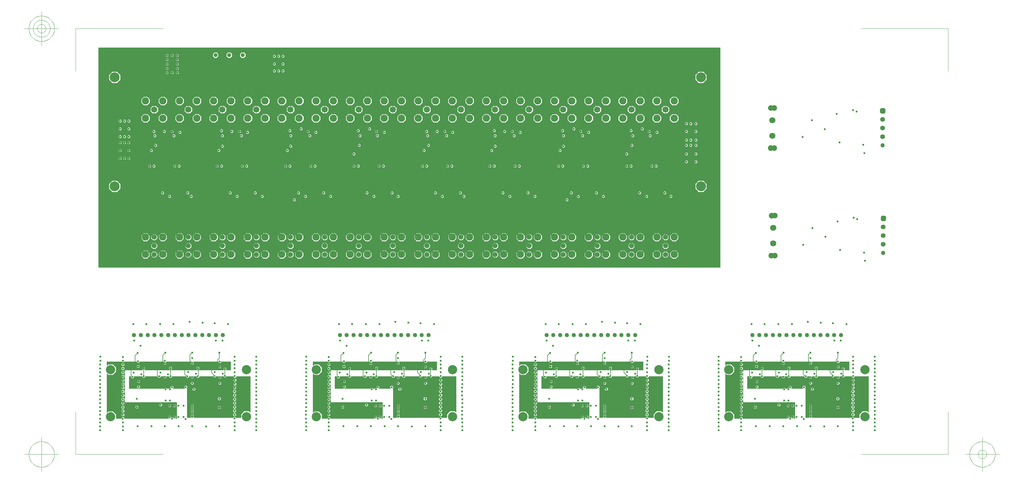
<source format=gbr>
G04 Generated by Ultiboard *
%FSLAX25Y25*%
%MOMM*%

%ADD10C,0.00100*%
%ADD11C,0.15000*%
%ADD12C,0.10000*%
%ADD13C,0.60000*%
%ADD14C,2.70916*%
%ADD15C,1.82016*%
%ADD16C,2.11684*%
%ADD17C,1.50000*%
%ADD18C,1.25000*%
%ADD19C,2.92100*%
%ADD20C,1.18516*%
%ADD21C,1.80000*%
%ADD22R,0.24440X0.24440*%
%ADD23C,1.35560*%
%ADD24R,0.00320X0.00320*%
%ADD25C,1.59680*%
%ADD26C,1.40000*%
%ADD27R,0.63500X0.63500*%
%ADD28C,0.88900*%
%ADD29C,1.27000*%


%LNCopper Inner 1*%
%LPD*%
%FSLAX25Y25*%
%MOMM*%
G54D10*
X13028850Y2154760D02*
X13002460Y2181150D01*
X13002460Y2181150D02*
X12965140Y2181150D01*
X12965140Y2181150D02*
X12938750Y2154760D01*
X12938750Y2154760D02*
X12514200Y2154760D01*
X12514200Y2154760D02*
X12514200Y2221300D01*
X12514200Y2221300D02*
X12947390Y2221300D01*
X12947390Y2221300D02*
X12967040Y2201650D01*
X12967040Y2201650D02*
X13004360Y2201650D01*
X13004360Y2201650D02*
X13024010Y2221300D01*
X13024010Y2221300D02*
X13034900Y2221300D01*
X13034900Y2221300D02*
X13034900Y2154760D01*
X13034900Y2154760D02*
X13028850Y2154760D01*
G36*
X12965140Y2203550D02*
X12965140Y2181150D01*
X12938750Y2154760D01*
X12514200Y2154760D01*
X12514200Y2221300D01*
X12947390Y2221300D01*
X12965140Y2203550D01*
G37*
X12965140Y2203550D02*
X12965140Y2181150D01*
X12965140Y2181150D02*
X12938750Y2154760D01*
X12938750Y2154760D02*
X12514200Y2154760D01*
X12514200Y2154760D02*
X12514200Y2221300D01*
X12514200Y2221300D02*
X12947390Y2221300D01*
X12947390Y2221300D02*
X12965140Y2203550D01*
G36*
X13004360Y2179250D02*
X13004360Y2201650D01*
X13024010Y2221300D01*
X13034900Y2221300D01*
X13034900Y2154760D01*
X13028850Y2154760D01*
X13004360Y2179250D01*
G37*
X13004360Y2179250D02*
X13004360Y2201650D01*
X13004360Y2201650D02*
X13024010Y2221300D01*
X13024010Y2221300D02*
X13034900Y2221300D01*
X13034900Y2221300D02*
X13034900Y2154760D01*
X13034900Y2154760D02*
X13028850Y2154760D01*
X13028850Y2154760D02*
X13004360Y2179250D01*
G36*
X13004360Y2179250D02*
X13002460Y2181150D01*
X13002460Y2201650D01*
X13004360Y2201650D01*
X13004360Y2179250D01*
G37*
X13004360Y2179250D02*
X13002460Y2181150D01*
X13002460Y2181150D02*
X13002460Y2201650D01*
X13002460Y2201650D02*
X13004360Y2201650D01*
X13004360Y2201650D02*
X13004360Y2179250D01*
G36*
X12967040Y2181150D02*
X12967040Y2201650D01*
X13002460Y2201650D01*
X13002460Y2181150D01*
X12967040Y2181150D01*
G37*
X12967040Y2181150D02*
X12967040Y2201650D01*
X12967040Y2201650D02*
X13002460Y2201650D01*
X13002460Y2201650D02*
X13002460Y2181150D01*
X13002460Y2181150D02*
X12967040Y2181150D01*
G36*
X12967040Y2181150D02*
X12965140Y2181150D01*
X12965140Y2203550D01*
X12967040Y2201650D01*
X12967040Y2181150D01*
G37*
X12967040Y2181150D02*
X12965140Y2181150D01*
X12965140Y2181150D02*
X12965140Y2203550D01*
X12965140Y2203550D02*
X12967040Y2201650D01*
X12967040Y2201650D02*
X12967040Y2181150D01*
X12780568Y2040460D02*
X12780568Y2052798D01*
X12780568Y2052798D02*
X12687798Y2145568D01*
X12687798Y2145568D02*
X12556602Y2145568D01*
X12556602Y2145568D02*
X12514200Y2103167D01*
X12514200Y2103167D02*
X12514200Y2154760D01*
X12514200Y2154760D02*
X12938750Y2154760D01*
X12938750Y2154760D02*
X12938750Y2117440D01*
X12938750Y2117440D02*
X12965140Y2091050D01*
X12965140Y2091050D02*
X13002460Y2091050D01*
X13002460Y2091050D02*
X13028850Y2117440D01*
X13028850Y2117440D02*
X13028850Y2154760D01*
X13028850Y2154760D02*
X13034900Y2154760D01*
X13034900Y2154760D02*
X13034900Y2040460D01*
X13034900Y2040460D02*
X13028850Y2040460D01*
X13028850Y2040460D02*
X13002460Y2066850D01*
X13002460Y2066850D02*
X12965140Y2066850D01*
X12965140Y2066850D02*
X12938750Y2040460D01*
X12938750Y2040460D02*
X12780568Y2040460D01*
G36*
X12687798Y2154760D02*
X12780568Y2154760D01*
X12780568Y2052798D01*
X12687798Y2145568D01*
X12687798Y2154760D01*
G37*
X12687798Y2154760D02*
X12780568Y2154760D01*
X12780568Y2154760D02*
X12780568Y2052798D01*
X12780568Y2052798D02*
X12687798Y2145568D01*
X12687798Y2145568D02*
X12687798Y2154760D01*
G36*
X12938750Y2040460D02*
X12780568Y2040460D01*
X12780568Y2154760D01*
X12938750Y2154760D01*
X12938750Y2040460D01*
G37*
X12938750Y2040460D02*
X12780568Y2040460D01*
X12780568Y2040460D02*
X12780568Y2154760D01*
X12780568Y2154760D02*
X12938750Y2154760D01*
X12938750Y2154760D02*
X12938750Y2040460D01*
G36*
X12556602Y2154760D02*
X12556602Y2145568D01*
X12514200Y2103167D01*
X12514200Y2154760D01*
X12556602Y2154760D01*
G37*
X12556602Y2154760D02*
X12556602Y2145568D01*
X12556602Y2145568D02*
X12514200Y2103167D01*
X12514200Y2103167D02*
X12514200Y2154760D01*
X12514200Y2154760D02*
X12556602Y2154760D01*
G36*
X12556602Y2154760D02*
X12687798Y2154760D01*
X12687798Y2145568D01*
X12556602Y2145568D01*
X12556602Y2154760D01*
G37*
X12556602Y2154760D02*
X12687798Y2154760D01*
X12687798Y2154760D02*
X12687798Y2145568D01*
X12687798Y2145568D02*
X12556602Y2145568D01*
X12556602Y2145568D02*
X12556602Y2154760D01*
G36*
X12965140Y2066850D02*
X12938750Y2040460D01*
X12938750Y2117440D01*
X12965140Y2091050D01*
X12965140Y2066850D01*
G37*
X12965140Y2066850D02*
X12938750Y2040460D01*
X12938750Y2040460D02*
X12938750Y2117440D01*
X12938750Y2117440D02*
X12965140Y2091050D01*
X12965140Y2091050D02*
X12965140Y2066850D01*
G36*
X13002460Y2066850D02*
X12965140Y2066850D01*
X12965140Y2091050D01*
X13002460Y2091050D01*
X13002460Y2066850D01*
G37*
X13002460Y2066850D02*
X12965140Y2066850D01*
X12965140Y2066850D02*
X12965140Y2091050D01*
X12965140Y2091050D02*
X13002460Y2091050D01*
X13002460Y2091050D02*
X13002460Y2066850D01*
G36*
X13034900Y2117440D02*
X13028850Y2117440D01*
X13028850Y2154760D01*
X13034900Y2154760D01*
X13034900Y2117440D01*
G37*
X13034900Y2117440D02*
X13028850Y2117440D01*
X13028850Y2117440D02*
X13028850Y2154760D01*
X13028850Y2154760D02*
X13034900Y2154760D01*
X13034900Y2154760D02*
X13034900Y2117440D01*
G36*
X13034900Y2117440D02*
X13034900Y2040460D01*
X13028850Y2040460D01*
X13002460Y2066850D01*
X13002460Y2091050D01*
X13028850Y2117440D01*
X13034900Y2117440D01*
G37*
X13034900Y2117440D02*
X13034900Y2040460D01*
X13034900Y2040460D02*
X13028850Y2040460D01*
X13028850Y2040460D02*
X13002460Y2066850D01*
X13002460Y2066850D02*
X13002460Y2091050D01*
X13002460Y2091050D02*
X13028850Y2117440D01*
X13028850Y2117440D02*
X13034900Y2117440D01*
X12780568Y1926160D02*
X12780568Y2040460D01*
X12780568Y2040460D02*
X12938750Y2040460D01*
X12938750Y2040460D02*
X12938750Y2003140D01*
X12938750Y2003140D02*
X12965140Y1976750D01*
X12965140Y1976750D02*
X13002460Y1976750D01*
X13002460Y1976750D02*
X13028850Y2003140D01*
X13028850Y2003140D02*
X13028850Y2040460D01*
X13028850Y2040460D02*
X13034900Y2040460D01*
X13034900Y2040460D02*
X13034900Y1926160D01*
X13034900Y1926160D02*
X13028850Y1926160D01*
X13028850Y1926160D02*
X13002460Y1952550D01*
X13002460Y1952550D02*
X12965140Y1952550D01*
X12965140Y1952550D02*
X12938750Y1926160D01*
X12938750Y1926160D02*
X12780568Y1926160D01*
G36*
X12938750Y1926160D02*
X12780568Y1926160D01*
X12780568Y2040460D01*
X12938750Y2040460D01*
X12938750Y1926160D01*
G37*
X12938750Y1926160D02*
X12780568Y1926160D01*
X12780568Y1926160D02*
X12780568Y2040460D01*
X12780568Y2040460D02*
X12938750Y2040460D01*
X12938750Y2040460D02*
X12938750Y1926160D01*
G36*
X12965140Y1952550D02*
X12938750Y1926160D01*
X12938750Y2003140D01*
X12965140Y1976750D01*
X12965140Y1952550D01*
G37*
X12965140Y1952550D02*
X12938750Y1926160D01*
X12938750Y1926160D02*
X12938750Y2003140D01*
X12938750Y2003140D02*
X12965140Y1976750D01*
X12965140Y1976750D02*
X12965140Y1952550D01*
G36*
X13002460Y1952550D02*
X12965140Y1952550D01*
X12965140Y1976750D01*
X13002460Y1976750D01*
X13002460Y1952550D01*
G37*
X13002460Y1952550D02*
X12965140Y1952550D01*
X12965140Y1952550D02*
X12965140Y1976750D01*
X12965140Y1976750D02*
X13002460Y1976750D01*
X13002460Y1976750D02*
X13002460Y1952550D01*
G36*
X13034900Y2003140D02*
X13028850Y2003140D01*
X13028850Y2040460D01*
X13034900Y2040460D01*
X13034900Y2003140D01*
G37*
X13034900Y2003140D02*
X13028850Y2003140D01*
X13028850Y2003140D02*
X13028850Y2040460D01*
X13028850Y2040460D02*
X13034900Y2040460D01*
X13034900Y2040460D02*
X13034900Y2003140D01*
G36*
X13034900Y2003140D02*
X13034900Y1926160D01*
X13028850Y1926160D01*
X13002460Y1952550D01*
X13002460Y1976750D01*
X13028850Y2003140D01*
X13034900Y2003140D01*
G37*
X13034900Y2003140D02*
X13034900Y1926160D01*
X13034900Y1926160D02*
X13028850Y1926160D01*
X13028850Y1926160D02*
X13002460Y1952550D01*
X13002460Y1952550D02*
X13002460Y1976750D01*
X13002460Y1976750D02*
X13028850Y2003140D01*
X13028850Y2003140D02*
X13034900Y2003140D01*
X12514200Y1871234D02*
X12556602Y1828832D01*
X12556602Y1828832D02*
X12687798Y1828832D01*
X12687798Y1828832D02*
X12780568Y1921602D01*
X12780568Y1921602D02*
X12780568Y1926160D01*
X12780568Y1926160D02*
X12938750Y1926160D01*
X12938750Y1926160D02*
X12938750Y1888840D01*
X12938750Y1888840D02*
X12965140Y1862450D01*
X12965140Y1862450D02*
X13002460Y1862450D01*
X13002460Y1862450D02*
X13028850Y1888840D01*
X13028850Y1888840D02*
X13028850Y1926160D01*
X13028850Y1926160D02*
X13034900Y1926160D01*
X13034900Y1926160D02*
X13034900Y1811860D01*
X13034900Y1811860D02*
X13030450Y1811860D01*
X13030450Y1811860D02*
X13004060Y1838250D01*
X13004060Y1838250D02*
X12966740Y1838250D01*
X12966740Y1838250D02*
X12940350Y1811860D01*
X12940350Y1811860D02*
X12514200Y1811860D01*
X12514200Y1811860D02*
X12514200Y1871234D01*
G36*
X12556602Y1811860D02*
X12514200Y1811860D01*
X12514200Y1871234D01*
X12556602Y1828832D01*
X12556602Y1811860D01*
G37*
X12556602Y1811860D02*
X12514200Y1811860D01*
X12514200Y1811860D02*
X12514200Y1871234D01*
X12514200Y1871234D02*
X12556602Y1828832D01*
X12556602Y1828832D02*
X12556602Y1811860D01*
G36*
X12687798Y1811860D02*
X12556602Y1811860D01*
X12556602Y1828832D01*
X12687798Y1828832D01*
X12687798Y1811860D01*
G37*
X12687798Y1811860D02*
X12556602Y1811860D01*
X12556602Y1811860D02*
X12556602Y1828832D01*
X12556602Y1828832D02*
X12687798Y1828832D01*
X12687798Y1828832D02*
X12687798Y1811860D01*
G36*
X12938750Y1921602D02*
X12780568Y1921602D01*
X12780568Y1926160D01*
X12938750Y1926160D01*
X12938750Y1921602D01*
G37*
X12938750Y1921602D02*
X12780568Y1921602D01*
X12780568Y1921602D02*
X12780568Y1926160D01*
X12780568Y1926160D02*
X12938750Y1926160D01*
X12938750Y1926160D02*
X12938750Y1921602D01*
G36*
X13034900Y1921602D02*
X13028850Y1921602D01*
X13028850Y1926160D01*
X13034900Y1926160D01*
X13034900Y1921602D01*
G37*
X13034900Y1921602D02*
X13028850Y1921602D01*
X13028850Y1921602D02*
X13028850Y1926160D01*
X13028850Y1926160D02*
X13034900Y1926160D01*
X13034900Y1926160D02*
X13034900Y1921602D01*
G36*
X13034900Y1888840D02*
X13028850Y1888840D01*
X13028850Y1921602D01*
X13034900Y1921602D01*
X13034900Y1888840D01*
G37*
X13034900Y1888840D02*
X13028850Y1888840D01*
X13028850Y1888840D02*
X13028850Y1921602D01*
X13028850Y1921602D02*
X13034900Y1921602D01*
X13034900Y1921602D02*
X13034900Y1888840D01*
G36*
X13034900Y1888840D02*
X13034900Y1811860D01*
X13030450Y1811860D01*
X13004060Y1838250D01*
X13004060Y1864050D01*
X13028850Y1888840D01*
X13034900Y1888840D01*
G37*
X13034900Y1888840D02*
X13034900Y1811860D01*
X13034900Y1811860D02*
X13030450Y1811860D01*
X13030450Y1811860D02*
X13004060Y1838250D01*
X13004060Y1838250D02*
X13004060Y1864050D01*
X13004060Y1864050D02*
X13028850Y1888840D01*
X13028850Y1888840D02*
X13034900Y1888840D01*
G36*
X12938750Y1811860D02*
X12687798Y1811860D01*
X12687798Y1828832D01*
X12780568Y1921602D01*
X12938750Y1921602D01*
X12938750Y1811860D01*
G37*
X12938750Y1811860D02*
X12687798Y1811860D01*
X12687798Y1811860D02*
X12687798Y1828832D01*
X12687798Y1828832D02*
X12780568Y1921602D01*
X12780568Y1921602D02*
X12938750Y1921602D01*
X12938750Y1921602D02*
X12938750Y1811860D01*
G36*
X13002460Y1838250D02*
X13002460Y1862450D01*
X13004060Y1864050D01*
X13004060Y1838250D01*
X13002460Y1838250D01*
G37*
X13002460Y1838250D02*
X13002460Y1862450D01*
X13002460Y1862450D02*
X13004060Y1864050D01*
X13004060Y1864050D02*
X13004060Y1838250D01*
X13004060Y1838250D02*
X13002460Y1838250D01*
G36*
X13002460Y1838250D02*
X12966740Y1838250D01*
X12966740Y1862450D01*
X13002460Y1862450D01*
X13002460Y1838250D01*
G37*
X13002460Y1838250D02*
X12966740Y1838250D01*
X12966740Y1838250D02*
X12966740Y1862450D01*
X12966740Y1862450D02*
X13002460Y1862450D01*
X13002460Y1862450D02*
X13002460Y1838250D01*
G36*
X12965140Y1836650D02*
X12965140Y1862450D01*
X12966740Y1862450D01*
X12966740Y1838250D01*
X12965140Y1836650D01*
G37*
X12965140Y1836650D02*
X12965140Y1862450D01*
X12965140Y1862450D02*
X12966740Y1862450D01*
X12966740Y1862450D02*
X12966740Y1838250D01*
X12966740Y1838250D02*
X12965140Y1836650D01*
G36*
X12965140Y1836650D02*
X12940350Y1811860D01*
X12938750Y1811860D01*
X12938750Y1888840D01*
X12965140Y1862450D01*
X12965140Y1836650D01*
G37*
X12965140Y1836650D02*
X12940350Y1811860D01*
X12940350Y1811860D02*
X12938750Y1811860D01*
X12938750Y1811860D02*
X12938750Y1888840D01*
X12938750Y1888840D02*
X12965140Y1862450D01*
X12965140Y1862450D02*
X12965140Y1836650D01*
X13030450Y1697560D02*
X13004060Y1723950D01*
X13004060Y1723950D02*
X12966740Y1723950D01*
X12966740Y1723950D02*
X12940350Y1697560D01*
X12940350Y1697560D02*
X12514200Y1697560D01*
X12514200Y1697560D02*
X12514200Y1811860D01*
X12514200Y1811860D02*
X12940350Y1811860D01*
X12940350Y1811860D02*
X12940350Y1774540D01*
X12940350Y1774540D02*
X12966740Y1748150D01*
X12966740Y1748150D02*
X13004060Y1748150D01*
X13004060Y1748150D02*
X13030450Y1774540D01*
X13030450Y1774540D02*
X13030450Y1811860D01*
X13030450Y1811860D02*
X13034900Y1811860D01*
X13034900Y1811860D02*
X13034900Y1697560D01*
X13034900Y1697560D02*
X13030450Y1697560D01*
G36*
X12966740Y1748150D02*
X13004060Y1748150D01*
X13004060Y1723950D01*
X12966740Y1723950D01*
X12966740Y1748150D01*
G37*
X12966740Y1748150D02*
X13004060Y1748150D01*
X13004060Y1748150D02*
X13004060Y1723950D01*
X13004060Y1723950D02*
X12966740Y1723950D01*
X12966740Y1723950D02*
X12966740Y1748150D01*
G36*
X13034900Y1774540D02*
X13030450Y1774540D01*
X13030450Y1811860D01*
X13034900Y1811860D01*
X13034900Y1774540D01*
G37*
X13034900Y1774540D02*
X13030450Y1774540D01*
X13030450Y1774540D02*
X13030450Y1811860D01*
X13030450Y1811860D02*
X13034900Y1811860D01*
X13034900Y1811860D02*
X13034900Y1774540D01*
G36*
X13034900Y1774540D02*
X13034900Y1697560D01*
X13030450Y1697560D01*
X13004060Y1723950D01*
X13004060Y1748150D01*
X13030450Y1774540D01*
X13034900Y1774540D01*
G37*
X13034900Y1774540D02*
X13034900Y1697560D01*
X13034900Y1697560D02*
X13030450Y1697560D01*
X13030450Y1697560D02*
X13004060Y1723950D01*
X13004060Y1723950D02*
X13004060Y1748150D01*
X13004060Y1748150D02*
X13030450Y1774540D01*
X13030450Y1774540D02*
X13034900Y1774540D01*
G36*
X12940350Y1774540D02*
X12966740Y1748150D01*
X12966740Y1723950D01*
X12940350Y1697560D01*
X12940350Y1774540D01*
G37*
X12940350Y1774540D02*
X12966740Y1748150D01*
X12966740Y1748150D02*
X12966740Y1723950D01*
X12966740Y1723950D02*
X12940350Y1697560D01*
X12940350Y1697560D02*
X12940350Y1774540D01*
G36*
X12940350Y1697560D02*
X12514200Y1697560D01*
X12514200Y1811860D01*
X12940350Y1811860D01*
X12940350Y1697560D01*
G37*
X12940350Y1697560D02*
X12514200Y1697560D01*
X12514200Y1697560D02*
X12514200Y1811860D01*
X12514200Y1811860D02*
X12940350Y1811860D01*
X12940350Y1811860D02*
X12940350Y1697560D01*
X13030450Y1583260D02*
X13004060Y1609650D01*
X13004060Y1609650D02*
X12966740Y1609650D01*
X12966740Y1609650D02*
X12940350Y1583260D01*
X12940350Y1583260D02*
X12514200Y1583260D01*
X12514200Y1583260D02*
X12514200Y1697560D01*
X12514200Y1697560D02*
X12940350Y1697560D01*
X12940350Y1697560D02*
X12940350Y1660240D01*
X12940350Y1660240D02*
X12966740Y1633850D01*
X12966740Y1633850D02*
X13004060Y1633850D01*
X13004060Y1633850D02*
X13030450Y1660240D01*
X13030450Y1660240D02*
X13030450Y1697560D01*
X13030450Y1697560D02*
X13034900Y1697560D01*
X13034900Y1697560D02*
X13034900Y1583260D01*
X13034900Y1583260D02*
X13030450Y1583260D01*
G36*
X12966740Y1633850D02*
X13004060Y1633850D01*
X13004060Y1609650D01*
X12966740Y1609650D01*
X12966740Y1633850D01*
G37*
X12966740Y1633850D02*
X13004060Y1633850D01*
X13004060Y1633850D02*
X13004060Y1609650D01*
X13004060Y1609650D02*
X12966740Y1609650D01*
X12966740Y1609650D02*
X12966740Y1633850D01*
G36*
X13034900Y1660240D02*
X13030450Y1660240D01*
X13030450Y1697560D01*
X13034900Y1697560D01*
X13034900Y1660240D01*
G37*
X13034900Y1660240D02*
X13030450Y1660240D01*
X13030450Y1660240D02*
X13030450Y1697560D01*
X13030450Y1697560D02*
X13034900Y1697560D01*
X13034900Y1697560D02*
X13034900Y1660240D01*
G36*
X13034900Y1660240D02*
X13034900Y1583260D01*
X13030450Y1583260D01*
X13004060Y1609650D01*
X13004060Y1633850D01*
X13030450Y1660240D01*
X13034900Y1660240D01*
G37*
X13034900Y1660240D02*
X13034900Y1583260D01*
X13034900Y1583260D02*
X13030450Y1583260D01*
X13030450Y1583260D02*
X13004060Y1609650D01*
X13004060Y1609650D02*
X13004060Y1633850D01*
X13004060Y1633850D02*
X13030450Y1660240D01*
X13030450Y1660240D02*
X13034900Y1660240D01*
G36*
X12940350Y1660240D02*
X12966740Y1633850D01*
X12966740Y1609650D01*
X12940350Y1583260D01*
X12940350Y1660240D01*
G37*
X12940350Y1660240D02*
X12966740Y1633850D01*
X12966740Y1633850D02*
X12966740Y1609650D01*
X12966740Y1609650D02*
X12940350Y1583260D01*
X12940350Y1583260D02*
X12940350Y1660240D01*
G36*
X12940350Y1583260D02*
X12514200Y1583260D01*
X12514200Y1697560D01*
X12940350Y1697560D01*
X12940350Y1583260D01*
G37*
X12940350Y1583260D02*
X12514200Y1583260D01*
X12514200Y1583260D02*
X12514200Y1697560D01*
X12514200Y1697560D02*
X12940350Y1697560D01*
X12940350Y1697560D02*
X12940350Y1583260D01*
X12940350Y1583260D02*
X12940350Y1545940D01*
X12940350Y1545940D02*
X12966740Y1519550D01*
X12966740Y1519550D02*
X13004060Y1519550D01*
X13004060Y1519550D02*
X13030450Y1545940D01*
X13030450Y1545940D02*
X13030450Y1583260D01*
X13030450Y1583260D02*
X13034900Y1583260D01*
X13034900Y1583260D02*
X13034900Y1477460D01*
X13034900Y1477460D02*
X13027250Y1477460D01*
X13027250Y1477460D02*
X13000860Y1503850D01*
X13000860Y1503850D02*
X12963540Y1503850D01*
X12963540Y1503850D02*
X12937150Y1477460D01*
X12937150Y1477460D02*
X12514200Y1477460D01*
X12514200Y1477460D02*
X12514200Y1583260D01*
X12514200Y1583260D02*
X12940350Y1583260D01*
G36*
X12940350Y1480660D02*
X12937150Y1477460D01*
X12514200Y1477460D01*
X12514200Y1583260D01*
X12940350Y1583260D01*
X12940350Y1480660D01*
G37*
X12940350Y1480660D02*
X12937150Y1477460D01*
X12937150Y1477460D02*
X12514200Y1477460D01*
X12514200Y1477460D02*
X12514200Y1583260D01*
X12514200Y1583260D02*
X12940350Y1583260D01*
X12940350Y1583260D02*
X12940350Y1480660D01*
G36*
X12963540Y1522750D02*
X12963540Y1503850D01*
X12940350Y1480660D01*
X12940350Y1545940D01*
X12963540Y1522750D01*
G37*
X12963540Y1522750D02*
X12963540Y1503850D01*
X12963540Y1503850D02*
X12940350Y1480660D01*
X12940350Y1480660D02*
X12940350Y1545940D01*
X12940350Y1545940D02*
X12963540Y1522750D01*
G36*
X12963540Y1522750D02*
X12966740Y1519550D01*
X12966740Y1503850D01*
X12963540Y1503850D01*
X12963540Y1522750D01*
G37*
X12963540Y1522750D02*
X12966740Y1519550D01*
X12966740Y1519550D02*
X12966740Y1503850D01*
X12966740Y1503850D02*
X12963540Y1503850D01*
X12963540Y1503850D02*
X12963540Y1522750D01*
G36*
X13034900Y1545940D02*
X13030450Y1545940D01*
X13030450Y1583260D01*
X13034900Y1583260D01*
X13034900Y1545940D01*
G37*
X13034900Y1545940D02*
X13030450Y1545940D01*
X13030450Y1545940D02*
X13030450Y1583260D01*
X13030450Y1583260D02*
X13034900Y1583260D01*
X13034900Y1583260D02*
X13034900Y1545940D01*
G36*
X13034900Y1545940D02*
X13034900Y1477460D01*
X13027250Y1477460D01*
X13004060Y1500650D01*
X13004060Y1519550D01*
X13030450Y1545940D01*
X13034900Y1545940D01*
G37*
X13034900Y1545940D02*
X13034900Y1477460D01*
X13034900Y1477460D02*
X13027250Y1477460D01*
X13027250Y1477460D02*
X13004060Y1500650D01*
X13004060Y1500650D02*
X13004060Y1519550D01*
X13004060Y1519550D02*
X13030450Y1545940D01*
X13030450Y1545940D02*
X13034900Y1545940D01*
G36*
X13000860Y1519550D02*
X13000860Y1503850D01*
X12966740Y1503850D01*
X12966740Y1519550D01*
X13000860Y1519550D01*
G37*
X13000860Y1519550D02*
X13000860Y1503850D01*
X13000860Y1503850D02*
X12966740Y1503850D01*
X12966740Y1503850D02*
X12966740Y1519550D01*
X12966740Y1519550D02*
X13000860Y1519550D01*
G36*
X13000860Y1519550D02*
X13004060Y1519550D01*
X13004060Y1500650D01*
X13000860Y1503850D01*
X13000860Y1519550D01*
G37*
X13000860Y1519550D02*
X13004060Y1519550D01*
X13004060Y1519550D02*
X13004060Y1500650D01*
X13004060Y1500650D02*
X13000860Y1503850D01*
X13000860Y1503850D02*
X13000860Y1519550D01*
X13000960Y1389450D02*
X13000860Y1389550D01*
X13000860Y1389550D02*
X12963540Y1389550D01*
X12963540Y1389550D02*
X12963440Y1389450D01*
X12963440Y1389450D02*
X12514200Y1389450D01*
X12514200Y1389450D02*
X12514200Y1477460D01*
X12514200Y1477460D02*
X12937150Y1477460D01*
X12937150Y1477460D02*
X12937150Y1440140D01*
X12937150Y1440140D02*
X12963540Y1413750D01*
X12963540Y1413750D02*
X13000860Y1413750D01*
X13000860Y1413750D02*
X13027250Y1440140D01*
X13027250Y1440140D02*
X13027250Y1477460D01*
X13027250Y1477460D02*
X13034900Y1477460D01*
X13034900Y1477460D02*
X13034900Y1389450D01*
X13034900Y1389450D02*
X13000960Y1389450D01*
G36*
X12963540Y1413750D02*
X13000860Y1413750D01*
X13000860Y1389550D01*
X12963540Y1389550D01*
X12963540Y1413750D01*
G37*
X12963540Y1413750D02*
X13000860Y1413750D01*
X13000860Y1413750D02*
X13000860Y1389550D01*
X13000860Y1389550D02*
X12963540Y1389550D01*
X12963540Y1389550D02*
X12963540Y1413750D01*
G36*
X13034900Y1440140D02*
X13027250Y1440140D01*
X13027250Y1477460D01*
X13034900Y1477460D01*
X13034900Y1440140D01*
G37*
X13034900Y1440140D02*
X13027250Y1440140D01*
X13027250Y1440140D02*
X13027250Y1477460D01*
X13027250Y1477460D02*
X13034900Y1477460D01*
X13034900Y1477460D02*
X13034900Y1440140D01*
G36*
X13034900Y1440140D02*
X13034900Y1389450D01*
X13000960Y1389450D01*
X13000860Y1389550D01*
X13000860Y1413750D01*
X13027250Y1440140D01*
X13034900Y1440140D01*
G37*
X13034900Y1440140D02*
X13034900Y1389450D01*
X13034900Y1389450D02*
X13000960Y1389450D01*
X13000960Y1389450D02*
X13000860Y1389550D01*
X13000860Y1389550D02*
X13000860Y1413750D01*
X13000860Y1413750D02*
X13027250Y1440140D01*
X13027250Y1440140D02*
X13034900Y1440140D01*
G36*
X12937150Y1389450D02*
X12937150Y1440140D01*
X12963540Y1413750D01*
X12963540Y1389550D01*
X12963440Y1389450D01*
X12937150Y1389450D01*
G37*
X12937150Y1389450D02*
X12937150Y1440140D01*
X12937150Y1440140D02*
X12963540Y1413750D01*
X12963540Y1413750D02*
X12963540Y1389550D01*
X12963540Y1389550D02*
X12963440Y1389450D01*
X12963440Y1389450D02*
X12937150Y1389450D01*
G36*
X12937150Y1389450D02*
X12514200Y1389450D01*
X12514200Y1477460D01*
X12937150Y1477460D01*
X12937150Y1389450D01*
G37*
X12937150Y1389450D02*
X12514200Y1389450D01*
X12514200Y1389450D02*
X12514200Y1477460D01*
X12514200Y1477460D02*
X12937150Y1477460D01*
X12937150Y1477460D02*
X12937150Y1389450D01*
X12780568Y557600D02*
X12780568Y672798D01*
X12780568Y672798D02*
X12687798Y765568D01*
X12687798Y765568D02*
X12556602Y765568D01*
X12556602Y765568D02*
X12514200Y723167D01*
X12514200Y723167D02*
X12514200Y1389450D01*
X12514200Y1389450D02*
X12963440Y1389450D01*
X12963440Y1389450D02*
X12937150Y1363160D01*
X12937150Y1363160D02*
X12937150Y1325840D01*
X12937150Y1325840D02*
X12963540Y1299450D01*
X12963540Y1299450D02*
X13000560Y1299450D01*
X13000560Y1299450D02*
X13000560Y1275250D01*
X13000560Y1275250D02*
X12963540Y1275250D01*
X12963540Y1275250D02*
X12937150Y1248860D01*
X12937150Y1248860D02*
X12937150Y1211540D01*
X12937150Y1211540D02*
X12963540Y1185150D01*
X12963540Y1185150D02*
X13000560Y1185150D01*
X13000560Y1185150D02*
X13000560Y1160950D01*
X13000560Y1160950D02*
X12965140Y1160950D01*
X12965140Y1160950D02*
X12938750Y1134560D01*
X12938750Y1134560D02*
X12938750Y1097240D01*
X12938750Y1097240D02*
X12965140Y1070850D01*
X12965140Y1070850D02*
X13000560Y1070850D01*
X13000560Y1070850D02*
X13000560Y1046650D01*
X13000560Y1046650D02*
X12965140Y1046650D01*
X12965140Y1046650D02*
X12938750Y1020260D01*
X12938750Y1020260D02*
X12938750Y982940D01*
X12938750Y982940D02*
X12965140Y956550D01*
X12965140Y956550D02*
X13000560Y956550D01*
X13000560Y956550D02*
X13000560Y932350D01*
X13000560Y932350D02*
X12965140Y932350D01*
X12965140Y932350D02*
X12938750Y905960D01*
X12938750Y905960D02*
X12938750Y868640D01*
X12938750Y868640D02*
X12965140Y842250D01*
X12965140Y842250D02*
X13000560Y842250D01*
X13000560Y842250D02*
X13000560Y821750D01*
X13000560Y821750D02*
X12963240Y821750D01*
X12963240Y821750D02*
X12936850Y795360D01*
X12936850Y795360D02*
X12936850Y758040D01*
X12936850Y758040D02*
X12963240Y731650D01*
X12963240Y731650D02*
X13000560Y731650D01*
X13000560Y731650D02*
X13000560Y707450D01*
X13000560Y707450D02*
X12963240Y707450D01*
X12963240Y707450D02*
X12936850Y681060D01*
X12936850Y681060D02*
X12936850Y643740D01*
X12936850Y643740D02*
X12963240Y617350D01*
X12963240Y617350D02*
X13000560Y617350D01*
X13000560Y617350D02*
X13000560Y593150D01*
X13000560Y593150D02*
X12963240Y593150D01*
X12963240Y593150D02*
X12936850Y566760D01*
X12936850Y566760D02*
X12936850Y557600D01*
X12936850Y557600D02*
X12780568Y557600D01*
G36*
X12687798Y1389450D02*
X12780568Y1389450D01*
X12780568Y672798D01*
X12687798Y765568D01*
X12687798Y1389450D01*
G37*
X12687798Y1389450D02*
X12780568Y1389450D01*
X12780568Y1389450D02*
X12780568Y672798D01*
X12780568Y672798D02*
X12687798Y765568D01*
X12687798Y765568D02*
X12687798Y1389450D01*
G36*
X12780568Y1363160D02*
X12780568Y1389450D01*
X12963440Y1389450D01*
X12937150Y1363160D01*
X12780568Y1363160D01*
G37*
X12780568Y1363160D02*
X12780568Y1389450D01*
X12780568Y1389450D02*
X12963440Y1389450D01*
X12963440Y1389450D02*
X12937150Y1363160D01*
X12937150Y1363160D02*
X12780568Y1363160D01*
G36*
X12556602Y1389450D02*
X12556602Y765568D01*
X12514200Y723167D01*
X12514200Y1389450D01*
X12556602Y1389450D01*
G37*
X12556602Y1389450D02*
X12556602Y765568D01*
X12556602Y765568D02*
X12514200Y723167D01*
X12514200Y723167D02*
X12514200Y1389450D01*
X12514200Y1389450D02*
X12556602Y1389450D01*
G36*
X12556602Y1389450D02*
X12687798Y1389450D01*
X12687798Y765568D01*
X12556602Y765568D01*
X12556602Y1389450D01*
G37*
X12556602Y1389450D02*
X12687798Y1389450D01*
X12687798Y1389450D02*
X12687798Y765568D01*
X12687798Y765568D02*
X12556602Y765568D01*
X12556602Y765568D02*
X12556602Y1389450D01*
G36*
X12963540Y1299450D02*
X13000560Y1299450D01*
X13000560Y1275250D01*
X12963540Y1275250D01*
X12963540Y1299450D01*
G37*
X12963540Y1299450D02*
X13000560Y1299450D01*
X13000560Y1299450D02*
X13000560Y1275250D01*
X13000560Y1275250D02*
X12963540Y1275250D01*
X12963540Y1275250D02*
X12963540Y1299450D01*
G36*
X12963540Y1275250D02*
X12937150Y1248860D01*
X12937150Y1325840D01*
X12963540Y1299450D01*
X12963540Y1275250D01*
G37*
X12963540Y1275250D02*
X12937150Y1248860D01*
X12937150Y1248860D02*
X12937150Y1325840D01*
X12937150Y1325840D02*
X12963540Y1299450D01*
X12963540Y1299450D02*
X12963540Y1275250D01*
G36*
X12963240Y731650D02*
X13000560Y731650D01*
X13000560Y707450D01*
X12963240Y707450D01*
X12963240Y731650D01*
G37*
X12963240Y731650D02*
X13000560Y731650D01*
X13000560Y731650D02*
X13000560Y707450D01*
X13000560Y707450D02*
X12963240Y707450D01*
X12963240Y707450D02*
X12963240Y731650D01*
G36*
X12963240Y707450D02*
X12937150Y681360D01*
X12937150Y757740D01*
X12963240Y731650D01*
X12963240Y707450D01*
G37*
X12963240Y707450D02*
X12937150Y681360D01*
X12937150Y681360D02*
X12937150Y757740D01*
X12937150Y757740D02*
X12963240Y731650D01*
X12963240Y731650D02*
X12963240Y707450D01*
G36*
X12963240Y617350D02*
X13000560Y617350D01*
X13000560Y593150D01*
X12963240Y593150D01*
X12963240Y617350D01*
G37*
X12963240Y617350D02*
X13000560Y617350D01*
X13000560Y617350D02*
X13000560Y593150D01*
X13000560Y593150D02*
X12963240Y593150D01*
X12963240Y593150D02*
X12963240Y617350D01*
G36*
X12963240Y593150D02*
X12937150Y567060D01*
X12937150Y643440D01*
X12963240Y617350D01*
X12963240Y593150D01*
G37*
X12963240Y593150D02*
X12937150Y567060D01*
X12937150Y567060D02*
X12937150Y643440D01*
X12937150Y643440D02*
X12963240Y617350D01*
X12963240Y617350D02*
X12963240Y593150D01*
G36*
X12780568Y566760D02*
X12936850Y566760D01*
X12936850Y557600D01*
X12780568Y557600D01*
X12780568Y566760D01*
G37*
X12780568Y566760D02*
X12936850Y566760D01*
X12936850Y566760D02*
X12936850Y557600D01*
X12936850Y557600D02*
X12780568Y557600D01*
X12780568Y557600D02*
X12780568Y566760D01*
G36*
X12965140Y1185150D02*
X12965140Y1160950D01*
X12963540Y1159350D01*
X12963540Y1185150D01*
X12965140Y1185150D01*
G37*
X12965140Y1185150D02*
X12965140Y1160950D01*
X12965140Y1160950D02*
X12963540Y1159350D01*
X12963540Y1159350D02*
X12963540Y1185150D01*
X12963540Y1185150D02*
X12965140Y1185150D01*
G36*
X12965140Y1185150D02*
X13000560Y1185150D01*
X13000560Y1160950D01*
X12965140Y1160950D01*
X12965140Y1185150D01*
G37*
X12965140Y1185150D02*
X13000560Y1185150D01*
X13000560Y1185150D02*
X13000560Y1160950D01*
X13000560Y1160950D02*
X12965140Y1160950D01*
X12965140Y1160950D02*
X12965140Y1185150D01*
G36*
X12965140Y1070850D02*
X13000560Y1070850D01*
X13000560Y1046650D01*
X12965140Y1046650D01*
X12965140Y1070850D01*
G37*
X12965140Y1070850D02*
X13000560Y1070850D01*
X13000560Y1070850D02*
X13000560Y1046650D01*
X13000560Y1046650D02*
X12965140Y1046650D01*
X12965140Y1046650D02*
X12965140Y1070850D01*
G36*
X12965140Y1046650D02*
X12963540Y1045050D01*
X12963540Y1072450D01*
X12965140Y1070850D01*
X12965140Y1046650D01*
G37*
X12965140Y1046650D02*
X12963540Y1045050D01*
X12963540Y1045050D02*
X12963540Y1072450D01*
X12963540Y1072450D02*
X12965140Y1070850D01*
X12965140Y1070850D02*
X12965140Y1046650D01*
G36*
X12965140Y956550D02*
X13000560Y956550D01*
X13000560Y932350D01*
X12965140Y932350D01*
X12965140Y956550D01*
G37*
X12965140Y956550D02*
X13000560Y956550D01*
X13000560Y956550D02*
X13000560Y932350D01*
X13000560Y932350D02*
X12965140Y932350D01*
X12965140Y932350D02*
X12965140Y956550D01*
G36*
X12965140Y932350D02*
X12963540Y930750D01*
X12963540Y958150D01*
X12965140Y956550D01*
X12965140Y932350D01*
G37*
X12965140Y932350D02*
X12963540Y930750D01*
X12963540Y930750D02*
X12963540Y958150D01*
X12963540Y958150D02*
X12965140Y956550D01*
X12965140Y956550D02*
X12965140Y932350D01*
G36*
X12965140Y821750D02*
X12965140Y842250D01*
X13000560Y842250D01*
X13000560Y821750D01*
X12965140Y821750D01*
G37*
X12965140Y821750D02*
X12965140Y842250D01*
X12965140Y842250D02*
X13000560Y842250D01*
X13000560Y842250D02*
X13000560Y821750D01*
X13000560Y821750D02*
X12965140Y821750D01*
G36*
X12965140Y821750D02*
X12963540Y821750D01*
X12963540Y843850D01*
X12965140Y842250D01*
X12965140Y821750D01*
G37*
X12965140Y821750D02*
X12963540Y821750D01*
X12963540Y821750D02*
X12963540Y843850D01*
X12963540Y843850D02*
X12965140Y842250D01*
X12965140Y842250D02*
X12965140Y821750D01*
G36*
X12963240Y930450D02*
X12963240Y958450D01*
X12963540Y958150D01*
X12963540Y930750D01*
X12963240Y930450D01*
G37*
X12963240Y930450D02*
X12963240Y958450D01*
X12963240Y958450D02*
X12963540Y958150D01*
X12963540Y958150D02*
X12963540Y930750D01*
X12963540Y930750D02*
X12963240Y930450D01*
G36*
X12963240Y1044750D02*
X12963240Y1072750D01*
X12963540Y1072450D01*
X12963540Y1045050D01*
X12963240Y1044750D01*
G37*
X12963240Y1044750D02*
X12963240Y1072750D01*
X12963240Y1072750D02*
X12963540Y1072450D01*
X12963540Y1072450D02*
X12963540Y1045050D01*
X12963540Y1045050D02*
X12963240Y1044750D01*
G36*
X12963240Y1159050D02*
X12963240Y1185450D01*
X12963540Y1185150D01*
X12963540Y1159350D01*
X12963240Y1159050D01*
G37*
X12963240Y1159050D02*
X12963240Y1185450D01*
X12963240Y1185450D02*
X12963540Y1185150D01*
X12963540Y1185150D02*
X12963540Y1159350D01*
X12963540Y1159350D02*
X12963240Y1159050D01*
G36*
X12963240Y844150D02*
X12963540Y843850D01*
X12963540Y821750D01*
X12963240Y821750D01*
X12963240Y844150D01*
G37*
X12963240Y844150D02*
X12963540Y843850D01*
X12963540Y843850D02*
X12963540Y821750D01*
X12963540Y821750D02*
X12963240Y821750D01*
X12963240Y821750D02*
X12963240Y844150D01*
G36*
X12780568Y795360D02*
X12780568Y1363160D01*
X12937150Y1363160D01*
X12937150Y795660D01*
X12936850Y795360D01*
X12780568Y795360D01*
G37*
X12780568Y795360D02*
X12780568Y1363160D01*
X12780568Y1363160D02*
X12937150Y1363160D01*
X12937150Y1363160D02*
X12937150Y795660D01*
X12937150Y795660D02*
X12936850Y795360D01*
X12936850Y795360D02*
X12780568Y795360D01*
G36*
X12936850Y758040D02*
X12937150Y757740D01*
X12937150Y681360D01*
X12936850Y681060D01*
X12936850Y758040D01*
G37*
X12936850Y758040D02*
X12937150Y757740D01*
X12937150Y757740D02*
X12937150Y681360D01*
X12937150Y681360D02*
X12936850Y681060D01*
X12936850Y681060D02*
X12936850Y758040D01*
G36*
X12936850Y643740D02*
X12937150Y643440D01*
X12937150Y567060D01*
X12936850Y566760D01*
X12936850Y643740D01*
G37*
X12936850Y643740D02*
X12937150Y643440D01*
X12937150Y643440D02*
X12937150Y567060D01*
X12937150Y567060D02*
X12936850Y566760D01*
X12936850Y566760D02*
X12936850Y643740D01*
G36*
X12936850Y566760D02*
X12780568Y566760D01*
X12780568Y795360D01*
X12936850Y795360D01*
X12936850Y566760D01*
G37*
X12936850Y566760D02*
X12780568Y566760D01*
X12780568Y566760D02*
X12780568Y795360D01*
X12780568Y795360D02*
X12936850Y795360D01*
X12936850Y795360D02*
X12936850Y566760D01*
G36*
X12938750Y797260D02*
X12938750Y868640D01*
X12963240Y844150D01*
X12963240Y821750D01*
X12938750Y797260D01*
G37*
X12938750Y797260D02*
X12938750Y868640D01*
X12938750Y868640D02*
X12963240Y844150D01*
X12963240Y844150D02*
X12963240Y821750D01*
X12963240Y821750D02*
X12938750Y797260D01*
G36*
X12938750Y797260D02*
X12937150Y795660D01*
X12937150Y905960D01*
X12938750Y905960D01*
X12938750Y797260D01*
G37*
X12938750Y797260D02*
X12937150Y795660D01*
X12937150Y795660D02*
X12937150Y905960D01*
X12937150Y905960D02*
X12938750Y905960D01*
X12938750Y905960D02*
X12938750Y797260D01*
G36*
X12937150Y1134560D02*
X12937150Y1211540D01*
X12963240Y1185450D01*
X12963240Y1159050D01*
X12938750Y1134560D01*
X12937150Y1134560D01*
G37*
X12937150Y1134560D02*
X12937150Y1211540D01*
X12937150Y1211540D02*
X12963240Y1185450D01*
X12963240Y1185450D02*
X12963240Y1159050D01*
X12963240Y1159050D02*
X12938750Y1134560D01*
X12938750Y1134560D02*
X12937150Y1134560D01*
G36*
X12938750Y1097240D02*
X12963240Y1072750D01*
X12963240Y1044750D01*
X12938750Y1020260D01*
X12938750Y1097240D01*
G37*
X12938750Y1097240D02*
X12963240Y1072750D01*
X12963240Y1072750D02*
X12963240Y1044750D01*
X12963240Y1044750D02*
X12938750Y1020260D01*
X12938750Y1020260D02*
X12938750Y1097240D01*
G36*
X12938750Y982940D02*
X12963240Y958450D01*
X12963240Y930450D01*
X12938750Y905960D01*
X12938750Y982940D01*
G37*
X12938750Y982940D02*
X12963240Y958450D01*
X12963240Y958450D02*
X12963240Y930450D01*
X12963240Y930450D02*
X12938750Y905960D01*
X12938750Y905960D02*
X12938750Y982940D01*
G36*
X12938750Y905960D02*
X12937150Y905960D01*
X12937150Y1134560D01*
X12938750Y1134560D01*
X12938750Y905960D01*
G37*
X12938750Y905960D02*
X12937150Y905960D01*
X12937150Y905960D02*
X12937150Y1134560D01*
X12937150Y1134560D02*
X12938750Y1134560D01*
X12938750Y1134560D02*
X12938750Y905960D01*
X14374360Y930565D02*
X14400750Y930565D01*
X14400750Y930565D02*
X14400750Y944560D01*
X14400750Y944560D02*
X14374360Y970950D01*
X14374360Y970950D02*
X14374360Y1027500D01*
X14374360Y1027500D02*
X14476740Y1027500D01*
X14476740Y1027500D02*
X14476740Y970950D01*
X14476740Y970950D02*
X14450350Y944560D01*
X14450350Y944560D02*
X14450350Y930565D01*
X14450350Y930565D02*
X14476740Y930565D01*
X14476740Y930565D02*
X14476740Y921235D01*
X14476740Y921235D02*
X14450350Y921235D01*
X14450350Y921235D02*
X14450350Y907240D01*
X14450350Y907240D02*
X14400750Y907240D01*
X14400750Y907240D02*
X14400750Y921235D01*
X14400750Y921235D02*
X14374360Y921235D01*
X14374360Y921235D02*
X14374360Y930565D01*
G36*
X14400750Y1027500D02*
X14400750Y944560D01*
X14374360Y970950D01*
X14374360Y1027500D01*
X14400750Y1027500D01*
G37*
X14400750Y1027500D02*
X14400750Y944560D01*
X14400750Y944560D02*
X14374360Y970950D01*
X14374360Y970950D02*
X14374360Y1027500D01*
X14374360Y1027500D02*
X14400750Y1027500D01*
G36*
X14450350Y921235D02*
X14450350Y907240D01*
X14400750Y907240D01*
X14400750Y921235D01*
X14450350Y921235D01*
G37*
X14450350Y921235D02*
X14450350Y907240D01*
X14450350Y907240D02*
X14400750Y907240D01*
X14400750Y907240D02*
X14400750Y921235D01*
X14400750Y921235D02*
X14450350Y921235D01*
G36*
X14374360Y921235D02*
X14374360Y930565D01*
X14476740Y930565D01*
X14476740Y921235D01*
X14374360Y921235D01*
G37*
X14374360Y921235D02*
X14374360Y930565D01*
X14374360Y930565D02*
X14476740Y930565D01*
X14476740Y930565D02*
X14476740Y921235D01*
X14476740Y921235D02*
X14374360Y921235D01*
G36*
X14400750Y944560D02*
X14450350Y944560D01*
X14450350Y930565D01*
X14400750Y930565D01*
X14400750Y944560D01*
G37*
X14400750Y944560D02*
X14450350Y944560D01*
X14450350Y944560D02*
X14450350Y930565D01*
X14450350Y930565D02*
X14400750Y930565D01*
X14400750Y930565D02*
X14400750Y944560D01*
G36*
X14400750Y944560D02*
X14400750Y1027500D01*
X14476740Y1027500D01*
X14476740Y970950D01*
X14450350Y944560D01*
X14400750Y944560D01*
G37*
X14400750Y944560D02*
X14400750Y1027500D01*
X14400750Y1027500D02*
X14476740Y1027500D01*
X14476740Y1027500D02*
X14476740Y970950D01*
X14476740Y970950D02*
X14450350Y944560D01*
X14450350Y944560D02*
X14400750Y944560D01*
X14337040Y880850D02*
X14351035Y880850D01*
X14351035Y880850D02*
X14351035Y907240D01*
X14351035Y907240D02*
X14360365Y907240D01*
X14360365Y907240D02*
X14360365Y880850D01*
X14360365Y880850D02*
X14374360Y880850D01*
X14374360Y880850D02*
X14400750Y907240D01*
X14400750Y907240D02*
X14450350Y907240D01*
X14450350Y907240D02*
X14476740Y880850D01*
X14476740Y880850D02*
X14476740Y640750D01*
X14476740Y640750D02*
X14450350Y614360D01*
X14450350Y614360D02*
X14400750Y614360D01*
X14400750Y614360D02*
X14374360Y640750D01*
X14374360Y640750D02*
X14360365Y640750D01*
X14360365Y640750D02*
X14360365Y614360D01*
X14360365Y614360D02*
X14351035Y614360D01*
X14351035Y614360D02*
X14351035Y640750D01*
X14351035Y640750D02*
X14337040Y640750D01*
X14337040Y640750D02*
X14337040Y880850D01*
G36*
X14351035Y880850D02*
X14351035Y907240D01*
X14360365Y907240D01*
X14360365Y880850D01*
X14351035Y880850D01*
G37*
X14351035Y880850D02*
X14351035Y907240D01*
X14351035Y907240D02*
X14360365Y907240D01*
X14360365Y907240D02*
X14360365Y880850D01*
X14360365Y880850D02*
X14351035Y880850D01*
G36*
X14374360Y880850D02*
X14400750Y907240D01*
X14450350Y907240D01*
X14476740Y880850D01*
X14374360Y880850D01*
G37*
X14374360Y880850D02*
X14400750Y907240D01*
X14400750Y907240D02*
X14450350Y907240D01*
X14450350Y907240D02*
X14476740Y880850D01*
X14476740Y880850D02*
X14374360Y880850D01*
G36*
X14374360Y880850D02*
X14476740Y880850D01*
X14476740Y640750D01*
X14450350Y614360D01*
X14400750Y614360D01*
X14374360Y640750D01*
X14374360Y880850D01*
G37*
X14374360Y880850D02*
X14476740Y880850D01*
X14476740Y880850D02*
X14476740Y640750D01*
X14476740Y640750D02*
X14450350Y614360D01*
X14450350Y614360D02*
X14400750Y614360D01*
X14400750Y614360D02*
X14374360Y640750D01*
X14374360Y640750D02*
X14374360Y880850D01*
G36*
X14360365Y640750D02*
X14360365Y614360D01*
X14351035Y614360D01*
X14351035Y640750D01*
X14360365Y640750D01*
G37*
X14360365Y640750D02*
X14360365Y614360D01*
X14360365Y614360D02*
X14351035Y614360D01*
X14351035Y614360D02*
X14351035Y640750D01*
X14351035Y640750D02*
X14360365Y640750D01*
G36*
X14337040Y640750D02*
X14337040Y880850D01*
X14374360Y880850D01*
X14374360Y640750D01*
X14337040Y640750D01*
G37*
X14337040Y640750D02*
X14337040Y880850D01*
X14337040Y880850D02*
X14374360Y880850D01*
X14374360Y880850D02*
X14374360Y640750D01*
X14374360Y640750D02*
X14337040Y640750D01*
X14360365Y614360D02*
X14360365Y600365D01*
X14360365Y600365D02*
X14400750Y600365D01*
X14400750Y600365D02*
X14400750Y614360D01*
X14400750Y614360D02*
X14450350Y614360D01*
X14450350Y614360D02*
X14450350Y600365D01*
X14450350Y600365D02*
X14476740Y600365D01*
X14476740Y600365D02*
X14476740Y591035D01*
X14476740Y591035D02*
X14450350Y591035D01*
X14450350Y591035D02*
X14450350Y577460D01*
X14450350Y577460D02*
X14440860Y586950D01*
X14440860Y586950D02*
X14403540Y586950D01*
X14403540Y586950D02*
X14400750Y584160D01*
X14400750Y584160D02*
X14400750Y591035D01*
X14400750Y591035D02*
X14360365Y591035D01*
X14360365Y591035D02*
X14360365Y557600D01*
X14360365Y557600D02*
X14351035Y557600D01*
X14351035Y557600D02*
X14351035Y591035D01*
X14351035Y591035D02*
X14337040Y591035D01*
X14337040Y591035D02*
X14337040Y600365D01*
X14337040Y600365D02*
X14351035Y600365D01*
X14351035Y600365D02*
X14351035Y614360D01*
X14351035Y614360D02*
X14360365Y614360D01*
G36*
X14400750Y600365D02*
X14400750Y614360D01*
X14450350Y614360D01*
X14450350Y600365D01*
X14400750Y600365D01*
G37*
X14400750Y600365D02*
X14400750Y614360D01*
X14400750Y614360D02*
X14450350Y614360D01*
X14450350Y614360D02*
X14450350Y600365D01*
X14450350Y600365D02*
X14400750Y600365D01*
G36*
X14351035Y591035D02*
X14337040Y591035D01*
X14337040Y600365D01*
X14351035Y600365D01*
X14351035Y591035D01*
G37*
X14351035Y591035D02*
X14337040Y591035D01*
X14337040Y591035D02*
X14337040Y600365D01*
X14337040Y600365D02*
X14351035Y600365D01*
X14351035Y600365D02*
X14351035Y591035D01*
G36*
X14351035Y614360D02*
X14360365Y614360D01*
X14360365Y557600D01*
X14351035Y557600D01*
X14351035Y614360D01*
G37*
X14351035Y614360D02*
X14360365Y614360D01*
X14360365Y614360D02*
X14360365Y557600D01*
X14360365Y557600D02*
X14351035Y557600D01*
X14351035Y557600D02*
X14351035Y614360D01*
G36*
X14360365Y591035D02*
X14360365Y600365D01*
X14476740Y600365D01*
X14476740Y591035D01*
X14360365Y591035D01*
G37*
X14360365Y591035D02*
X14360365Y600365D01*
X14360365Y600365D02*
X14476740Y600365D01*
X14476740Y600365D02*
X14476740Y591035D01*
X14476740Y591035D02*
X14360365Y591035D01*
G36*
X14440860Y591035D02*
X14450350Y591035D01*
X14450350Y577460D01*
X14440860Y586950D01*
X14440860Y591035D01*
G37*
X14440860Y591035D02*
X14450350Y591035D01*
X14450350Y591035D02*
X14450350Y577460D01*
X14450350Y577460D02*
X14440860Y586950D01*
X14440860Y586950D02*
X14440860Y591035D01*
G36*
X14403540Y591035D02*
X14403540Y586950D01*
X14400750Y584160D01*
X14400750Y591035D01*
X14403540Y591035D01*
G37*
X14403540Y591035D02*
X14403540Y586950D01*
X14403540Y586950D02*
X14400750Y584160D01*
X14400750Y584160D02*
X14400750Y591035D01*
X14400750Y591035D02*
X14403540Y591035D01*
G36*
X14403540Y591035D02*
X14440860Y591035D01*
X14440860Y586950D01*
X14403540Y586950D01*
X14403540Y591035D01*
G37*
X14403540Y591035D02*
X14440860Y591035D01*
X14440860Y591035D02*
X14440860Y586950D01*
X14440860Y586950D02*
X14403540Y586950D01*
X14403540Y586950D02*
X14403540Y591035D01*
X14107660Y996350D02*
X14070340Y996350D01*
X14070340Y996350D02*
X14043950Y969960D01*
X14043950Y969960D02*
X14043950Y932640D01*
X14043950Y932640D02*
X14070340Y906250D01*
X14070340Y906250D02*
X14107660Y906250D01*
X14107660Y906250D02*
X14107660Y557600D01*
X14107660Y557600D02*
X13536550Y557600D01*
X13536550Y557600D02*
X13536550Y1027500D01*
X13536550Y1027500D02*
X14107660Y1027500D01*
X14107660Y1027500D02*
X14107660Y996350D01*
G36*
X14070340Y1027500D02*
X14107660Y1027500D01*
X14107660Y996350D01*
X14070340Y996350D01*
X14070340Y1027500D01*
G37*
X14070340Y1027500D02*
X14107660Y1027500D01*
X14107660Y1027500D02*
X14107660Y996350D01*
X14107660Y996350D02*
X14070340Y996350D01*
X14070340Y996350D02*
X14070340Y1027500D01*
G36*
X13536550Y969960D02*
X13536550Y1027500D01*
X14070340Y1027500D01*
X14070340Y996350D01*
X14043950Y969960D01*
X13536550Y969960D01*
G37*
X13536550Y969960D02*
X13536550Y1027500D01*
X13536550Y1027500D02*
X14070340Y1027500D01*
X14070340Y1027500D02*
X14070340Y996350D01*
X14070340Y996350D02*
X14043950Y969960D01*
X14043950Y969960D02*
X13536550Y969960D01*
G36*
X14043950Y557600D02*
X13536550Y557600D01*
X13536550Y969960D01*
X14043950Y969960D01*
X14043950Y557600D01*
G37*
X14043950Y557600D02*
X13536550Y557600D01*
X13536550Y557600D02*
X13536550Y969960D01*
X13536550Y969960D02*
X14043950Y969960D01*
X14043950Y969960D02*
X14043950Y557600D01*
G36*
X14070340Y557600D02*
X14070340Y906250D01*
X14107660Y906250D01*
X14107660Y557600D01*
X14070340Y557600D01*
G37*
X14070340Y557600D02*
X14070340Y906250D01*
X14070340Y906250D02*
X14107660Y906250D01*
X14107660Y906250D02*
X14107660Y557600D01*
X14107660Y557600D02*
X14070340Y557600D01*
G36*
X14070340Y557600D02*
X14043950Y557600D01*
X14043950Y932640D01*
X14070340Y906250D01*
X14070340Y557600D01*
G37*
X14070340Y557600D02*
X14043950Y557600D01*
X14043950Y557600D02*
X14043950Y932640D01*
X14043950Y932640D02*
X14070340Y906250D01*
X14070340Y906250D02*
X14070340Y557600D01*
X13000560Y731650D02*
X13026950Y758040D01*
X13026950Y758040D02*
X13026950Y795360D01*
X13026950Y795360D02*
X13000560Y821750D01*
X13000560Y821750D02*
X13000560Y842250D01*
X13000560Y842250D02*
X13002460Y842250D01*
X13002460Y842250D02*
X13028850Y868640D01*
X13028850Y868640D02*
X13028850Y869140D01*
X13028850Y869140D02*
X13345450Y869140D01*
X13345450Y869140D02*
X13371840Y842750D01*
X13371840Y842750D02*
X13385835Y842750D01*
X13385835Y842750D02*
X13385835Y869140D01*
X13385835Y869140D02*
X13395165Y869140D01*
X13395165Y869140D02*
X13395165Y842750D01*
X13395165Y842750D02*
X13409160Y842750D01*
X13409160Y842750D02*
X13435550Y869140D01*
X13435550Y869140D02*
X13536550Y869140D01*
X13536550Y869140D02*
X13536550Y557600D01*
X13536550Y557600D02*
X13026950Y557600D01*
X13026950Y557600D02*
X13026950Y566760D01*
X13026950Y566760D02*
X13000560Y593150D01*
X13000560Y593150D02*
X13000560Y617350D01*
X13000560Y617350D02*
X13026950Y643740D01*
X13026950Y643740D02*
X13026950Y681060D01*
X13026950Y681060D02*
X13000560Y707450D01*
X13000560Y707450D02*
X13000560Y731650D01*
G36*
X13026950Y566760D02*
X13000560Y593150D01*
X13000560Y617350D01*
X13026950Y643740D01*
X13026950Y566760D01*
G37*
X13026950Y566760D02*
X13000560Y593150D01*
X13000560Y593150D02*
X13000560Y617350D01*
X13000560Y617350D02*
X13026950Y643740D01*
X13026950Y643740D02*
X13026950Y566760D01*
G36*
X13026950Y681060D02*
X13000560Y707450D01*
X13000560Y731650D01*
X13026950Y758040D01*
X13026950Y681060D01*
G37*
X13026950Y681060D02*
X13000560Y707450D01*
X13000560Y707450D02*
X13000560Y731650D01*
X13000560Y731650D02*
X13026950Y758040D01*
X13026950Y758040D02*
X13026950Y681060D01*
G36*
X13026950Y758040D02*
X13536550Y758040D01*
X13536550Y557600D01*
X13026950Y557600D01*
X13026950Y758040D01*
G37*
X13026950Y758040D02*
X13536550Y758040D01*
X13536550Y758040D02*
X13536550Y557600D01*
X13536550Y557600D02*
X13026950Y557600D01*
X13026950Y557600D02*
X13026950Y758040D01*
G36*
X13002460Y819850D02*
X13002460Y842250D01*
X13026950Y866740D01*
X13026950Y795360D01*
X13002460Y819850D01*
G37*
X13002460Y819850D02*
X13002460Y842250D01*
X13002460Y842250D02*
X13026950Y866740D01*
X13026950Y866740D02*
X13026950Y795360D01*
X13026950Y795360D02*
X13002460Y819850D01*
G36*
X13002460Y819850D02*
X13000560Y821750D01*
X13000560Y842250D01*
X13002460Y842250D01*
X13002460Y819850D01*
G37*
X13002460Y819850D02*
X13000560Y821750D01*
X13000560Y821750D02*
X13000560Y842250D01*
X13000560Y842250D02*
X13002460Y842250D01*
X13002460Y842250D02*
X13002460Y819850D01*
G36*
X13345950Y868640D02*
X13028850Y868640D01*
X13028850Y869140D01*
X13345450Y869140D01*
X13345950Y868640D01*
G37*
X13345950Y868640D02*
X13028850Y868640D01*
X13028850Y868640D02*
X13028850Y869140D01*
X13028850Y869140D02*
X13345450Y869140D01*
X13345450Y869140D02*
X13345950Y868640D01*
G36*
X13395165Y868640D02*
X13385835Y868640D01*
X13385835Y869140D01*
X13395165Y869140D01*
X13395165Y868640D01*
G37*
X13395165Y868640D02*
X13385835Y868640D01*
X13385835Y868640D02*
X13385835Y869140D01*
X13385835Y869140D02*
X13395165Y869140D01*
X13395165Y869140D02*
X13395165Y868640D01*
G36*
X13536550Y868640D02*
X13435050Y868640D01*
X13435550Y869140D01*
X13536550Y869140D01*
X13536550Y868640D01*
G37*
X13536550Y868640D02*
X13435050Y868640D01*
X13435050Y868640D02*
X13435550Y869140D01*
X13435550Y869140D02*
X13536550Y869140D01*
X13536550Y869140D02*
X13536550Y868640D01*
G36*
X13371840Y758040D02*
X13026950Y758040D01*
X13026950Y866740D01*
X13028850Y868640D01*
X13345950Y868640D01*
X13371840Y842750D01*
X13371840Y758040D01*
G37*
X13371840Y758040D02*
X13026950Y758040D01*
X13026950Y758040D02*
X13026950Y866740D01*
X13026950Y866740D02*
X13028850Y868640D01*
X13028850Y868640D02*
X13345950Y868640D01*
X13345950Y868640D02*
X13371840Y842750D01*
X13371840Y842750D02*
X13371840Y758040D01*
G36*
X13385835Y842750D02*
X13385835Y868640D01*
X13395165Y868640D01*
X13395165Y842750D01*
X13385835Y842750D01*
G37*
X13385835Y842750D02*
X13385835Y868640D01*
X13385835Y868640D02*
X13395165Y868640D01*
X13395165Y868640D02*
X13395165Y842750D01*
X13395165Y842750D02*
X13385835Y842750D01*
G36*
X13536550Y842750D02*
X13409160Y842750D01*
X13435050Y868640D01*
X13536550Y868640D01*
X13536550Y842750D01*
G37*
X13536550Y842750D02*
X13409160Y842750D01*
X13409160Y842750D02*
X13435050Y868640D01*
X13435050Y868640D02*
X13536550Y868640D01*
X13536550Y868640D02*
X13536550Y842750D01*
G36*
X13536550Y842750D02*
X13536550Y758040D01*
X13371840Y758040D01*
X13371840Y842750D01*
X13536550Y842750D01*
G37*
X13536550Y842750D02*
X13536550Y758040D01*
X13536550Y758040D02*
X13371840Y758040D01*
X13371840Y758040D02*
X13371840Y842750D01*
X13371840Y842750D02*
X13536550Y842750D01*
X13000560Y1185150D02*
X13000860Y1185150D01*
X13000860Y1185150D02*
X13027250Y1211540D01*
X13027250Y1211540D02*
X13027250Y1248860D01*
X13027250Y1248860D02*
X13000860Y1275250D01*
X13000860Y1275250D02*
X13000560Y1275250D01*
X13000560Y1275250D02*
X13000560Y1299450D01*
X13000560Y1299450D02*
X13000860Y1299450D01*
X13000860Y1299450D02*
X13027250Y1325840D01*
X13027250Y1325840D02*
X13027250Y1363160D01*
X13027250Y1363160D02*
X13000960Y1389450D01*
X13000960Y1389450D02*
X13034900Y1389450D01*
X13034900Y1389450D02*
X13034900Y1027500D01*
X13034900Y1027500D02*
X13371840Y1027500D01*
X13371840Y1027500D02*
X13371840Y932850D01*
X13371840Y932850D02*
X13345450Y906460D01*
X13345450Y906460D02*
X13345450Y892465D01*
X13345450Y892465D02*
X13371840Y892465D01*
X13371840Y892465D02*
X13371840Y883135D01*
X13371840Y883135D02*
X13345450Y883135D01*
X13345450Y883135D02*
X13345450Y869140D01*
X13345450Y869140D02*
X13028850Y869140D01*
X13028850Y869140D02*
X13028850Y905960D01*
X13028850Y905960D02*
X13002460Y932350D01*
X13002460Y932350D02*
X13000560Y932350D01*
X13000560Y932350D02*
X13000560Y956550D01*
X13000560Y956550D02*
X13002460Y956550D01*
X13002460Y956550D02*
X13028850Y982940D01*
X13028850Y982940D02*
X13028850Y1020260D01*
X13028850Y1020260D02*
X13002460Y1046650D01*
X13002460Y1046650D02*
X13000560Y1046650D01*
X13000560Y1046650D02*
X13000560Y1070850D01*
X13000560Y1070850D02*
X13002460Y1070850D01*
X13002460Y1070850D02*
X13028850Y1097240D01*
X13028850Y1097240D02*
X13028850Y1134560D01*
X13028850Y1134560D02*
X13002460Y1160950D01*
X13002460Y1160950D02*
X13000560Y1160950D01*
X13000560Y1160950D02*
X13000560Y1185150D01*
G36*
X13000860Y1070850D02*
X13000860Y1046650D01*
X13000560Y1046650D01*
X13000560Y1070850D01*
X13000860Y1070850D01*
G37*
X13000860Y1070850D02*
X13000860Y1046650D01*
X13000860Y1046650D02*
X13000560Y1046650D01*
X13000560Y1046650D02*
X13000560Y1070850D01*
X13000560Y1070850D02*
X13000860Y1070850D01*
G36*
X13000860Y956550D02*
X13000860Y932350D01*
X13000560Y932350D01*
X13000560Y956550D01*
X13000860Y956550D01*
G37*
X13000860Y956550D02*
X13000860Y932350D01*
X13000860Y932350D02*
X13000560Y932350D01*
X13000560Y932350D02*
X13000560Y956550D01*
X13000560Y956550D02*
X13000860Y956550D01*
G36*
X13000860Y1160950D02*
X13000560Y1160950D01*
X13000560Y1185150D01*
X13000860Y1185150D01*
X13000860Y1160950D01*
G37*
X13000860Y1160950D02*
X13000560Y1160950D01*
X13000560Y1160950D02*
X13000560Y1185150D01*
X13000560Y1185150D02*
X13000860Y1185150D01*
X13000860Y1185150D02*
X13000860Y1160950D01*
G36*
X13002460Y932350D02*
X13000860Y932350D01*
X13000860Y956550D01*
X13002460Y956550D01*
X13002460Y932350D01*
G37*
X13002460Y932350D02*
X13000860Y932350D01*
X13000860Y932350D02*
X13000860Y956550D01*
X13000860Y956550D02*
X13002460Y956550D01*
X13002460Y956550D02*
X13002460Y932350D01*
G36*
X13002460Y1046650D02*
X13000860Y1046650D01*
X13000860Y1070850D01*
X13002460Y1070850D01*
X13002460Y1046650D01*
G37*
X13002460Y1046650D02*
X13000860Y1046650D01*
X13000860Y1046650D02*
X13000860Y1070850D01*
X13000860Y1070850D02*
X13002460Y1070850D01*
X13002460Y1070850D02*
X13002460Y1046650D01*
G36*
X13028850Y1020260D02*
X13002460Y1046650D01*
X13002460Y1070850D01*
X13028850Y1097240D01*
X13028850Y1020260D01*
G37*
X13028850Y1020260D02*
X13002460Y1046650D01*
X13002460Y1046650D02*
X13002460Y1070850D01*
X13002460Y1070850D02*
X13028850Y1097240D01*
X13028850Y1097240D02*
X13028850Y1020260D01*
G36*
X13028350Y906460D02*
X13002460Y932350D01*
X13002460Y956550D01*
X13028850Y982940D01*
X13371840Y982940D01*
X13371840Y932850D01*
X13345450Y906460D01*
X13028350Y906460D01*
G37*
X13028350Y906460D02*
X13002460Y932350D01*
X13002460Y932350D02*
X13002460Y956550D01*
X13002460Y956550D02*
X13028850Y982940D01*
X13028850Y982940D02*
X13371840Y982940D01*
X13371840Y982940D02*
X13371840Y932850D01*
X13371840Y932850D02*
X13345450Y906460D01*
X13345450Y906460D02*
X13028350Y906460D01*
G36*
X13002460Y1186750D02*
X13002460Y1160950D01*
X13000860Y1160950D01*
X13000860Y1185150D01*
X13002460Y1186750D01*
G37*
X13002460Y1186750D02*
X13002460Y1160950D01*
X13002460Y1160950D02*
X13000860Y1160950D01*
X13000860Y1160950D02*
X13000860Y1185150D01*
X13000860Y1185150D02*
X13002460Y1186750D01*
G36*
X13002460Y1389450D02*
X13002460Y1387950D01*
X13000960Y1389450D01*
X13002460Y1389450D01*
G37*
X13002460Y1389450D02*
X13002460Y1387950D01*
X13002460Y1387950D02*
X13000960Y1389450D01*
X13000960Y1389450D02*
X13002460Y1389450D01*
G36*
X13034900Y982940D02*
X13034900Y1027500D01*
X13371840Y1027500D01*
X13371840Y982940D01*
X13034900Y982940D01*
G37*
X13034900Y982940D02*
X13034900Y1027500D01*
X13034900Y1027500D02*
X13371840Y1027500D01*
X13371840Y1027500D02*
X13371840Y982940D01*
X13371840Y982940D02*
X13034900Y982940D01*
G36*
X13034900Y982940D02*
X13028850Y982940D01*
X13028850Y1389450D01*
X13034900Y1389450D01*
X13034900Y982940D01*
G37*
X13034900Y982940D02*
X13028850Y982940D01*
X13028850Y982940D02*
X13028850Y1389450D01*
X13028850Y1389450D02*
X13034900Y1389450D01*
X13034900Y1389450D02*
X13034900Y982940D01*
G36*
X13345450Y892465D02*
X13371840Y892465D01*
X13371840Y883135D01*
X13345450Y883135D01*
X13345450Y892465D01*
G37*
X13345450Y892465D02*
X13371840Y892465D01*
X13371840Y892465D02*
X13371840Y883135D01*
X13371840Y883135D02*
X13345450Y883135D01*
X13345450Y883135D02*
X13345450Y892465D01*
G36*
X13000860Y1275250D02*
X13000560Y1275250D01*
X13000560Y1299450D01*
X13000860Y1299450D01*
X13000860Y1275250D01*
G37*
X13000860Y1275250D02*
X13000560Y1275250D01*
X13000560Y1275250D02*
X13000560Y1299450D01*
X13000560Y1299450D02*
X13000860Y1299450D01*
X13000860Y1299450D02*
X13000860Y1275250D01*
G36*
X13000860Y1299450D02*
X13002460Y1301050D01*
X13002460Y1273650D01*
X13000860Y1275250D01*
X13000860Y1299450D01*
G37*
X13000860Y1299450D02*
X13002460Y1301050D01*
X13002460Y1301050D02*
X13002460Y1273650D01*
X13002460Y1273650D02*
X13000860Y1275250D01*
X13000860Y1275250D02*
X13000860Y1299450D01*
G36*
X13028850Y1211540D02*
X13028850Y1134560D01*
X13002460Y1160950D01*
X13002460Y1186750D01*
X13027250Y1211540D01*
X13028850Y1211540D01*
G37*
X13028850Y1211540D02*
X13028850Y1134560D01*
X13028850Y1134560D02*
X13002460Y1160950D01*
X13002460Y1160950D02*
X13002460Y1186750D01*
X13002460Y1186750D02*
X13027250Y1211540D01*
X13027250Y1211540D02*
X13028850Y1211540D01*
G36*
X13028850Y906460D02*
X13028850Y905960D01*
X13028350Y906460D01*
X13028850Y906460D01*
G37*
X13028850Y906460D02*
X13028850Y905960D01*
X13028850Y905960D02*
X13028350Y906460D01*
X13028350Y906460D02*
X13028850Y906460D01*
G36*
X13028850Y906460D02*
X13345450Y906460D01*
X13345450Y869140D01*
X13028850Y869140D01*
X13028850Y906460D01*
G37*
X13028850Y906460D02*
X13345450Y906460D01*
X13345450Y906460D02*
X13345450Y869140D01*
X13345450Y869140D02*
X13028850Y869140D01*
X13028850Y869140D02*
X13028850Y906460D01*
G36*
X13027250Y1248860D02*
X13002460Y1273650D01*
X13002460Y1301050D01*
X13027250Y1325840D01*
X13027250Y1248860D01*
G37*
X13027250Y1248860D02*
X13002460Y1273650D01*
X13002460Y1273650D02*
X13002460Y1301050D01*
X13002460Y1301050D02*
X13027250Y1325840D01*
X13027250Y1325840D02*
X13027250Y1248860D01*
G36*
X13027250Y1389450D02*
X13027250Y1363160D01*
X13002460Y1387950D01*
X13002460Y1389450D01*
X13027250Y1389450D01*
G37*
X13027250Y1389450D02*
X13027250Y1363160D01*
X13027250Y1363160D02*
X13002460Y1387950D01*
X13002460Y1387950D02*
X13002460Y1389450D01*
X13002460Y1389450D02*
X13027250Y1389450D01*
G36*
X13027250Y1389450D02*
X13028850Y1389450D01*
X13028850Y1211540D01*
X13027250Y1211540D01*
X13027250Y1389450D01*
G37*
X13027250Y1389450D02*
X13028850Y1389450D01*
X13028850Y1389450D02*
X13028850Y1211540D01*
X13028850Y1211540D02*
X13027250Y1211540D01*
X13027250Y1211540D02*
X13027250Y1389450D01*
X13409160Y932850D02*
X13395165Y932850D01*
X13395165Y932850D02*
X13395165Y892465D01*
X13395165Y892465D02*
X13409160Y892465D01*
X13409160Y892465D02*
X13409160Y883135D01*
X13409160Y883135D02*
X13395165Y883135D01*
X13395165Y883135D02*
X13395165Y869140D01*
X13395165Y869140D02*
X13385835Y869140D01*
X13385835Y869140D02*
X13385835Y883135D01*
X13385835Y883135D02*
X13371840Y883135D01*
X13371840Y883135D02*
X13371840Y892465D01*
X13371840Y892465D02*
X13385835Y892465D01*
X13385835Y892465D02*
X13385835Y932850D01*
X13385835Y932850D02*
X13371840Y932850D01*
X13371840Y932850D02*
X13371840Y1027500D01*
X13371840Y1027500D02*
X13409160Y1027500D01*
X13409160Y1027500D02*
X13409160Y932850D01*
G36*
X13371840Y932850D02*
X13371840Y1027500D01*
X13409160Y1027500D01*
X13409160Y932850D01*
X13371840Y932850D01*
G37*
X13371840Y932850D02*
X13371840Y1027500D01*
X13371840Y1027500D02*
X13409160Y1027500D01*
X13409160Y1027500D02*
X13409160Y932850D01*
X13409160Y932850D02*
X13371840Y932850D01*
G36*
X13395165Y892465D02*
X13409160Y892465D01*
X13409160Y883135D01*
X13395165Y883135D01*
X13395165Y892465D01*
G37*
X13395165Y892465D02*
X13409160Y892465D01*
X13409160Y892465D02*
X13409160Y883135D01*
X13409160Y883135D02*
X13395165Y883135D01*
X13395165Y883135D02*
X13395165Y892465D01*
G36*
X13385835Y883135D02*
X13371840Y883135D01*
X13371840Y892465D01*
X13385835Y892465D01*
X13385835Y883135D01*
G37*
X13385835Y883135D02*
X13371840Y883135D01*
X13371840Y883135D02*
X13371840Y892465D01*
X13371840Y892465D02*
X13385835Y892465D01*
X13385835Y892465D02*
X13385835Y883135D01*
G36*
X13385835Y932850D02*
X13395165Y932850D01*
X13395165Y869140D01*
X13385835Y869140D01*
X13385835Y932850D01*
G37*
X13385835Y932850D02*
X13395165Y932850D01*
X13395165Y932850D02*
X13395165Y869140D01*
X13395165Y869140D02*
X13385835Y869140D01*
X13385835Y869140D02*
X13385835Y932850D01*
X13409160Y892465D02*
X13435550Y892465D01*
X13435550Y892465D02*
X13435550Y906460D01*
X13435550Y906460D02*
X13409160Y932850D01*
X13409160Y932850D02*
X13409160Y1027500D01*
X13409160Y1027500D02*
X13536550Y1027500D01*
X13536550Y1027500D02*
X13536550Y869140D01*
X13536550Y869140D02*
X13435550Y869140D01*
X13435550Y869140D02*
X13435550Y883135D01*
X13435550Y883135D02*
X13409160Y883135D01*
X13409160Y883135D02*
X13409160Y892465D01*
G36*
X13435550Y1027500D02*
X13435550Y906460D01*
X13409160Y932850D01*
X13409160Y1027500D01*
X13435550Y1027500D01*
G37*
X13435550Y1027500D02*
X13435550Y906460D01*
X13435550Y906460D02*
X13409160Y932850D01*
X13409160Y932850D02*
X13409160Y1027500D01*
X13409160Y1027500D02*
X13435550Y1027500D01*
G36*
X13435550Y1027500D02*
X13536550Y1027500D01*
X13536550Y892465D01*
X13435550Y892465D01*
X13435550Y1027500D01*
G37*
X13435550Y1027500D02*
X13536550Y1027500D01*
X13536550Y1027500D02*
X13536550Y892465D01*
X13536550Y892465D02*
X13435550Y892465D01*
X13435550Y892465D02*
X13435550Y1027500D01*
G36*
X13435550Y892465D02*
X13435550Y883135D01*
X13409160Y883135D01*
X13409160Y892465D01*
X13435550Y892465D01*
G37*
X13435550Y892465D02*
X13435550Y883135D01*
X13435550Y883135D02*
X13409160Y883135D01*
X13409160Y883135D02*
X13409160Y892465D01*
X13409160Y892465D02*
X13435550Y892465D01*
G36*
X13435550Y892465D02*
X13536550Y892465D01*
X13536550Y869140D01*
X13435550Y869140D01*
X13435550Y892465D01*
G37*
X13435550Y892465D02*
X13536550Y892465D01*
X13536550Y892465D02*
X13536550Y869140D01*
X13536550Y869140D02*
X13435550Y869140D01*
X13435550Y869140D02*
X13435550Y892465D01*
X14337040Y970950D02*
X14310650Y944560D01*
X14310650Y944560D02*
X14310650Y930565D01*
X14310650Y930565D02*
X14337040Y930565D01*
X14337040Y930565D02*
X14337040Y921235D01*
X14337040Y921235D02*
X14310650Y921235D01*
X14310650Y921235D02*
X14310650Y907240D01*
X14310650Y907240D02*
X14337040Y880850D01*
X14337040Y880850D02*
X14337040Y640750D01*
X14337040Y640750D02*
X14310650Y614360D01*
X14310650Y614360D02*
X14310650Y600365D01*
X14310650Y600365D02*
X14337040Y600365D01*
X14337040Y600365D02*
X14337040Y591035D01*
X14337040Y591035D02*
X14310650Y591035D01*
X14310650Y591035D02*
X14310650Y577040D01*
X14310650Y577040D02*
X14330090Y557600D01*
X14330090Y557600D02*
X14107660Y557600D01*
X14107660Y557600D02*
X14107660Y906250D01*
X14107660Y906250D02*
X14134050Y932640D01*
X14134050Y932640D02*
X14134050Y969960D01*
X14134050Y969960D02*
X14107660Y996350D01*
X14107660Y996350D02*
X14107660Y1027500D01*
X14107660Y1027500D02*
X14337040Y1027500D01*
X14337040Y1027500D02*
X14337040Y970950D01*
G36*
X14310650Y930565D02*
X14337040Y930565D01*
X14337040Y921235D01*
X14310650Y921235D01*
X14310650Y930565D01*
G37*
X14310650Y930565D02*
X14337040Y930565D01*
X14337040Y930565D02*
X14337040Y921235D01*
X14337040Y921235D02*
X14310650Y921235D01*
X14310650Y921235D02*
X14310650Y930565D01*
G36*
X14310650Y907240D02*
X14337040Y880850D01*
X14337040Y640750D01*
X14310650Y614360D01*
X14310650Y907240D01*
G37*
X14310650Y907240D02*
X14337040Y880850D01*
X14337040Y880850D02*
X14337040Y640750D01*
X14337040Y640750D02*
X14310650Y614360D01*
X14310650Y614360D02*
X14310650Y907240D01*
G36*
X14310650Y600365D02*
X14337040Y600365D01*
X14337040Y591035D01*
X14310650Y591035D01*
X14310650Y600365D01*
G37*
X14310650Y600365D02*
X14337040Y600365D01*
X14337040Y600365D02*
X14337040Y591035D01*
X14337040Y591035D02*
X14310650Y591035D01*
X14310650Y591035D02*
X14310650Y600365D01*
G36*
X14310650Y557600D02*
X14310650Y577040D01*
X14330090Y557600D01*
X14310650Y557600D01*
G37*
X14310650Y557600D02*
X14310650Y577040D01*
X14310650Y577040D02*
X14330090Y557600D01*
X14330090Y557600D02*
X14310650Y557600D01*
G36*
X14134050Y1027500D02*
X14134050Y969960D01*
X14107660Y996350D01*
X14107660Y1027500D01*
X14134050Y1027500D01*
G37*
X14134050Y1027500D02*
X14134050Y969960D01*
X14134050Y969960D02*
X14107660Y996350D01*
X14107660Y996350D02*
X14107660Y1027500D01*
X14107660Y1027500D02*
X14134050Y1027500D01*
G36*
X14134050Y1027500D02*
X14337040Y1027500D01*
X14337040Y970950D01*
X14310650Y944560D01*
X14134050Y944560D01*
X14134050Y1027500D01*
G37*
X14134050Y1027500D02*
X14337040Y1027500D01*
X14337040Y1027500D02*
X14337040Y970950D01*
X14337040Y970950D02*
X14310650Y944560D01*
X14310650Y944560D02*
X14134050Y944560D01*
X14134050Y944560D02*
X14134050Y1027500D01*
G36*
X14310650Y932640D02*
X14134050Y932640D01*
X14134050Y944560D01*
X14310650Y944560D01*
X14310650Y932640D01*
G37*
X14310650Y932640D02*
X14134050Y932640D01*
X14134050Y932640D02*
X14134050Y944560D01*
X14134050Y944560D02*
X14310650Y944560D01*
X14310650Y944560D02*
X14310650Y932640D01*
G36*
X14310650Y932640D02*
X14310650Y557600D01*
X14107660Y557600D01*
X14107660Y906250D01*
X14134050Y932640D01*
X14310650Y932640D01*
G37*
X14310650Y932640D02*
X14310650Y557600D01*
X14310650Y557600D02*
X14107660Y557600D01*
X14107660Y557600D02*
X14107660Y906250D01*
X14107660Y906250D02*
X14134050Y932640D01*
X14134050Y932640D02*
X14310650Y932640D01*
X14374360Y970950D02*
X14360365Y970950D01*
X14360365Y970950D02*
X14360365Y930565D01*
X14360365Y930565D02*
X14374360Y930565D01*
X14374360Y930565D02*
X14374360Y921235D01*
X14374360Y921235D02*
X14360365Y921235D01*
X14360365Y921235D02*
X14360365Y907240D01*
X14360365Y907240D02*
X14351035Y907240D01*
X14351035Y907240D02*
X14351035Y921235D01*
X14351035Y921235D02*
X14337040Y921235D01*
X14337040Y921235D02*
X14337040Y930565D01*
X14337040Y930565D02*
X14351035Y930565D01*
X14351035Y930565D02*
X14351035Y970950D01*
X14351035Y970950D02*
X14337040Y970950D01*
X14337040Y970950D02*
X14337040Y1027500D01*
X14337040Y1027500D02*
X14374360Y1027500D01*
X14374360Y1027500D02*
X14374360Y970950D01*
G36*
X14337040Y970950D02*
X14337040Y1027500D01*
X14374360Y1027500D01*
X14374360Y970950D01*
X14337040Y970950D01*
G37*
X14337040Y970950D02*
X14337040Y1027500D01*
X14337040Y1027500D02*
X14374360Y1027500D01*
X14374360Y1027500D02*
X14374360Y970950D01*
X14374360Y970950D02*
X14337040Y970950D01*
G36*
X14360365Y930565D02*
X14374360Y930565D01*
X14374360Y921235D01*
X14360365Y921235D01*
X14360365Y930565D01*
G37*
X14360365Y930565D02*
X14374360Y930565D01*
X14374360Y930565D02*
X14374360Y921235D01*
X14374360Y921235D02*
X14360365Y921235D01*
X14360365Y921235D02*
X14360365Y930565D01*
G36*
X14351035Y921235D02*
X14337040Y921235D01*
X14337040Y930565D01*
X14351035Y930565D01*
X14351035Y921235D01*
G37*
X14351035Y921235D02*
X14337040Y921235D01*
X14337040Y921235D02*
X14337040Y930565D01*
X14337040Y930565D02*
X14351035Y930565D01*
X14351035Y930565D02*
X14351035Y921235D01*
G36*
X14351035Y970950D02*
X14360365Y970950D01*
X14360365Y907240D01*
X14351035Y907240D01*
X14351035Y970950D01*
G37*
X14351035Y970950D02*
X14360365Y970950D01*
X14360365Y970950D02*
X14360365Y907240D01*
X14360365Y907240D02*
X14351035Y907240D01*
X14351035Y907240D02*
X14351035Y970950D01*
X14476740Y880850D02*
X14490735Y880850D01*
X14490735Y880850D02*
X14490735Y907240D01*
X14490735Y907240D02*
X14500065Y907240D01*
X14500065Y907240D02*
X14500065Y880850D01*
X14500065Y880850D02*
X14514060Y880850D01*
X14514060Y880850D02*
X14540450Y907240D01*
X14540450Y907240D02*
X14558900Y907240D01*
X14558900Y907240D02*
X14558900Y614360D01*
X14558900Y614360D02*
X14540450Y614360D01*
X14540450Y614360D02*
X14514060Y640750D01*
X14514060Y640750D02*
X14500065Y640750D01*
X14500065Y640750D02*
X14500065Y614360D01*
X14500065Y614360D02*
X14490735Y614360D01*
X14490735Y614360D02*
X14490735Y640750D01*
X14490735Y640750D02*
X14476740Y640750D01*
X14476740Y640750D02*
X14476740Y880850D01*
G36*
X14490735Y880850D02*
X14490735Y907240D01*
X14500065Y907240D01*
X14500065Y880850D01*
X14490735Y880850D01*
G37*
X14490735Y880850D02*
X14490735Y907240D01*
X14490735Y907240D02*
X14500065Y907240D01*
X14500065Y907240D02*
X14500065Y880850D01*
X14500065Y880850D02*
X14490735Y880850D01*
G36*
X14558900Y880850D02*
X14514060Y880850D01*
X14540450Y907240D01*
X14558900Y907240D01*
X14558900Y880850D01*
G37*
X14558900Y880850D02*
X14514060Y880850D01*
X14514060Y880850D02*
X14540450Y907240D01*
X14540450Y907240D02*
X14558900Y907240D01*
X14558900Y907240D02*
X14558900Y880850D01*
G36*
X14514060Y880850D02*
X14558900Y880850D01*
X14558900Y614360D01*
X14540450Y614360D01*
X14514060Y640750D01*
X14514060Y880850D01*
G37*
X14514060Y880850D02*
X14558900Y880850D01*
X14558900Y880850D02*
X14558900Y614360D01*
X14558900Y614360D02*
X14540450Y614360D01*
X14540450Y614360D02*
X14514060Y640750D01*
X14514060Y640750D02*
X14514060Y880850D01*
G36*
X14500065Y640750D02*
X14500065Y614360D01*
X14490735Y614360D01*
X14490735Y640750D01*
X14500065Y640750D01*
G37*
X14500065Y640750D02*
X14500065Y614360D01*
X14500065Y614360D02*
X14490735Y614360D01*
X14490735Y614360D02*
X14490735Y640750D01*
X14490735Y640750D02*
X14500065Y640750D01*
G36*
X14476740Y640750D02*
X14476740Y880850D01*
X14514060Y880850D01*
X14514060Y640750D01*
X14476740Y640750D01*
G37*
X14476740Y640750D02*
X14476740Y880850D01*
X14476740Y880850D02*
X14514060Y880850D01*
X14514060Y880850D02*
X14514060Y640750D01*
X14514060Y640750D02*
X14476740Y640750D01*
X14500065Y614360D02*
X14500065Y600365D01*
X14500065Y600365D02*
X14540450Y600365D01*
X14540450Y600365D02*
X14540450Y614360D01*
X14540450Y614360D02*
X14558900Y614360D01*
X14558900Y614360D02*
X14558900Y557600D01*
X14558900Y557600D02*
X14521010Y557600D01*
X14521010Y557600D02*
X14540450Y577040D01*
X14540450Y577040D02*
X14540450Y591035D01*
X14540450Y591035D02*
X14500065Y591035D01*
X14500065Y591035D02*
X14500065Y557600D01*
X14500065Y557600D02*
X14490735Y557600D01*
X14490735Y557600D02*
X14490735Y591035D01*
X14490735Y591035D02*
X14476740Y591035D01*
X14476740Y591035D02*
X14476740Y600365D01*
X14476740Y600365D02*
X14490735Y600365D01*
X14490735Y600365D02*
X14490735Y614360D01*
X14490735Y614360D02*
X14500065Y614360D01*
G36*
X14558900Y600365D02*
X14540450Y600365D01*
X14540450Y614360D01*
X14558900Y614360D01*
X14558900Y600365D01*
G37*
X14558900Y600365D02*
X14540450Y600365D01*
X14540450Y600365D02*
X14540450Y614360D01*
X14540450Y614360D02*
X14558900Y614360D01*
X14558900Y614360D02*
X14558900Y600365D01*
G36*
X14490735Y591035D02*
X14476740Y591035D01*
X14476740Y600365D01*
X14490735Y600365D01*
X14490735Y591035D01*
G37*
X14490735Y591035D02*
X14476740Y591035D01*
X14476740Y591035D02*
X14476740Y600365D01*
X14476740Y600365D02*
X14490735Y600365D01*
X14490735Y600365D02*
X14490735Y591035D01*
G36*
X14490735Y614360D02*
X14500065Y614360D01*
X14500065Y557600D01*
X14490735Y557600D01*
X14490735Y614360D01*
G37*
X14490735Y614360D02*
X14500065Y614360D01*
X14500065Y614360D02*
X14500065Y557600D01*
X14500065Y557600D02*
X14490735Y557600D01*
X14490735Y557600D02*
X14490735Y614360D01*
G36*
X14558900Y577040D02*
X14558900Y557600D01*
X14521010Y557600D01*
X14540450Y577040D01*
X14558900Y577040D01*
G37*
X14558900Y577040D02*
X14558900Y557600D01*
X14558900Y557600D02*
X14521010Y557600D01*
X14521010Y557600D02*
X14540450Y577040D01*
X14540450Y577040D02*
X14558900Y577040D01*
G36*
X14540450Y600365D02*
X14540450Y591035D01*
X14500065Y591035D01*
X14500065Y600365D01*
X14540450Y600365D01*
G37*
X14540450Y600365D02*
X14540450Y591035D01*
X14540450Y591035D02*
X14500065Y591035D01*
X14500065Y591035D02*
X14500065Y600365D01*
X14500065Y600365D02*
X14540450Y600365D01*
G36*
X14540450Y600365D02*
X14558900Y600365D01*
X14558900Y577040D01*
X14540450Y577040D01*
X14540450Y600365D01*
G37*
X14540450Y600365D02*
X14558900Y600365D01*
X14558900Y600365D02*
X14558900Y577040D01*
X14558900Y577040D02*
X14540450Y577040D01*
X14540450Y577040D02*
X14540450Y600365D01*
X14467250Y557600D02*
X14467250Y560140D01*
X14467250Y560140D02*
X14469790Y557600D01*
X14469790Y557600D02*
X14467250Y557600D01*
G36*
X14467250Y557600D02*
X14467250Y560140D01*
X14469790Y557600D01*
X14467250Y557600D01*
G37*
X14467250Y557600D02*
X14467250Y560140D01*
X14467250Y560140D02*
X14469790Y557600D01*
X14469790Y557600D02*
X14467250Y557600D01*
X14540450Y944560D02*
X14514060Y970950D01*
X14514060Y970950D02*
X14500065Y970950D01*
X14500065Y970950D02*
X14500065Y944560D01*
X14500065Y944560D02*
X14490735Y944560D01*
X14490735Y944560D02*
X14490735Y970950D01*
X14490735Y970950D02*
X14476740Y970950D01*
X14476740Y970950D02*
X14476740Y1027500D01*
X14476740Y1027500D02*
X14558900Y1027500D01*
X14558900Y1027500D02*
X14558900Y944560D01*
X14558900Y944560D02*
X14540450Y944560D01*
G36*
X14514060Y1027500D02*
X14558900Y1027500D01*
X14558900Y944560D01*
X14540450Y944560D01*
X14514060Y970950D01*
X14514060Y1027500D01*
G37*
X14514060Y1027500D02*
X14558900Y1027500D01*
X14558900Y1027500D02*
X14558900Y944560D01*
X14558900Y944560D02*
X14540450Y944560D01*
X14540450Y944560D02*
X14514060Y970950D01*
X14514060Y970950D02*
X14514060Y1027500D01*
G36*
X14500065Y970950D02*
X14500065Y944560D01*
X14490735Y944560D01*
X14490735Y970950D01*
X14500065Y970950D01*
G37*
X14500065Y970950D02*
X14500065Y944560D01*
X14500065Y944560D02*
X14490735Y944560D01*
X14490735Y944560D02*
X14490735Y970950D01*
X14490735Y970950D02*
X14500065Y970950D01*
G36*
X14476740Y970950D02*
X14476740Y1027500D01*
X14514060Y1027500D01*
X14514060Y970950D01*
X14476740Y970950D01*
G37*
X14476740Y970950D02*
X14476740Y1027500D01*
X14476740Y1027500D02*
X14514060Y1027500D01*
X14514060Y1027500D02*
X14514060Y970950D01*
X14514060Y970950D02*
X14476740Y970950D01*
X14500065Y944560D02*
X14500065Y930565D01*
X14500065Y930565D02*
X14540450Y930565D01*
X14540450Y930565D02*
X14540450Y944560D01*
X14540450Y944560D02*
X14558900Y944560D01*
X14558900Y944560D02*
X14558900Y907240D01*
X14558900Y907240D02*
X14540450Y907240D01*
X14540450Y907240D02*
X14540450Y921235D01*
X14540450Y921235D02*
X14500065Y921235D01*
X14500065Y921235D02*
X14500065Y907240D01*
X14500065Y907240D02*
X14490735Y907240D01*
X14490735Y907240D02*
X14490735Y921235D01*
X14490735Y921235D02*
X14476740Y921235D01*
X14476740Y921235D02*
X14476740Y930565D01*
X14476740Y930565D02*
X14490735Y930565D01*
X14490735Y930565D02*
X14490735Y944560D01*
X14490735Y944560D02*
X14500065Y944560D01*
G36*
X14558900Y930565D02*
X14540450Y930565D01*
X14540450Y944560D01*
X14558900Y944560D01*
X14558900Y930565D01*
G37*
X14558900Y930565D02*
X14540450Y930565D01*
X14540450Y930565D02*
X14540450Y944560D01*
X14540450Y944560D02*
X14558900Y944560D01*
X14558900Y944560D02*
X14558900Y930565D01*
G36*
X14490735Y921235D02*
X14476740Y921235D01*
X14476740Y930565D01*
X14490735Y930565D01*
X14490735Y921235D01*
G37*
X14490735Y921235D02*
X14476740Y921235D01*
X14476740Y921235D02*
X14476740Y930565D01*
X14476740Y930565D02*
X14490735Y930565D01*
X14490735Y930565D02*
X14490735Y921235D01*
G36*
X14490735Y944560D02*
X14500065Y944560D01*
X14500065Y907240D01*
X14490735Y907240D01*
X14490735Y944560D01*
G37*
X14490735Y944560D02*
X14500065Y944560D01*
X14500065Y944560D02*
X14500065Y907240D01*
X14500065Y907240D02*
X14490735Y907240D01*
X14490735Y907240D02*
X14490735Y944560D01*
G36*
X14540450Y930565D02*
X14540450Y921235D01*
X14500065Y921235D01*
X14500065Y930565D01*
X14540450Y930565D01*
G37*
X14540450Y930565D02*
X14540450Y921235D01*
X14540450Y921235D02*
X14500065Y921235D01*
X14500065Y921235D02*
X14500065Y930565D01*
X14500065Y930565D02*
X14540450Y930565D01*
G36*
X14540450Y930565D02*
X14558900Y930565D01*
X14558900Y907240D01*
X14540450Y907240D01*
X14540450Y930565D01*
G37*
X14540450Y930565D02*
X14558900Y930565D01*
X14558900Y930565D02*
X14558900Y907240D01*
X14558900Y907240D02*
X14540450Y907240D01*
X14540450Y907240D02*
X14540450Y930565D01*
X11398858Y11443550D02*
X12808096Y11443550D01*
X12808096Y11443550D02*
X12808096Y10179030D01*
X12808096Y10179030D02*
X11398858Y10179030D01*
X11398858Y10179030D02*
X11398858Y11443550D01*
G36*
X11398858Y11443550D02*
X12808096Y11443550D01*
X12808096Y10179030D01*
X11398858Y10179030D01*
X11398858Y11443550D01*
G37*
X11398858Y11443550D02*
X12808096Y11443550D01*
X12808096Y11443550D02*
X12808096Y10179030D01*
X12808096Y10179030D02*
X11398858Y10179030D01*
X11398858Y10179030D02*
X11398858Y11443550D01*
X12808096Y11443550D02*
X14217335Y11443550D01*
X14217335Y11443550D02*
X14217335Y10179030D01*
X14217335Y10179030D02*
X12808096Y10179030D01*
X12808096Y10179030D02*
X12808096Y11443550D01*
G36*
X12808096Y11443550D02*
X14217335Y11443550D01*
X14217335Y10179030D01*
X12808096Y10179030D01*
X12808096Y11443550D01*
G37*
X12808096Y11443550D02*
X14217335Y11443550D01*
X14217335Y11443550D02*
X14217335Y10179030D01*
X14217335Y10179030D02*
X12808096Y10179030D01*
X12808096Y10179030D02*
X12808096Y11443550D01*
X12808096Y9735118D02*
X12754214Y9735118D01*
X12754214Y9735118D02*
X12687482Y9668387D01*
X12687482Y9668387D02*
X12687482Y9574014D01*
X12687482Y9574014D02*
X12754214Y9507282D01*
X12754214Y9507282D02*
X12808096Y9507282D01*
X12808096Y9507282D02*
X12808096Y8873010D01*
X12808096Y8873010D02*
X12554060Y8873010D01*
X12554060Y8873010D02*
X12554060Y8909350D01*
X12554060Y8909350D02*
X12580450Y8935740D01*
X12580450Y8935740D02*
X12580450Y8973060D01*
X12580450Y8973060D02*
X12554060Y8999450D01*
X12554060Y8999450D02*
X12554060Y9238448D01*
X12554060Y9238448D02*
X12600731Y9238448D01*
X12600731Y9238448D02*
X12676152Y9313869D01*
X12676152Y9313869D02*
X12676152Y9420531D01*
X12676152Y9420531D02*
X12600731Y9495952D01*
X12600731Y9495952D02*
X12554060Y9495952D01*
X12554060Y9495952D02*
X12554060Y9746448D01*
X12554060Y9746448D02*
X12600731Y9746448D01*
X12600731Y9746448D02*
X12676152Y9821869D01*
X12676152Y9821869D02*
X12676152Y9928531D01*
X12676152Y9928531D02*
X12600731Y10003952D01*
X12600731Y10003952D02*
X12554060Y10003952D01*
X12554060Y10003952D02*
X12554060Y10179030D01*
X12554060Y10179030D02*
X12808096Y10179030D01*
X12808096Y10179030D02*
X12808096Y9735118D01*
G36*
X12754214Y10179030D02*
X12808096Y10179030D01*
X12808096Y9735118D01*
X12754214Y9735118D01*
X12754214Y10179030D01*
G37*
X12754214Y10179030D02*
X12808096Y10179030D01*
X12808096Y10179030D02*
X12808096Y9735118D01*
X12808096Y9735118D02*
X12754214Y9735118D01*
X12754214Y9735118D02*
X12754214Y10179030D01*
G36*
X12600731Y9668387D02*
X12554060Y9668387D01*
X12554060Y9746448D01*
X12600731Y9746448D01*
X12600731Y9668387D01*
G37*
X12600731Y9668387D02*
X12554060Y9668387D01*
X12554060Y9668387D02*
X12554060Y9746448D01*
X12554060Y9746448D02*
X12600731Y9746448D01*
X12600731Y9746448D02*
X12600731Y9668387D01*
G36*
X12754214Y8873010D02*
X12754214Y9507282D01*
X12808096Y9507282D01*
X12808096Y8873010D01*
X12754214Y8873010D01*
G37*
X12754214Y8873010D02*
X12754214Y9507282D01*
X12754214Y9507282D02*
X12808096Y9507282D01*
X12808096Y9507282D02*
X12808096Y8873010D01*
X12808096Y8873010D02*
X12754214Y8873010D01*
G36*
X12754214Y8873010D02*
X12687482Y8873010D01*
X12687482Y9574014D01*
X12754214Y9507282D01*
X12754214Y8873010D01*
G37*
X12754214Y8873010D02*
X12687482Y8873010D01*
X12687482Y8873010D02*
X12687482Y9574014D01*
X12687482Y9574014D02*
X12754214Y9507282D01*
X12754214Y9507282D02*
X12754214Y8873010D01*
G36*
X12687482Y8935740D02*
X12687482Y8873010D01*
X12554060Y8873010D01*
X12554060Y8909350D01*
X12580450Y8935740D01*
X12687482Y8935740D01*
G37*
X12687482Y8935740D02*
X12687482Y8873010D01*
X12687482Y8873010D02*
X12554060Y8873010D01*
X12554060Y8873010D02*
X12554060Y8909350D01*
X12554060Y8909350D02*
X12580450Y8935740D01*
X12580450Y8935740D02*
X12687482Y8935740D01*
G36*
X12754214Y9821869D02*
X12754214Y9735118D01*
X12687482Y9668387D01*
X12600731Y9668387D01*
X12600731Y9746448D01*
X12676152Y9821869D01*
X12754214Y9821869D01*
G37*
X12754214Y9821869D02*
X12754214Y9735118D01*
X12754214Y9735118D02*
X12687482Y9668387D01*
X12687482Y9668387D02*
X12600731Y9668387D01*
X12600731Y9668387D02*
X12600731Y9746448D01*
X12600731Y9746448D02*
X12676152Y9821869D01*
X12676152Y9821869D02*
X12754214Y9821869D01*
G36*
X12580450Y9238448D02*
X12580450Y8973060D01*
X12554060Y8999450D01*
X12554060Y9238448D01*
X12580450Y9238448D01*
G37*
X12580450Y9238448D02*
X12580450Y8973060D01*
X12580450Y8973060D02*
X12554060Y8999450D01*
X12554060Y8999450D02*
X12554060Y9238448D01*
X12554060Y9238448D02*
X12580450Y9238448D01*
G36*
X12580450Y9668387D02*
X12580450Y9495952D01*
X12554060Y9495952D01*
X12554060Y9668387D01*
X12580450Y9668387D01*
G37*
X12580450Y9668387D02*
X12580450Y9495952D01*
X12580450Y9495952D02*
X12554060Y9495952D01*
X12554060Y9495952D02*
X12554060Y9668387D01*
X12554060Y9668387D02*
X12580450Y9668387D01*
G36*
X12676152Y10179030D02*
X12754214Y10179030D01*
X12754214Y9821869D01*
X12676152Y9821869D01*
X12676152Y10179030D01*
G37*
X12676152Y10179030D02*
X12754214Y10179030D01*
X12754214Y10179030D02*
X12754214Y9821869D01*
X12754214Y9821869D02*
X12676152Y9821869D01*
X12676152Y9821869D02*
X12676152Y10179030D01*
G36*
X12600731Y8935740D02*
X12580450Y8935740D01*
X12580450Y9238448D01*
X12600731Y9238448D01*
X12600731Y8935740D01*
G37*
X12600731Y8935740D02*
X12580450Y8935740D01*
X12580450Y8935740D02*
X12580450Y9238448D01*
X12580450Y9238448D02*
X12600731Y9238448D01*
X12600731Y9238448D02*
X12600731Y8935740D01*
G36*
X12600731Y10179030D02*
X12600731Y10003952D01*
X12554060Y10003952D01*
X12554060Y10179030D01*
X12600731Y10179030D01*
G37*
X12600731Y10179030D02*
X12600731Y10003952D01*
X12600731Y10003952D02*
X12554060Y10003952D01*
X12554060Y10003952D02*
X12554060Y10179030D01*
X12554060Y10179030D02*
X12600731Y10179030D01*
G36*
X12600731Y10179030D02*
X12676152Y10179030D01*
X12676152Y9928531D01*
X12600731Y10003952D01*
X12600731Y10179030D01*
G37*
X12600731Y10179030D02*
X12676152Y10179030D01*
X12676152Y10179030D02*
X12676152Y9928531D01*
X12676152Y9928531D02*
X12600731Y10003952D01*
X12600731Y10003952D02*
X12600731Y10179030D01*
G36*
X12687482Y9313869D02*
X12687482Y8935740D01*
X12600731Y8935740D01*
X12600731Y9238448D01*
X12676152Y9313869D01*
X12687482Y9313869D01*
G37*
X12687482Y9313869D02*
X12687482Y8935740D01*
X12687482Y8935740D02*
X12600731Y8935740D01*
X12600731Y8935740D02*
X12600731Y9238448D01*
X12600731Y9238448D02*
X12676152Y9313869D01*
X12676152Y9313869D02*
X12687482Y9313869D01*
G36*
X12676152Y9668387D02*
X12687482Y9668387D01*
X12687482Y9313869D01*
X12676152Y9313869D01*
X12676152Y9668387D01*
G37*
X12676152Y9668387D02*
X12687482Y9668387D01*
X12687482Y9668387D02*
X12687482Y9313869D01*
X12687482Y9313869D02*
X12676152Y9313869D01*
X12676152Y9313869D02*
X12676152Y9668387D01*
G36*
X12600731Y9668387D02*
X12600731Y9495952D01*
X12580450Y9495952D01*
X12580450Y9668387D01*
X12600731Y9668387D01*
G37*
X12600731Y9668387D02*
X12600731Y9495952D01*
X12600731Y9495952D02*
X12580450Y9495952D01*
X12580450Y9495952D02*
X12580450Y9668387D01*
X12580450Y9668387D02*
X12600731Y9668387D01*
G36*
X12600731Y9668387D02*
X12676152Y9668387D01*
X12676152Y9420531D01*
X12600731Y9495952D01*
X12600731Y9668387D01*
G37*
X12600731Y9668387D02*
X12676152Y9668387D01*
X12676152Y9668387D02*
X12676152Y9420531D01*
X12676152Y9420531D02*
X12600731Y9495952D01*
X12600731Y9495952D02*
X12600731Y9668387D01*
X13184152Y9904228D02*
X13184152Y9928531D01*
X13184152Y9928531D02*
X13108731Y10003952D01*
X13108731Y10003952D02*
X13002069Y10003952D01*
X13002069Y10003952D02*
X12926648Y9928531D01*
X12926648Y9928531D02*
X12926648Y9904228D01*
X12926648Y9904228D02*
X12808096Y9904228D01*
X12808096Y9904228D02*
X12808096Y10179030D01*
X12808096Y10179030D02*
X13798660Y10179030D01*
X13798660Y10179030D02*
X13798660Y9904228D01*
X13798660Y9904228D02*
X13676152Y9904228D01*
X13676152Y9904228D02*
X13676152Y9928531D01*
X13676152Y9928531D02*
X13600731Y10003952D01*
X13600731Y10003952D02*
X13494069Y10003952D01*
X13494069Y10003952D02*
X13418648Y9928531D01*
X13418648Y9928531D02*
X13418648Y9904228D01*
X13418648Y9904228D02*
X13184152Y9904228D01*
G36*
X13108731Y10179030D02*
X13184152Y10179030D01*
X13184152Y9928531D01*
X13108731Y10003952D01*
X13108731Y10179030D01*
G37*
X13108731Y10179030D02*
X13184152Y10179030D01*
X13184152Y10179030D02*
X13184152Y9928531D01*
X13184152Y9928531D02*
X13108731Y10003952D01*
X13108731Y10003952D02*
X13108731Y10179030D01*
G36*
X13676152Y10179030D02*
X13798660Y10179030D01*
X13798660Y9904228D01*
X13676152Y9904228D01*
X13676152Y10179030D01*
G37*
X13676152Y10179030D02*
X13798660Y10179030D01*
X13798660Y10179030D02*
X13798660Y9904228D01*
X13798660Y9904228D02*
X13676152Y9904228D01*
X13676152Y9904228D02*
X13676152Y10179030D01*
G36*
X13002069Y10179030D02*
X13108731Y10179030D01*
X13108731Y10003952D01*
X13002069Y10003952D01*
X13002069Y10179030D01*
G37*
X13002069Y10179030D02*
X13108731Y10179030D01*
X13108731Y10179030D02*
X13108731Y10003952D01*
X13108731Y10003952D02*
X13002069Y10003952D01*
X13002069Y10003952D02*
X13002069Y10179030D01*
G36*
X13600731Y10179030D02*
X13676152Y10179030D01*
X13676152Y9928531D01*
X13600731Y10003952D01*
X13600731Y10179030D01*
G37*
X13600731Y10179030D02*
X13676152Y10179030D01*
X13676152Y10179030D02*
X13676152Y9928531D01*
X13676152Y9928531D02*
X13600731Y10003952D01*
X13600731Y10003952D02*
X13600731Y10179030D01*
G36*
X12808096Y9928531D02*
X12926648Y9928531D01*
X12926648Y9904228D01*
X12808096Y9904228D01*
X12808096Y9928531D01*
G37*
X12808096Y9928531D02*
X12926648Y9928531D01*
X12926648Y9928531D02*
X12926648Y9904228D01*
X12926648Y9904228D02*
X12808096Y9904228D01*
X12808096Y9904228D02*
X12808096Y9928531D01*
G36*
X12808096Y9928531D02*
X12808096Y10179030D01*
X13002069Y10179030D01*
X13002069Y10003952D01*
X12926648Y9928531D01*
X12808096Y9928531D01*
G37*
X12808096Y9928531D02*
X12808096Y10179030D01*
X12808096Y10179030D02*
X13002069Y10179030D01*
X13002069Y10179030D02*
X13002069Y10003952D01*
X13002069Y10003952D02*
X12926648Y9928531D01*
X12926648Y9928531D02*
X12808096Y9928531D01*
G36*
X13494069Y10179030D02*
X13600731Y10179030D01*
X13600731Y10003952D01*
X13494069Y10003952D01*
X13494069Y10179030D01*
G37*
X13494069Y10179030D02*
X13600731Y10179030D01*
X13600731Y10179030D02*
X13600731Y10003952D01*
X13600731Y10003952D02*
X13494069Y10003952D01*
X13494069Y10003952D02*
X13494069Y10179030D01*
G36*
X13184152Y9928531D02*
X13418648Y9928531D01*
X13418648Y9904228D01*
X13184152Y9904228D01*
X13184152Y9928531D01*
G37*
X13184152Y9928531D02*
X13418648Y9928531D01*
X13418648Y9928531D02*
X13418648Y9904228D01*
X13418648Y9904228D02*
X13184152Y9904228D01*
X13184152Y9904228D02*
X13184152Y9928531D01*
G36*
X13184152Y9928531D02*
X13184152Y10179030D01*
X13494069Y10179030D01*
X13494069Y10003952D01*
X13418648Y9928531D01*
X13184152Y9928531D01*
G37*
X13184152Y9928531D02*
X13184152Y10179030D01*
X13184152Y10179030D02*
X13494069Y10179030D01*
X13494069Y10179030D02*
X13494069Y10003952D01*
X13494069Y10003952D02*
X13418648Y9928531D01*
X13418648Y9928531D02*
X13184152Y9928531D01*
X12808096Y9507282D02*
X12848587Y9507282D01*
X12848587Y9507282D02*
X12915318Y9574014D01*
X12915318Y9574014D02*
X12915318Y9668387D01*
X12915318Y9668387D02*
X12848587Y9735118D01*
X12848587Y9735118D02*
X12808096Y9735118D01*
X12808096Y9735118D02*
X12808096Y9904228D01*
X12808096Y9904228D02*
X12926648Y9904228D01*
X12926648Y9904228D02*
X12926648Y9821869D01*
X12926648Y9821869D02*
X13002069Y9746448D01*
X13002069Y9746448D02*
X13108731Y9746448D01*
X13108731Y9746448D02*
X13184152Y9821869D01*
X13184152Y9821869D02*
X13184152Y9904228D01*
X13184152Y9904228D02*
X13418648Y9904228D01*
X13418648Y9904228D02*
X13418648Y9821869D01*
X13418648Y9821869D02*
X13494069Y9746448D01*
X13494069Y9746448D02*
X13600731Y9746448D01*
X13600731Y9746448D02*
X13676152Y9821869D01*
X13676152Y9821869D02*
X13676152Y9904228D01*
X13676152Y9904228D02*
X13798660Y9904228D01*
X13798660Y9904228D02*
X13798660Y9735118D01*
X13798660Y9735118D02*
X13754214Y9735118D01*
X13754214Y9735118D02*
X13687482Y9668387D01*
X13687482Y9668387D02*
X13687482Y9574014D01*
X13687482Y9574014D02*
X13754214Y9507282D01*
X13754214Y9507282D02*
X13798660Y9507282D01*
X13798660Y9507282D02*
X13798660Y9396228D01*
X13798660Y9396228D02*
X13676152Y9396228D01*
X13676152Y9396228D02*
X13676152Y9420531D01*
X13676152Y9420531D02*
X13600731Y9495952D01*
X13600731Y9495952D02*
X13494069Y9495952D01*
X13494069Y9495952D02*
X13418648Y9420531D01*
X13418648Y9420531D02*
X13418648Y9396228D01*
X13418648Y9396228D02*
X13184152Y9396228D01*
X13184152Y9396228D02*
X13184152Y9420531D01*
X13184152Y9420531D02*
X13108731Y9495952D01*
X13108731Y9495952D02*
X13002069Y9495952D01*
X13002069Y9495952D02*
X12926648Y9420531D01*
X12926648Y9420531D02*
X12926648Y9396228D01*
X12926648Y9396228D02*
X12808096Y9396228D01*
X12808096Y9396228D02*
X12808096Y9507282D01*
G36*
X12848587Y9396228D02*
X12808096Y9396228D01*
X12808096Y9507282D01*
X12848587Y9507282D01*
X12848587Y9396228D01*
G37*
X12848587Y9396228D02*
X12808096Y9396228D01*
X12808096Y9396228D02*
X12808096Y9507282D01*
X12808096Y9507282D02*
X12848587Y9507282D01*
X12848587Y9507282D02*
X12848587Y9396228D01*
G36*
X13754214Y9396228D02*
X13754214Y9507282D01*
X13798660Y9507282D01*
X13798660Y9396228D01*
X13754214Y9396228D01*
G37*
X13754214Y9396228D02*
X13754214Y9507282D01*
X13754214Y9507282D02*
X13798660Y9507282D01*
X13798660Y9507282D02*
X13798660Y9396228D01*
X13798660Y9396228D02*
X13754214Y9396228D01*
G36*
X12848587Y9904228D02*
X12848587Y9735118D01*
X12808096Y9735118D01*
X12808096Y9904228D01*
X12848587Y9904228D01*
G37*
X12848587Y9904228D02*
X12848587Y9735118D01*
X12848587Y9735118D02*
X12808096Y9735118D01*
X12808096Y9735118D02*
X12808096Y9904228D01*
X12808096Y9904228D02*
X12848587Y9904228D01*
G36*
X12848587Y9904228D02*
X12915318Y9904228D01*
X12915318Y9668387D01*
X12848587Y9735118D01*
X12848587Y9904228D01*
G37*
X12848587Y9904228D02*
X12915318Y9904228D01*
X12915318Y9904228D02*
X12915318Y9668387D01*
X12915318Y9668387D02*
X12848587Y9735118D01*
X12848587Y9735118D02*
X12848587Y9904228D01*
G36*
X12926648Y9574014D02*
X12915318Y9574014D01*
X12915318Y9904228D01*
X12926648Y9904228D01*
X12926648Y9574014D01*
G37*
X12926648Y9574014D02*
X12915318Y9574014D01*
X12915318Y9574014D02*
X12915318Y9904228D01*
X12915318Y9904228D02*
X12926648Y9904228D01*
X12926648Y9904228D02*
X12926648Y9574014D01*
G36*
X13676152Y9574014D02*
X13687482Y9574014D01*
X13754214Y9507282D01*
X13754214Y9396228D01*
X13676152Y9396228D01*
X13676152Y9574014D01*
G37*
X13676152Y9574014D02*
X13687482Y9574014D01*
X13687482Y9574014D02*
X13754214Y9507282D01*
X13754214Y9507282D02*
X13754214Y9396228D01*
X13754214Y9396228D02*
X13676152Y9396228D01*
X13676152Y9396228D02*
X13676152Y9574014D01*
G36*
X13002069Y9574014D02*
X12926648Y9574014D01*
X12926648Y9821869D01*
X13002069Y9746448D01*
X13002069Y9574014D01*
G37*
X13002069Y9574014D02*
X12926648Y9574014D01*
X12926648Y9574014D02*
X12926648Y9821869D01*
X12926648Y9821869D02*
X13002069Y9746448D01*
X13002069Y9746448D02*
X13002069Y9574014D01*
G36*
X13600731Y9574014D02*
X13676152Y9574014D01*
X13676152Y9420531D01*
X13600731Y9495952D01*
X13600731Y9574014D01*
G37*
X13600731Y9574014D02*
X13676152Y9574014D01*
X13676152Y9574014D02*
X13676152Y9420531D01*
X13676152Y9420531D02*
X13600731Y9495952D01*
X13600731Y9495952D02*
X13600731Y9574014D01*
G36*
X13108731Y9574014D02*
X13002069Y9574014D01*
X13002069Y9746448D01*
X13108731Y9746448D01*
X13108731Y9574014D01*
G37*
X13108731Y9574014D02*
X13002069Y9574014D01*
X13002069Y9574014D02*
X13002069Y9746448D01*
X13002069Y9746448D02*
X13108731Y9746448D01*
X13108731Y9746448D02*
X13108731Y9574014D01*
G36*
X13494069Y9574014D02*
X13600731Y9574014D01*
X13600731Y9495952D01*
X13494069Y9495952D01*
X13494069Y9574014D01*
G37*
X13494069Y9574014D02*
X13600731Y9574014D01*
X13600731Y9574014D02*
X13600731Y9495952D01*
X13600731Y9495952D02*
X13494069Y9495952D01*
X13494069Y9495952D02*
X13494069Y9574014D01*
G36*
X13184152Y9821869D02*
X13184152Y9904228D01*
X13418648Y9904228D01*
X13418648Y9821869D01*
X13184152Y9821869D01*
G37*
X13184152Y9821869D02*
X13184152Y9904228D01*
X13184152Y9904228D02*
X13418648Y9904228D01*
X13418648Y9904228D02*
X13418648Y9821869D01*
X13418648Y9821869D02*
X13184152Y9821869D01*
G36*
X13798660Y9821869D02*
X13676152Y9821869D01*
X13676152Y9904228D01*
X13798660Y9904228D01*
X13798660Y9821869D01*
G37*
X13798660Y9821869D02*
X13676152Y9821869D01*
X13676152Y9821869D02*
X13676152Y9904228D01*
X13676152Y9904228D02*
X13798660Y9904228D01*
X13798660Y9904228D02*
X13798660Y9821869D01*
G36*
X13418648Y9420531D02*
X13418648Y9396228D01*
X13184152Y9396228D01*
X13184152Y9420531D01*
X13418648Y9420531D01*
G37*
X13418648Y9420531D02*
X13418648Y9396228D01*
X13418648Y9396228D02*
X13184152Y9396228D01*
X13184152Y9396228D02*
X13184152Y9420531D01*
X13184152Y9420531D02*
X13418648Y9420531D01*
G36*
X12848587Y9420531D02*
X12926648Y9420531D01*
X12926648Y9396228D01*
X12848587Y9396228D01*
X12848587Y9420531D01*
G37*
X12848587Y9420531D02*
X12926648Y9420531D01*
X12926648Y9420531D02*
X12926648Y9396228D01*
X12926648Y9396228D02*
X12848587Y9396228D01*
X12848587Y9396228D02*
X12848587Y9420531D01*
G36*
X13754214Y9821869D02*
X13798660Y9821869D01*
X13798660Y9735118D01*
X13754214Y9735118D01*
X13754214Y9821869D01*
G37*
X13754214Y9821869D02*
X13798660Y9821869D01*
X13798660Y9821869D02*
X13798660Y9735118D01*
X13798660Y9735118D02*
X13754214Y9735118D01*
X13754214Y9735118D02*
X13754214Y9821869D01*
G36*
X13108731Y9574014D02*
X13494069Y9574014D01*
X13494069Y9495952D01*
X13418648Y9420531D01*
X13184152Y9420531D01*
X13108731Y9495952D01*
X13108731Y9574014D01*
G37*
X13108731Y9574014D02*
X13494069Y9574014D01*
X13494069Y9574014D02*
X13494069Y9495952D01*
X13494069Y9495952D02*
X13418648Y9420531D01*
X13418648Y9420531D02*
X13184152Y9420531D01*
X13184152Y9420531D02*
X13108731Y9495952D01*
X13108731Y9495952D02*
X13108731Y9574014D01*
G36*
X13108731Y9668387D02*
X13687482Y9668387D01*
X13687482Y9574014D01*
X13108731Y9574014D01*
X13108731Y9668387D01*
G37*
X13108731Y9668387D02*
X13687482Y9668387D01*
X13687482Y9668387D02*
X13687482Y9574014D01*
X13687482Y9574014D02*
X13108731Y9574014D01*
X13108731Y9574014D02*
X13108731Y9668387D01*
G36*
X13002069Y9574014D02*
X13002069Y9495952D01*
X12926648Y9420531D01*
X12848587Y9420531D01*
X12848587Y9507282D01*
X12915318Y9574014D01*
X13002069Y9574014D01*
G37*
X13002069Y9574014D02*
X13002069Y9495952D01*
X13002069Y9495952D02*
X12926648Y9420531D01*
X12926648Y9420531D02*
X12848587Y9420531D01*
X12848587Y9420531D02*
X12848587Y9507282D01*
X12848587Y9507282D02*
X12915318Y9574014D01*
X12915318Y9574014D02*
X13002069Y9574014D01*
G36*
X13002069Y9574014D02*
X13108731Y9574014D01*
X13108731Y9495952D01*
X13002069Y9495952D01*
X13002069Y9574014D01*
G37*
X13002069Y9574014D02*
X13108731Y9574014D01*
X13108731Y9574014D02*
X13108731Y9495952D01*
X13108731Y9495952D02*
X13002069Y9495952D01*
X13002069Y9495952D02*
X13002069Y9574014D01*
G36*
X13494069Y9668387D02*
X13108731Y9668387D01*
X13108731Y9746448D01*
X13184152Y9821869D01*
X13418648Y9821869D01*
X13494069Y9746448D01*
X13494069Y9668387D01*
G37*
X13494069Y9668387D02*
X13108731Y9668387D01*
X13108731Y9668387D02*
X13108731Y9746448D01*
X13108731Y9746448D02*
X13184152Y9821869D01*
X13184152Y9821869D02*
X13418648Y9821869D01*
X13418648Y9821869D02*
X13494069Y9746448D01*
X13494069Y9746448D02*
X13494069Y9668387D01*
G36*
X13600731Y9668387D02*
X13600731Y9746448D01*
X13676152Y9821869D01*
X13754214Y9821869D01*
X13754214Y9735118D01*
X13687482Y9668387D01*
X13600731Y9668387D01*
G37*
X13600731Y9668387D02*
X13600731Y9746448D01*
X13600731Y9746448D02*
X13676152Y9821869D01*
X13676152Y9821869D02*
X13754214Y9821869D01*
X13754214Y9821869D02*
X13754214Y9735118D01*
X13754214Y9735118D02*
X13687482Y9668387D01*
X13687482Y9668387D02*
X13600731Y9668387D01*
G36*
X13600731Y9668387D02*
X13494069Y9668387D01*
X13494069Y9746448D01*
X13600731Y9746448D01*
X13600731Y9668387D01*
G37*
X13600731Y9668387D02*
X13494069Y9668387D01*
X13494069Y9668387D02*
X13494069Y9746448D01*
X13494069Y9746448D02*
X13600731Y9746448D01*
X13600731Y9746448D02*
X13600731Y9668387D01*
X12926648Y9396228D02*
X12926648Y9313869D01*
X12926648Y9313869D02*
X13002069Y9238448D01*
X13002069Y9238448D02*
X13108731Y9238448D01*
X13108731Y9238448D02*
X13184152Y9313869D01*
X13184152Y9313869D02*
X13184152Y9396228D01*
X13184152Y9396228D02*
X13418648Y9396228D01*
X13418648Y9396228D02*
X13418648Y9313869D01*
X13418648Y9313869D02*
X13494069Y9238448D01*
X13494069Y9238448D02*
X13600731Y9238448D01*
X13600731Y9238448D02*
X13676152Y9313869D01*
X13676152Y9313869D02*
X13676152Y9396228D01*
X13676152Y9396228D02*
X13798660Y9396228D01*
X13798660Y9396228D02*
X13798660Y9050250D01*
X13798660Y9050250D02*
X13761340Y9050250D01*
X13761340Y9050250D02*
X13734950Y9023860D01*
X13734950Y9023860D02*
X13734950Y8986540D01*
X13734950Y8986540D02*
X13761340Y8960150D01*
X13761340Y8960150D02*
X13798660Y8960150D01*
X13798660Y8960150D02*
X13798660Y8897850D01*
X13798660Y8897850D02*
X13786740Y8897850D01*
X13786740Y8897850D02*
X13761900Y8873010D01*
X13761900Y8873010D02*
X12808096Y8873010D01*
X12808096Y8873010D02*
X12808096Y9396228D01*
X12808096Y9396228D02*
X12926648Y9396228D01*
G36*
X12926648Y8873010D02*
X12808096Y8873010D01*
X12808096Y9396228D01*
X12926648Y9396228D01*
X12926648Y8873010D01*
G37*
X12926648Y8873010D02*
X12808096Y8873010D01*
X12808096Y8873010D02*
X12808096Y9396228D01*
X12808096Y9396228D02*
X12926648Y9396228D01*
X12926648Y9396228D02*
X12926648Y8873010D01*
G36*
X13002069Y8873010D02*
X12926648Y8873010D01*
X12926648Y9313869D01*
X13002069Y9238448D01*
X13002069Y8873010D01*
G37*
X13002069Y8873010D02*
X12926648Y8873010D01*
X12926648Y8873010D02*
X12926648Y9313869D01*
X12926648Y9313869D02*
X13002069Y9238448D01*
X13002069Y9238448D02*
X13002069Y8873010D01*
G36*
X13108731Y8873010D02*
X13002069Y8873010D01*
X13002069Y9238448D01*
X13108731Y9238448D01*
X13108731Y8873010D01*
G37*
X13108731Y8873010D02*
X13002069Y8873010D01*
X13002069Y8873010D02*
X13002069Y9238448D01*
X13002069Y9238448D02*
X13108731Y9238448D01*
X13108731Y9238448D02*
X13108731Y8873010D01*
G36*
X13184152Y9313869D02*
X13184152Y9396228D01*
X13418648Y9396228D01*
X13418648Y9313869D01*
X13184152Y9313869D01*
G37*
X13184152Y9313869D02*
X13184152Y9396228D01*
X13184152Y9396228D02*
X13418648Y9396228D01*
X13418648Y9396228D02*
X13418648Y9313869D01*
X13418648Y9313869D02*
X13184152Y9313869D01*
G36*
X13798660Y9313869D02*
X13676152Y9313869D01*
X13676152Y9396228D01*
X13798660Y9396228D01*
X13798660Y9313869D01*
G37*
X13798660Y9313869D02*
X13676152Y9313869D01*
X13676152Y9313869D02*
X13676152Y9396228D01*
X13676152Y9396228D02*
X13798660Y9396228D01*
X13798660Y9396228D02*
X13798660Y9313869D01*
G36*
X13761340Y9313869D02*
X13798660Y9313869D01*
X13798660Y9050250D01*
X13761340Y9050250D01*
X13761340Y9313869D01*
G37*
X13761340Y9313869D02*
X13798660Y9313869D01*
X13798660Y9313869D02*
X13798660Y9050250D01*
X13798660Y9050250D02*
X13761340Y9050250D01*
X13761340Y9050250D02*
X13761340Y9313869D01*
G36*
X13734950Y8873010D02*
X13108731Y8873010D01*
X13108731Y9023860D01*
X13734950Y9023860D01*
X13734950Y8873010D01*
G37*
X13734950Y8873010D02*
X13108731Y8873010D01*
X13108731Y8873010D02*
X13108731Y9023860D01*
X13108731Y9023860D02*
X13734950Y9023860D01*
X13734950Y9023860D02*
X13734950Y8873010D01*
G36*
X13494069Y9023860D02*
X13108731Y9023860D01*
X13108731Y9238448D01*
X13184152Y9313869D01*
X13418648Y9313869D01*
X13494069Y9238448D01*
X13494069Y9023860D01*
G37*
X13494069Y9023860D02*
X13108731Y9023860D01*
X13108731Y9023860D02*
X13108731Y9238448D01*
X13108731Y9238448D02*
X13184152Y9313869D01*
X13184152Y9313869D02*
X13418648Y9313869D01*
X13418648Y9313869D02*
X13494069Y9238448D01*
X13494069Y9238448D02*
X13494069Y9023860D01*
G36*
X13761340Y8873010D02*
X13734950Y8873010D01*
X13734950Y8986540D01*
X13761340Y8960150D01*
X13761340Y8873010D01*
G37*
X13761340Y8873010D02*
X13734950Y8873010D01*
X13734950Y8873010D02*
X13734950Y8986540D01*
X13734950Y8986540D02*
X13761340Y8960150D01*
X13761340Y8960150D02*
X13761340Y8873010D01*
G36*
X13600731Y9023860D02*
X13600731Y9238448D01*
X13676152Y9313869D01*
X13761340Y9313869D01*
X13761340Y9050250D01*
X13734950Y9023860D01*
X13600731Y9023860D01*
G37*
X13600731Y9023860D02*
X13600731Y9238448D01*
X13600731Y9238448D02*
X13676152Y9313869D01*
X13676152Y9313869D02*
X13761340Y9313869D01*
X13761340Y9313869D02*
X13761340Y9050250D01*
X13761340Y9050250D02*
X13734950Y9023860D01*
X13734950Y9023860D02*
X13600731Y9023860D01*
G36*
X13600731Y9023860D02*
X13494069Y9023860D01*
X13494069Y9238448D01*
X13600731Y9238448D01*
X13600731Y9023860D01*
G37*
X13600731Y9023860D02*
X13494069Y9023860D01*
X13494069Y9023860D02*
X13494069Y9238448D01*
X13494069Y9238448D02*
X13600731Y9238448D01*
X13600731Y9238448D02*
X13600731Y9023860D01*
G36*
X13786740Y8960150D02*
X13786740Y8897850D01*
X13761900Y8873010D01*
X13761340Y8873010D01*
X13761340Y8960150D01*
X13786740Y8960150D01*
G37*
X13786740Y8960150D02*
X13786740Y8897850D01*
X13786740Y8897850D02*
X13761900Y8873010D01*
X13761900Y8873010D02*
X13761340Y8873010D01*
X13761340Y8873010D02*
X13761340Y8960150D01*
X13761340Y8960150D02*
X13786740Y8960150D01*
G36*
X13786740Y8960150D02*
X13798660Y8960150D01*
X13798660Y8897850D01*
X13786740Y8897850D01*
X13786740Y8960150D01*
G37*
X13786740Y8960150D02*
X13798660Y8960150D01*
X13798660Y8960150D02*
X13798660Y8897850D01*
X13798660Y8897850D02*
X13786740Y8897850D01*
X13786740Y8897850D02*
X13786740Y8960150D01*
X12428050Y7982460D02*
X12401660Y8008850D01*
X12401660Y8008850D02*
X12387665Y8008850D01*
X12387665Y8008850D02*
X12387665Y7982460D01*
X12387665Y7982460D02*
X12378335Y7982460D01*
X12378335Y7982460D02*
X12378335Y8008850D01*
X12378335Y8008850D02*
X12364340Y8008850D01*
X12364340Y8008850D02*
X12337950Y7982460D01*
X12337950Y7982460D02*
X11818450Y7982460D01*
X11818450Y7982460D02*
X11817460Y7983450D01*
X11817460Y7983450D02*
X11817460Y8502950D01*
X11817460Y8502950D02*
X11843850Y8529340D01*
X11843850Y8529340D02*
X11843850Y8566660D01*
X11843850Y8566660D02*
X11817460Y8593050D01*
X11817460Y8593050D02*
X11817460Y8807750D01*
X11817460Y8807750D02*
X11843850Y8834140D01*
X11843850Y8834140D02*
X11843850Y8871460D01*
X11843850Y8871460D02*
X11842300Y8873010D01*
X11842300Y8873010D02*
X12314100Y8873010D01*
X12314100Y8873010D02*
X12312550Y8871460D01*
X12312550Y8871460D02*
X12312550Y8834140D01*
X12312550Y8834140D02*
X12338940Y8807750D01*
X12338940Y8807750D02*
X12376260Y8807750D01*
X12376260Y8807750D02*
X12402650Y8834140D01*
X12402650Y8834140D02*
X12402650Y8871460D01*
X12402650Y8871460D02*
X12401100Y8873010D01*
X12401100Y8873010D02*
X12808096Y8873010D01*
X12808096Y8873010D02*
X12808096Y7982460D01*
X12808096Y7982460D02*
X12555050Y7982460D01*
X12555050Y7982460D02*
X12528660Y8008850D01*
X12528660Y8008850D02*
X12491340Y8008850D01*
X12491340Y8008850D02*
X12464950Y7982460D01*
X12464950Y7982460D02*
X12428050Y7982460D01*
G36*
X12401660Y8873010D02*
X12401660Y8872450D01*
X12401100Y8873010D01*
X12401660Y8873010D01*
G37*
X12401660Y8873010D02*
X12401660Y8872450D01*
X12401660Y8872450D02*
X12401100Y8873010D01*
X12401100Y8873010D02*
X12401660Y8873010D01*
G36*
X12387665Y8008850D02*
X12387665Y7982460D01*
X12378335Y7982460D01*
X12378335Y8008850D01*
X12387665Y8008850D01*
G37*
X12387665Y8008850D02*
X12387665Y7982460D01*
X12387665Y7982460D02*
X12378335Y7982460D01*
X12378335Y7982460D02*
X12378335Y8008850D01*
X12378335Y8008850D02*
X12387665Y8008850D01*
G36*
X11817460Y8008850D02*
X12364340Y8008850D01*
X12337950Y7982460D01*
X11818450Y7982460D01*
X11817460Y7983450D01*
X11817460Y8008850D01*
G37*
X11817460Y8008850D02*
X12364340Y8008850D01*
X12364340Y8008850D02*
X12337950Y7982460D01*
X12337950Y7982460D02*
X11818450Y7982460D01*
X11818450Y7982460D02*
X11817460Y7983450D01*
X11817460Y7983450D02*
X11817460Y8008850D01*
G36*
X12528660Y8873010D02*
X12808096Y8873010D01*
X12808096Y7982460D01*
X12555050Y7982460D01*
X12528660Y8008850D01*
X12528660Y8873010D01*
G37*
X12528660Y8873010D02*
X12808096Y8873010D01*
X12808096Y8873010D02*
X12808096Y7982460D01*
X12808096Y7982460D02*
X12555050Y7982460D01*
X12555050Y7982460D02*
X12528660Y8008850D01*
X12528660Y8008850D02*
X12528660Y8873010D01*
G36*
X12401660Y8529340D02*
X12401660Y8008850D01*
X11817460Y8008850D01*
X11817460Y8502950D01*
X11843850Y8529340D01*
X12401660Y8529340D01*
G37*
X12401660Y8529340D02*
X12401660Y8008850D01*
X12401660Y8008850D02*
X11817460Y8008850D01*
X11817460Y8008850D02*
X11817460Y8502950D01*
X11817460Y8502950D02*
X11843850Y8529340D01*
X11843850Y8529340D02*
X12401660Y8529340D01*
G36*
X12491340Y8873010D02*
X12528660Y8873010D01*
X12528660Y8008850D01*
X12491340Y8008850D01*
X12491340Y8873010D01*
G37*
X12491340Y8873010D02*
X12528660Y8873010D01*
X12528660Y8873010D02*
X12528660Y8008850D01*
X12528660Y8008850D02*
X12491340Y8008850D01*
X12491340Y8008850D02*
X12491340Y8873010D01*
G36*
X11843850Y8566660D02*
X11817460Y8593050D01*
X11817460Y8807750D01*
X11843850Y8834140D01*
X11843850Y8566660D01*
G37*
X11843850Y8566660D02*
X11817460Y8593050D01*
X11817460Y8593050D02*
X11817460Y8807750D01*
X11817460Y8807750D02*
X11843850Y8834140D01*
X11843850Y8834140D02*
X11843850Y8566660D01*
G36*
X11843850Y8873010D02*
X11843850Y8871460D01*
X11842300Y8873010D01*
X11843850Y8873010D01*
G37*
X11843850Y8873010D02*
X11843850Y8871460D01*
X11843850Y8871460D02*
X11842300Y8873010D01*
X11842300Y8873010D02*
X11843850Y8873010D01*
G36*
X12491340Y8834140D02*
X12491340Y8008850D01*
X12464950Y7982460D01*
X12428050Y7982460D01*
X12401660Y8008850D01*
X12401660Y8833150D01*
X12402650Y8834140D01*
X12491340Y8834140D01*
G37*
X12491340Y8834140D02*
X12491340Y8008850D01*
X12491340Y8008850D02*
X12464950Y7982460D01*
X12464950Y7982460D02*
X12428050Y7982460D01*
X12428050Y7982460D02*
X12401660Y8008850D01*
X12401660Y8008850D02*
X12401660Y8833150D01*
X12401660Y8833150D02*
X12402650Y8834140D01*
X12402650Y8834140D02*
X12491340Y8834140D01*
G36*
X11843850Y8871460D02*
X11843850Y8873010D01*
X12314100Y8873010D01*
X12312550Y8871460D01*
X11843850Y8871460D01*
G37*
X11843850Y8871460D02*
X11843850Y8873010D01*
X11843850Y8873010D02*
X12314100Y8873010D01*
X12314100Y8873010D02*
X12312550Y8871460D01*
X12312550Y8871460D02*
X11843850Y8871460D01*
G36*
X12402650Y8873010D02*
X12402650Y8871460D01*
X12401660Y8872450D01*
X12401660Y8873010D01*
X12402650Y8873010D01*
G37*
X12402650Y8873010D02*
X12402650Y8871460D01*
X12402650Y8871460D02*
X12401660Y8872450D01*
X12401660Y8872450D02*
X12401660Y8873010D01*
X12401660Y8873010D02*
X12402650Y8873010D01*
G36*
X12402650Y8873010D02*
X12491340Y8873010D01*
X12491340Y8834140D01*
X12402650Y8834140D01*
X12402650Y8873010D01*
G37*
X12402650Y8873010D02*
X12491340Y8873010D01*
X12491340Y8873010D02*
X12491340Y8834140D01*
X12491340Y8834140D02*
X12402650Y8834140D01*
X12402650Y8834140D02*
X12402650Y8873010D01*
G36*
X12312550Y8529340D02*
X11843850Y8529340D01*
X11843850Y8871460D01*
X12312550Y8871460D01*
X12312550Y8529340D01*
G37*
X12312550Y8529340D02*
X11843850Y8529340D01*
X11843850Y8529340D02*
X11843850Y8871460D01*
X11843850Y8871460D02*
X12312550Y8871460D01*
X12312550Y8871460D02*
X12312550Y8529340D01*
G36*
X12338940Y8529340D02*
X12312550Y8529340D01*
X12312550Y8834140D01*
X12338940Y8807750D01*
X12338940Y8529340D01*
G37*
X12338940Y8529340D02*
X12312550Y8529340D01*
X12312550Y8529340D02*
X12312550Y8834140D01*
X12312550Y8834140D02*
X12338940Y8807750D01*
X12338940Y8807750D02*
X12338940Y8529340D01*
G36*
X12376260Y8529340D02*
X12376260Y8807750D01*
X12401660Y8833150D01*
X12401660Y8529340D01*
X12376260Y8529340D01*
G37*
X12376260Y8529340D02*
X12376260Y8807750D01*
X12376260Y8807750D02*
X12401660Y8833150D01*
X12401660Y8833150D02*
X12401660Y8529340D01*
X12401660Y8529340D02*
X12376260Y8529340D01*
G36*
X12376260Y8529340D02*
X12338940Y8529340D01*
X12338940Y8807750D01*
X12376260Y8807750D01*
X12376260Y8529340D01*
G37*
X12376260Y8529340D02*
X12338940Y8529340D01*
X12338940Y8529340D02*
X12338940Y8807750D01*
X12338940Y8807750D02*
X12376260Y8807750D01*
X12376260Y8807750D02*
X12376260Y8529340D01*
X12401660Y7968465D02*
X12428050Y7968465D01*
X12428050Y7968465D02*
X12428050Y7982460D01*
X12428050Y7982460D02*
X12464950Y7982460D01*
X12464950Y7982460D02*
X12464950Y7945140D01*
X12464950Y7945140D02*
X12491340Y7918750D01*
X12491340Y7918750D02*
X12528660Y7918750D01*
X12528660Y7918750D02*
X12555050Y7945140D01*
X12555050Y7945140D02*
X12555050Y7982460D01*
X12555050Y7982460D02*
X12808096Y7982460D01*
X12808096Y7982460D02*
X12808096Y7566990D01*
X12808096Y7566990D02*
X12401660Y7566990D01*
X12401660Y7566990D02*
X12401660Y7918750D01*
X12401660Y7918750D02*
X12428050Y7945140D01*
X12428050Y7945140D02*
X12428050Y7959135D01*
X12428050Y7959135D02*
X12401660Y7959135D01*
X12401660Y7959135D02*
X12401660Y7968465D01*
G36*
X12464950Y7968465D02*
X12428050Y7968465D01*
X12428050Y7982460D01*
X12464950Y7982460D01*
X12464950Y7968465D01*
G37*
X12464950Y7968465D02*
X12428050Y7968465D01*
X12428050Y7968465D02*
X12428050Y7982460D01*
X12428050Y7982460D02*
X12464950Y7982460D01*
X12464950Y7982460D02*
X12464950Y7968465D01*
G36*
X12808096Y7968465D02*
X12555050Y7968465D01*
X12555050Y7982460D01*
X12808096Y7982460D01*
X12808096Y7968465D01*
G37*
X12808096Y7968465D02*
X12555050Y7968465D01*
X12555050Y7968465D02*
X12555050Y7982460D01*
X12555050Y7982460D02*
X12808096Y7982460D01*
X12808096Y7982460D02*
X12808096Y7968465D01*
G36*
X12808096Y7945140D02*
X12555050Y7945140D01*
X12555050Y7968465D01*
X12808096Y7968465D01*
X12808096Y7945140D01*
G37*
X12808096Y7945140D02*
X12555050Y7945140D01*
X12555050Y7945140D02*
X12555050Y7968465D01*
X12555050Y7968465D02*
X12808096Y7968465D01*
X12808096Y7968465D02*
X12808096Y7945140D01*
G36*
X12428050Y7968465D02*
X12428050Y7959135D01*
X12401660Y7959135D01*
X12401660Y7968465D01*
X12428050Y7968465D01*
G37*
X12428050Y7968465D02*
X12428050Y7959135D01*
X12428050Y7959135D02*
X12401660Y7959135D01*
X12401660Y7959135D02*
X12401660Y7968465D01*
X12401660Y7968465D02*
X12428050Y7968465D01*
G36*
X12428050Y7968465D02*
X12464950Y7968465D01*
X12464950Y7945140D01*
X12428050Y7945140D01*
X12428050Y7968465D01*
G37*
X12428050Y7968465D02*
X12464950Y7968465D01*
X12464950Y7968465D02*
X12464950Y7945140D01*
X12464950Y7945140D02*
X12428050Y7945140D01*
X12428050Y7945140D02*
X12428050Y7968465D01*
G36*
X12491340Y7566990D02*
X12401660Y7566990D01*
X12401660Y7918750D01*
X12428050Y7945140D01*
X12464950Y7945140D01*
X12491340Y7918750D01*
X12491340Y7566990D01*
G37*
X12491340Y7566990D02*
X12401660Y7566990D01*
X12401660Y7566990D02*
X12401660Y7918750D01*
X12401660Y7918750D02*
X12428050Y7945140D01*
X12428050Y7945140D02*
X12464950Y7945140D01*
X12464950Y7945140D02*
X12491340Y7918750D01*
X12491340Y7918750D02*
X12491340Y7566990D01*
G36*
X12528660Y7566990D02*
X12528660Y7918750D01*
X12555050Y7945140D01*
X12808096Y7945140D01*
X12808096Y7566990D01*
X12528660Y7566990D01*
G37*
X12528660Y7566990D02*
X12528660Y7918750D01*
X12528660Y7918750D02*
X12555050Y7945140D01*
X12555050Y7945140D02*
X12808096Y7945140D01*
X12808096Y7945140D02*
X12808096Y7566990D01*
X12808096Y7566990D02*
X12528660Y7566990D01*
G36*
X12528660Y7566990D02*
X12491340Y7566990D01*
X12491340Y7918750D01*
X12528660Y7918750D01*
X12528660Y7566990D01*
G37*
X12528660Y7566990D02*
X12491340Y7566990D01*
X12491340Y7566990D02*
X12491340Y7918750D01*
X12491340Y7918750D02*
X12528660Y7918750D01*
X12528660Y7918750D02*
X12528660Y7566990D01*
X13748850Y8439660D02*
X13722460Y8466050D01*
X13722460Y8466050D02*
X13685140Y8466050D01*
X13685140Y8466050D02*
X13658750Y8439660D01*
X13658750Y8439660D02*
X12808096Y8439660D01*
X12808096Y8439660D02*
X12808096Y8873010D01*
X12808096Y8873010D02*
X13761900Y8873010D01*
X13761900Y8873010D02*
X13760350Y8871460D01*
X13760350Y8871460D02*
X13760350Y8834140D01*
X13760350Y8834140D02*
X13786740Y8807750D01*
X13786740Y8807750D02*
X13824060Y8807750D01*
X13824060Y8807750D02*
X13824060Y8593050D01*
X13824060Y8593050D02*
X13786740Y8593050D01*
X13786740Y8593050D02*
X13760350Y8566660D01*
X13760350Y8566660D02*
X13760350Y8529340D01*
X13760350Y8529340D02*
X13786740Y8502950D01*
X13786740Y8502950D02*
X13824060Y8502950D01*
X13824060Y8502950D02*
X13824060Y8439660D01*
X13824060Y8439660D02*
X13748850Y8439660D01*
G36*
X13685140Y8873010D02*
X13685140Y8466050D01*
X13658750Y8439660D01*
X12808096Y8439660D01*
X12808096Y8873010D01*
X13685140Y8873010D01*
G37*
X13685140Y8873010D02*
X13685140Y8466050D01*
X13685140Y8466050D02*
X13658750Y8439660D01*
X13658750Y8439660D02*
X12808096Y8439660D01*
X12808096Y8439660D02*
X12808096Y8873010D01*
X12808096Y8873010D02*
X13685140Y8873010D01*
G36*
X13685140Y8873010D02*
X13722460Y8873010D01*
X13722460Y8466050D01*
X13685140Y8466050D01*
X13685140Y8873010D01*
G37*
X13685140Y8873010D02*
X13722460Y8873010D01*
X13722460Y8873010D02*
X13722460Y8466050D01*
X13722460Y8466050D02*
X13685140Y8466050D01*
X13685140Y8466050D02*
X13685140Y8873010D01*
G36*
X13722460Y8871460D02*
X13722460Y8873010D01*
X13761900Y8873010D01*
X13760350Y8871460D01*
X13722460Y8871460D01*
G37*
X13722460Y8871460D02*
X13722460Y8873010D01*
X13722460Y8873010D02*
X13761900Y8873010D01*
X13761900Y8873010D02*
X13760350Y8871460D01*
X13760350Y8871460D02*
X13722460Y8871460D01*
G36*
X13760350Y8439660D02*
X13748850Y8439660D01*
X13722460Y8466050D01*
X13722460Y8871460D01*
X13760350Y8871460D01*
X13760350Y8439660D01*
G37*
X13760350Y8439660D02*
X13748850Y8439660D01*
X13748850Y8439660D02*
X13722460Y8466050D01*
X13722460Y8466050D02*
X13722460Y8871460D01*
X13722460Y8871460D02*
X13760350Y8871460D01*
X13760350Y8871460D02*
X13760350Y8439660D01*
G36*
X13786740Y8807750D02*
X13824060Y8807750D01*
X13824060Y8593050D01*
X13786740Y8593050D01*
X13786740Y8807750D01*
G37*
X13786740Y8807750D02*
X13824060Y8807750D01*
X13824060Y8807750D02*
X13824060Y8593050D01*
X13824060Y8593050D02*
X13786740Y8593050D01*
X13786740Y8593050D02*
X13786740Y8807750D01*
G36*
X13786740Y8593050D02*
X13760350Y8566660D01*
X13760350Y8834140D01*
X13786740Y8807750D01*
X13786740Y8593050D01*
G37*
X13786740Y8593050D02*
X13760350Y8566660D01*
X13760350Y8566660D02*
X13760350Y8834140D01*
X13760350Y8834140D02*
X13786740Y8807750D01*
X13786740Y8807750D02*
X13786740Y8593050D01*
G36*
X13786740Y8439660D02*
X13786740Y8502950D01*
X13824060Y8502950D01*
X13824060Y8439660D01*
X13786740Y8439660D01*
G37*
X13786740Y8439660D02*
X13786740Y8502950D01*
X13786740Y8502950D02*
X13824060Y8502950D01*
X13824060Y8502950D02*
X13824060Y8439660D01*
X13824060Y8439660D02*
X13786740Y8439660D01*
G36*
X13786740Y8439660D02*
X13760350Y8439660D01*
X13760350Y8529340D01*
X13786740Y8502950D01*
X13786740Y8439660D01*
G37*
X13786740Y8439660D02*
X13760350Y8439660D01*
X13760350Y8439660D02*
X13760350Y8529340D01*
X13760350Y8529340D02*
X13786740Y8502950D01*
X13786740Y8502950D02*
X13786740Y8439660D01*
X13634340Y8008850D02*
X13607950Y7982460D01*
X13607950Y7982460D02*
X13607950Y7968465D01*
X13607950Y7968465D02*
X13634340Y7968465D01*
X13634340Y7968465D02*
X13634340Y7959135D01*
X13634340Y7959135D02*
X13607950Y7959135D01*
X13607950Y7959135D02*
X13607950Y7945140D01*
X13607950Y7945140D02*
X12808096Y7945140D01*
X12808096Y7945140D02*
X12808096Y8439660D01*
X12808096Y8439660D02*
X13634340Y8439660D01*
X13634340Y8439660D02*
X13634340Y8008850D01*
G36*
X12808096Y7982460D02*
X12808096Y8439660D01*
X13634340Y8439660D01*
X13634340Y8008850D01*
X13607950Y7982460D01*
X12808096Y7982460D01*
G37*
X12808096Y7982460D02*
X12808096Y8439660D01*
X12808096Y8439660D02*
X13634340Y8439660D01*
X13634340Y8439660D02*
X13634340Y8008850D01*
X13634340Y8008850D02*
X13607950Y7982460D01*
X13607950Y7982460D02*
X12808096Y7982460D01*
G36*
X13607950Y7968465D02*
X13634340Y7968465D01*
X13634340Y7959135D01*
X13607950Y7959135D01*
X13607950Y7968465D01*
G37*
X13607950Y7968465D02*
X13634340Y7968465D01*
X13634340Y7968465D02*
X13634340Y7959135D01*
X13634340Y7959135D02*
X13607950Y7959135D01*
X13607950Y7959135D02*
X13607950Y7968465D01*
G36*
X13607950Y7945140D02*
X12808096Y7945140D01*
X12808096Y7982460D01*
X13607950Y7982460D01*
X13607950Y7945140D01*
G37*
X13607950Y7945140D02*
X12808096Y7945140D01*
X12808096Y7945140D02*
X12808096Y7982460D01*
X12808096Y7982460D02*
X13607950Y7982460D01*
X13607950Y7982460D02*
X13607950Y7945140D01*
X13607950Y7945140D02*
X13634340Y7918750D01*
X13634340Y7918750D02*
X13648335Y7918750D01*
X13648335Y7918750D02*
X13648335Y7945140D01*
X13648335Y7945140D02*
X13657665Y7945140D01*
X13657665Y7945140D02*
X13657665Y7918750D01*
X13657665Y7918750D02*
X13671660Y7918750D01*
X13671660Y7918750D02*
X13698050Y7945140D01*
X13698050Y7945140D02*
X13734950Y7945140D01*
X13734950Y7945140D02*
X13761340Y7918750D01*
X13761340Y7918750D02*
X13798660Y7918750D01*
X13798660Y7918750D02*
X13824060Y7944150D01*
X13824060Y7944150D02*
X13824060Y7566990D01*
X13824060Y7566990D02*
X12808096Y7566990D01*
X12808096Y7566990D02*
X12808096Y7945140D01*
X12808096Y7945140D02*
X13607950Y7945140D01*
G36*
X13634340Y7566990D02*
X12808096Y7566990D01*
X12808096Y7945140D01*
X13607950Y7945140D01*
X13634340Y7918750D01*
X13634340Y7566990D01*
G37*
X13634340Y7566990D02*
X12808096Y7566990D01*
X12808096Y7566990D02*
X12808096Y7945140D01*
X12808096Y7945140D02*
X13607950Y7945140D01*
X13607950Y7945140D02*
X13634340Y7918750D01*
X13634340Y7918750D02*
X13634340Y7566990D01*
G36*
X13648335Y7918750D02*
X13648335Y7945140D01*
X13657665Y7945140D01*
X13657665Y7918750D01*
X13648335Y7918750D01*
G37*
X13648335Y7918750D02*
X13648335Y7945140D01*
X13648335Y7945140D02*
X13657665Y7945140D01*
X13657665Y7945140D02*
X13657665Y7918750D01*
X13657665Y7918750D02*
X13648335Y7918750D01*
G36*
X13671660Y7918750D02*
X13698050Y7945140D01*
X13734950Y7945140D01*
X13761340Y7918750D01*
X13671660Y7918750D01*
G37*
X13671660Y7918750D02*
X13698050Y7945140D01*
X13698050Y7945140D02*
X13734950Y7945140D01*
X13734950Y7945140D02*
X13761340Y7918750D01*
X13761340Y7918750D02*
X13671660Y7918750D01*
G36*
X13824060Y7918750D02*
X13798660Y7918750D01*
X13824060Y7944150D01*
X13824060Y7918750D01*
G37*
X13824060Y7918750D02*
X13798660Y7918750D01*
X13798660Y7918750D02*
X13824060Y7944150D01*
X13824060Y7944150D02*
X13824060Y7918750D01*
G36*
X13824060Y7918750D02*
X13824060Y7566990D01*
X13634340Y7566990D01*
X13634340Y7918750D01*
X13824060Y7918750D01*
G37*
X13824060Y7918750D02*
X13824060Y7566990D01*
X13824060Y7566990D02*
X13634340Y7566990D01*
X13634340Y7566990D02*
X13634340Y7918750D01*
X13634340Y7918750D02*
X13824060Y7918750D01*
X12808096Y7196014D02*
X12782660Y7221450D01*
X12782660Y7221450D02*
X12745340Y7221450D01*
X12745340Y7221450D02*
X12718950Y7195060D01*
X12718950Y7195060D02*
X12718950Y7157740D01*
X12718950Y7157740D02*
X12745340Y7131350D01*
X12745340Y7131350D02*
X12782660Y7131350D01*
X12782660Y7131350D02*
X12808096Y7156786D01*
X12808096Y7156786D02*
X12808096Y6260970D01*
X12808096Y6260970D02*
X12249260Y6260970D01*
X12249260Y6260970D02*
X12249260Y7029750D01*
X12249260Y7029750D02*
X12275650Y7056140D01*
X12275650Y7056140D02*
X12275650Y7093460D01*
X12275650Y7093460D02*
X12249260Y7119850D01*
X12249260Y7119850D02*
X12249260Y7566990D01*
X12249260Y7566990D02*
X12808096Y7566990D01*
X12808096Y7566990D02*
X12808096Y7196014D01*
G36*
X12782660Y7566990D02*
X12808096Y7566990D01*
X12808096Y7196014D01*
X12782660Y7221450D01*
X12782660Y7566990D01*
G37*
X12782660Y7566990D02*
X12808096Y7566990D01*
X12808096Y7566990D02*
X12808096Y7196014D01*
X12808096Y7196014D02*
X12782660Y7221450D01*
X12782660Y7221450D02*
X12782660Y7566990D01*
G36*
X12745340Y7566990D02*
X12782660Y7566990D01*
X12782660Y7221450D01*
X12745340Y7221450D01*
X12745340Y7566990D01*
G37*
X12745340Y7566990D02*
X12782660Y7566990D01*
X12782660Y7566990D02*
X12782660Y7221450D01*
X12782660Y7221450D02*
X12745340Y7221450D01*
X12745340Y7221450D02*
X12745340Y7566990D01*
G36*
X12249260Y7195060D02*
X12249260Y7566990D01*
X12745340Y7566990D01*
X12745340Y7221450D01*
X12718950Y7195060D01*
X12249260Y7195060D01*
G37*
X12249260Y7195060D02*
X12249260Y7566990D01*
X12249260Y7566990D02*
X12745340Y7566990D01*
X12745340Y7566990D02*
X12745340Y7221450D01*
X12745340Y7221450D02*
X12718950Y7195060D01*
X12718950Y7195060D02*
X12249260Y7195060D01*
G36*
X12745340Y6260970D02*
X12718950Y6260970D01*
X12718950Y7157740D01*
X12745340Y7131350D01*
X12745340Y6260970D01*
G37*
X12745340Y6260970D02*
X12718950Y6260970D01*
X12718950Y6260970D02*
X12718950Y7157740D01*
X12718950Y7157740D02*
X12745340Y7131350D01*
X12745340Y7131350D02*
X12745340Y6260970D01*
G36*
X12718950Y7056140D02*
X12718950Y6260970D01*
X12249260Y6260970D01*
X12249260Y7029750D01*
X12275650Y7056140D01*
X12718950Y7056140D01*
G37*
X12718950Y7056140D02*
X12718950Y6260970D01*
X12718950Y6260970D02*
X12249260Y6260970D01*
X12249260Y6260970D02*
X12249260Y7029750D01*
X12249260Y7029750D02*
X12275650Y7056140D01*
X12275650Y7056140D02*
X12718950Y7056140D01*
G36*
X12782660Y6260970D02*
X12782660Y7131350D01*
X12808096Y7156786D01*
X12808096Y6260970D01*
X12782660Y6260970D01*
G37*
X12782660Y6260970D02*
X12782660Y7131350D01*
X12782660Y7131350D02*
X12808096Y7156786D01*
X12808096Y7156786D02*
X12808096Y6260970D01*
X12808096Y6260970D02*
X12782660Y6260970D01*
G36*
X12782660Y6260970D02*
X12745340Y6260970D01*
X12745340Y7131350D01*
X12782660Y7131350D01*
X12782660Y6260970D01*
G37*
X12782660Y6260970D02*
X12745340Y6260970D01*
X12745340Y6260970D02*
X12745340Y7131350D01*
X12745340Y7131350D02*
X12782660Y7131350D01*
X12782660Y7131350D02*
X12782660Y6260970D01*
G36*
X12275650Y7195060D02*
X12275650Y7093460D01*
X12249260Y7119850D01*
X12249260Y7195060D01*
X12275650Y7195060D01*
G37*
X12275650Y7195060D02*
X12275650Y7093460D01*
X12275650Y7093460D02*
X12249260Y7119850D01*
X12249260Y7119850D02*
X12249260Y7195060D01*
X12249260Y7195060D02*
X12275650Y7195060D01*
G36*
X12275650Y7195060D02*
X12718950Y7195060D01*
X12718950Y7056140D01*
X12275650Y7056140D01*
X12275650Y7195060D01*
G37*
X12275650Y7195060D02*
X12718950Y7195060D01*
X12718950Y7195060D02*
X12718950Y7056140D01*
X12718950Y7056140D02*
X12275650Y7056140D01*
X12275650Y7056140D02*
X12275650Y7195060D01*
X12808096Y7156786D02*
X12809050Y7157740D01*
X12809050Y7157740D02*
X12809050Y7195060D01*
X12809050Y7195060D02*
X12808096Y7196014D01*
X12808096Y7196014D02*
X12808096Y7566990D01*
X12808096Y7566990D02*
X14052660Y7566990D01*
X14052660Y7566990D02*
X14052660Y7221450D01*
X14052660Y7221450D02*
X14015340Y7221450D01*
X14015340Y7221450D02*
X13988950Y7195060D01*
X13988950Y7195060D02*
X13988950Y7157740D01*
X13988950Y7157740D02*
X14015340Y7131350D01*
X14015340Y7131350D02*
X14052660Y7131350D01*
X14052660Y7131350D02*
X14052660Y7093460D01*
X14052660Y7093460D02*
X13012250Y7093460D01*
X13012250Y7093460D02*
X12985860Y7119850D01*
X12985860Y7119850D02*
X12948540Y7119850D01*
X12948540Y7119850D02*
X12922150Y7093460D01*
X12922150Y7093460D02*
X12808096Y7093460D01*
X12808096Y7093460D02*
X12808096Y7156786D01*
G36*
X12809050Y7566990D02*
X12809050Y7195060D01*
X12808096Y7196014D01*
X12808096Y7566990D01*
X12809050Y7566990D01*
G37*
X12809050Y7566990D02*
X12809050Y7195060D01*
X12809050Y7195060D02*
X12808096Y7196014D01*
X12808096Y7196014D02*
X12808096Y7566990D01*
X12808096Y7566990D02*
X12809050Y7566990D01*
G36*
X14015340Y7093460D02*
X14015340Y7131350D01*
X14052660Y7131350D01*
X14052660Y7093460D01*
X14015340Y7093460D01*
G37*
X14015340Y7093460D02*
X14015340Y7131350D01*
X14015340Y7131350D02*
X14052660Y7131350D01*
X14052660Y7131350D02*
X14052660Y7093460D01*
X14052660Y7093460D02*
X14015340Y7093460D01*
G36*
X14015340Y7566990D02*
X14052660Y7566990D01*
X14052660Y7221450D01*
X14015340Y7221450D01*
X14015340Y7566990D01*
G37*
X14015340Y7566990D02*
X14052660Y7566990D01*
X14052660Y7566990D02*
X14052660Y7221450D01*
X14052660Y7221450D02*
X14015340Y7221450D01*
X14015340Y7221450D02*
X14015340Y7566990D01*
G36*
X12985860Y7157740D02*
X13988950Y7157740D01*
X14015340Y7131350D01*
X14015340Y7093460D01*
X13012250Y7093460D01*
X12985860Y7119850D01*
X12985860Y7157740D01*
G37*
X12985860Y7157740D02*
X13988950Y7157740D01*
X13988950Y7157740D02*
X14015340Y7131350D01*
X14015340Y7131350D02*
X14015340Y7093460D01*
X14015340Y7093460D02*
X13012250Y7093460D01*
X13012250Y7093460D02*
X12985860Y7119850D01*
X12985860Y7119850D02*
X12985860Y7157740D01*
G36*
X12809050Y7195060D02*
X13988950Y7195060D01*
X13988950Y7157740D01*
X12809050Y7157740D01*
X12809050Y7195060D01*
G37*
X12809050Y7195060D02*
X13988950Y7195060D01*
X13988950Y7195060D02*
X13988950Y7157740D01*
X13988950Y7157740D02*
X12809050Y7157740D01*
X12809050Y7157740D02*
X12809050Y7195060D01*
G36*
X12809050Y7195060D02*
X12809050Y7566990D01*
X14015340Y7566990D01*
X14015340Y7221450D01*
X13988950Y7195060D01*
X12809050Y7195060D01*
G37*
X12809050Y7195060D02*
X12809050Y7566990D01*
X12809050Y7566990D02*
X14015340Y7566990D01*
X14015340Y7566990D02*
X14015340Y7221450D01*
X14015340Y7221450D02*
X13988950Y7195060D01*
X13988950Y7195060D02*
X12809050Y7195060D01*
G36*
X12948540Y7157740D02*
X12948540Y7119850D01*
X12922150Y7093460D01*
X12808096Y7093460D01*
X12808096Y7156786D01*
X12809050Y7157740D01*
X12948540Y7157740D01*
G37*
X12948540Y7157740D02*
X12948540Y7119850D01*
X12948540Y7119850D02*
X12922150Y7093460D01*
X12922150Y7093460D02*
X12808096Y7093460D01*
X12808096Y7093460D02*
X12808096Y7156786D01*
X12808096Y7156786D02*
X12809050Y7157740D01*
X12809050Y7157740D02*
X12948540Y7157740D01*
G36*
X12948540Y7157740D02*
X12985860Y7157740D01*
X12985860Y7119850D01*
X12948540Y7119850D01*
X12948540Y7157740D01*
G37*
X12948540Y7157740D02*
X12985860Y7157740D01*
X12985860Y7157740D02*
X12985860Y7119850D01*
X12985860Y7119850D02*
X12948540Y7119850D01*
X12948540Y7119850D02*
X12948540Y7157740D01*
X13925660Y7018250D02*
X13888340Y7018250D01*
X13888340Y7018250D02*
X13861950Y6991860D01*
X13861950Y6991860D02*
X13861950Y6954540D01*
X13861950Y6954540D02*
X13888340Y6928150D01*
X13888340Y6928150D02*
X13925660Y6928150D01*
X13925660Y6928150D02*
X13925660Y6260970D01*
X13925660Y6260970D02*
X12808096Y6260970D01*
X12808096Y6260970D02*
X12808096Y7093460D01*
X12808096Y7093460D02*
X12922150Y7093460D01*
X12922150Y7093460D02*
X12922150Y7056140D01*
X12922150Y7056140D02*
X12948540Y7029750D01*
X12948540Y7029750D02*
X12985860Y7029750D01*
X12985860Y7029750D02*
X13012250Y7056140D01*
X13012250Y7056140D02*
X13012250Y7093460D01*
X13012250Y7093460D02*
X13925660Y7093460D01*
X13925660Y7093460D02*
X13925660Y7018250D01*
G36*
X13888340Y7093460D02*
X13925660Y7093460D01*
X13925660Y7018250D01*
X13888340Y7018250D01*
X13888340Y7093460D01*
G37*
X13888340Y7093460D02*
X13925660Y7093460D01*
X13925660Y7093460D02*
X13925660Y7018250D01*
X13925660Y7018250D02*
X13888340Y7018250D01*
X13888340Y7018250D02*
X13888340Y7093460D01*
G36*
X13861950Y6260970D02*
X12808096Y6260970D01*
X12808096Y6991860D01*
X13861950Y6991860D01*
X13861950Y6260970D01*
G37*
X13861950Y6260970D02*
X12808096Y6260970D01*
X12808096Y6260970D02*
X12808096Y6991860D01*
X12808096Y6991860D02*
X13861950Y6991860D01*
X13861950Y6991860D02*
X13861950Y6260970D01*
G36*
X12922150Y6991860D02*
X12808096Y6991860D01*
X12808096Y7093460D01*
X12922150Y7093460D01*
X12922150Y6991860D01*
G37*
X12922150Y6991860D02*
X12808096Y6991860D01*
X12808096Y6991860D02*
X12808096Y7093460D01*
X12808096Y7093460D02*
X12922150Y7093460D01*
X12922150Y7093460D02*
X12922150Y6991860D01*
G36*
X13888340Y6260970D02*
X13888340Y6928150D01*
X13925660Y6928150D01*
X13925660Y6260970D01*
X13888340Y6260970D01*
G37*
X13888340Y6260970D02*
X13888340Y6928150D01*
X13888340Y6928150D02*
X13925660Y6928150D01*
X13925660Y6928150D02*
X13925660Y6260970D01*
X13925660Y6260970D02*
X13888340Y6260970D01*
G36*
X13888340Y6260970D02*
X13861950Y6260970D01*
X13861950Y6954540D01*
X13888340Y6928150D01*
X13888340Y6260970D01*
G37*
X13888340Y6260970D02*
X13861950Y6260970D01*
X13861950Y6260970D02*
X13861950Y6954540D01*
X13861950Y6954540D02*
X13888340Y6928150D01*
X13888340Y6928150D02*
X13888340Y6260970D01*
G36*
X12948540Y6991860D02*
X12922150Y6991860D01*
X12922150Y7056140D01*
X12948540Y7029750D01*
X12948540Y6991860D01*
G37*
X12948540Y6991860D02*
X12922150Y6991860D01*
X12922150Y6991860D02*
X12922150Y7056140D01*
X12922150Y7056140D02*
X12948540Y7029750D01*
X12948540Y7029750D02*
X12948540Y6991860D01*
G36*
X12985860Y6991860D02*
X12948540Y6991860D01*
X12948540Y7029750D01*
X12985860Y7029750D01*
X12985860Y6991860D01*
G37*
X12985860Y6991860D02*
X12948540Y6991860D01*
X12948540Y6991860D02*
X12948540Y7029750D01*
X12948540Y7029750D02*
X12985860Y7029750D01*
X12985860Y7029750D02*
X12985860Y6991860D01*
G36*
X13888340Y7056140D02*
X13012250Y7056140D01*
X13012250Y7093460D01*
X13888340Y7093460D01*
X13888340Y7056140D01*
G37*
X13888340Y7056140D02*
X13012250Y7056140D01*
X13012250Y7056140D02*
X13012250Y7093460D01*
X13012250Y7093460D02*
X13888340Y7093460D01*
X13888340Y7093460D02*
X13888340Y7056140D01*
G36*
X13888340Y7056140D02*
X13888340Y7018250D01*
X13861950Y6991860D01*
X12985860Y6991860D01*
X12985860Y7029750D01*
X13012250Y7056140D01*
X13888340Y7056140D01*
G37*
X13888340Y7056140D02*
X13888340Y7018250D01*
X13888340Y7018250D02*
X13861950Y6991860D01*
X13861950Y6991860D02*
X12985860Y6991860D01*
X12985860Y6991860D02*
X12985860Y7029750D01*
X12985860Y7029750D02*
X13012250Y7056140D01*
X13012250Y7056140D02*
X13888340Y7056140D01*
X12808096Y5966250D02*
X12764100Y5966250D01*
X12764100Y5966250D02*
X12711350Y5913500D01*
X12711350Y5913500D02*
X12711350Y5904228D01*
X12711350Y5904228D02*
X12668292Y5904228D01*
X12668292Y5904228D02*
X12668292Y5925275D01*
X12668292Y5925275D02*
X12597475Y5996092D01*
X12597475Y5996092D02*
X12497325Y5996092D01*
X12497325Y5996092D02*
X12426508Y5925275D01*
X12426508Y5925275D02*
X12426508Y5904228D01*
X12426508Y5904228D02*
X12176292Y5904228D01*
X12176292Y5904228D02*
X12176292Y5925275D01*
X12176292Y5925275D02*
X12105475Y5996092D01*
X12105475Y5996092D02*
X12005325Y5996092D01*
X12005325Y5996092D02*
X11934508Y5925275D01*
X11934508Y5925275D02*
X11934508Y5904228D01*
X11934508Y5904228D02*
X11891450Y5904228D01*
X11891450Y5904228D02*
X11891450Y5913500D01*
X11891450Y5913500D02*
X11838700Y5966250D01*
X11838700Y5966250D02*
X11830354Y5966250D01*
X11830354Y5966250D02*
X11830354Y6260970D01*
X11830354Y6260970D02*
X12808096Y6260970D01*
X12808096Y6260970D02*
X12808096Y5966250D01*
G36*
X12764100Y6260970D02*
X12808096Y6260970D01*
X12808096Y5966250D01*
X12764100Y5966250D01*
X12764100Y6260970D01*
G37*
X12764100Y6260970D02*
X12808096Y6260970D01*
X12808096Y6260970D02*
X12808096Y5966250D01*
X12808096Y5966250D02*
X12764100Y5966250D01*
X12764100Y5966250D02*
X12764100Y6260970D01*
G36*
X12668292Y5913500D02*
X12711350Y5913500D01*
X12711350Y5904228D01*
X12668292Y5904228D01*
X12668292Y5913500D01*
G37*
X12668292Y5913500D02*
X12711350Y5913500D01*
X12711350Y5913500D02*
X12711350Y5904228D01*
X12711350Y5904228D02*
X12668292Y5904228D01*
X12668292Y5904228D02*
X12668292Y5913500D01*
G36*
X12176292Y5913500D02*
X12426508Y5913500D01*
X12426508Y5904228D01*
X12176292Y5904228D01*
X12176292Y5913500D01*
G37*
X12176292Y5913500D02*
X12426508Y5913500D01*
X12426508Y5913500D02*
X12426508Y5904228D01*
X12426508Y5904228D02*
X12176292Y5904228D01*
X12176292Y5904228D02*
X12176292Y5913500D01*
G36*
X11934508Y5913500D02*
X11934508Y5904228D01*
X11891450Y5904228D01*
X11891450Y5913500D01*
X11934508Y5913500D01*
G37*
X11934508Y5913500D02*
X11934508Y5904228D01*
X11934508Y5904228D02*
X11891450Y5904228D01*
X11891450Y5904228D02*
X11891450Y5913500D01*
X11891450Y5913500D02*
X11934508Y5913500D01*
G36*
X11838700Y6260970D02*
X11838700Y5966250D01*
X11830354Y5966250D01*
X11830354Y6260970D01*
X11838700Y6260970D01*
G37*
X11838700Y6260970D02*
X11838700Y5966250D01*
X11838700Y5966250D02*
X11830354Y5966250D01*
X11830354Y5966250D02*
X11830354Y6260970D01*
X11830354Y6260970D02*
X11838700Y6260970D01*
G36*
X12668292Y6260970D02*
X12764100Y6260970D01*
X12764100Y5966250D01*
X12711350Y5913500D01*
X12668292Y5913500D01*
X12668292Y6260970D01*
G37*
X12668292Y6260970D02*
X12764100Y6260970D01*
X12764100Y6260970D02*
X12764100Y5966250D01*
X12764100Y5966250D02*
X12711350Y5913500D01*
X12711350Y5913500D02*
X12668292Y5913500D01*
X12668292Y5913500D02*
X12668292Y6260970D01*
G36*
X12597475Y6260970D02*
X12668292Y6260970D01*
X12668292Y5925275D01*
X12597475Y5996092D01*
X12597475Y6260970D01*
G37*
X12597475Y6260970D02*
X12668292Y6260970D01*
X12668292Y6260970D02*
X12668292Y5925275D01*
X12668292Y5925275D02*
X12597475Y5996092D01*
X12597475Y5996092D02*
X12597475Y6260970D01*
G36*
X12497325Y6260970D02*
X12597475Y6260970D01*
X12597475Y5996092D01*
X12497325Y5996092D01*
X12497325Y6260970D01*
G37*
X12497325Y6260970D02*
X12597475Y6260970D01*
X12597475Y6260970D02*
X12597475Y5996092D01*
X12597475Y5996092D02*
X12497325Y5996092D01*
X12497325Y5996092D02*
X12497325Y6260970D01*
G36*
X12426508Y5925275D02*
X12426508Y5913500D01*
X12176292Y5913500D01*
X12176292Y5925275D01*
X12426508Y5925275D01*
G37*
X12426508Y5925275D02*
X12426508Y5913500D01*
X12426508Y5913500D02*
X12176292Y5913500D01*
X12176292Y5913500D02*
X12176292Y5925275D01*
X12176292Y5925275D02*
X12426508Y5925275D01*
G36*
X11879675Y5925275D02*
X11934508Y5925275D01*
X11934508Y5913500D01*
X11891450Y5913500D01*
X11879675Y5925275D01*
G37*
X11879675Y5925275D02*
X11934508Y5925275D01*
X11934508Y5925275D02*
X11934508Y5913500D01*
X11934508Y5913500D02*
X11891450Y5913500D01*
X11891450Y5913500D02*
X11879675Y5925275D01*
G36*
X12105475Y6260970D02*
X12497325Y6260970D01*
X12497325Y5996092D01*
X12426508Y5925275D01*
X12176292Y5925275D01*
X12105475Y5996092D01*
X12105475Y6260970D01*
G37*
X12105475Y6260970D02*
X12497325Y6260970D01*
X12497325Y6260970D02*
X12497325Y5996092D01*
X12497325Y5996092D02*
X12426508Y5925275D01*
X12426508Y5925275D02*
X12176292Y5925275D01*
X12176292Y5925275D02*
X12105475Y5996092D01*
X12105475Y5996092D02*
X12105475Y6260970D01*
G36*
X12005325Y6260970D02*
X12005325Y5996092D01*
X11934508Y5925275D01*
X11879675Y5925275D01*
X11838700Y5966250D01*
X11838700Y6260970D01*
X12005325Y6260970D01*
G37*
X12005325Y6260970D02*
X12005325Y5996092D01*
X12005325Y5996092D02*
X11934508Y5925275D01*
X11934508Y5925275D02*
X11879675Y5925275D01*
X11879675Y5925275D02*
X11838700Y5966250D01*
X11838700Y5966250D02*
X11838700Y6260970D01*
X11838700Y6260970D02*
X12005325Y6260970D01*
G36*
X12005325Y6260970D02*
X12105475Y6260970D01*
X12105475Y5996092D01*
X12005325Y5996092D01*
X12005325Y6260970D01*
G37*
X12005325Y6260970D02*
X12105475Y6260970D01*
X12105475Y6260970D02*
X12105475Y5996092D01*
X12105475Y5996092D02*
X12005325Y5996092D01*
X12005325Y5996092D02*
X12005325Y6260970D01*
X12808096Y5711250D02*
X12764100Y5711250D01*
X12764100Y5711250D02*
X12711350Y5658500D01*
X12711350Y5658500D02*
X12711350Y5583900D01*
X12711350Y5583900D02*
X12764100Y5531150D01*
X12764100Y5531150D02*
X12808096Y5531150D01*
X12808096Y5531150D02*
X12808096Y5456250D01*
X12808096Y5456250D02*
X12764100Y5456250D01*
X12764100Y5456250D02*
X12711350Y5403500D01*
X12711350Y5403500D02*
X12711350Y5396228D01*
X12711350Y5396228D02*
X12668292Y5396228D01*
X12668292Y5396228D02*
X12668292Y5417275D01*
X12668292Y5417275D02*
X12597475Y5488092D01*
X12597475Y5488092D02*
X12497325Y5488092D01*
X12497325Y5488092D02*
X12426508Y5417275D01*
X12426508Y5417275D02*
X12426508Y5396228D01*
X12426508Y5396228D02*
X12176292Y5396228D01*
X12176292Y5396228D02*
X12176292Y5417275D01*
X12176292Y5417275D02*
X12105475Y5488092D01*
X12105475Y5488092D02*
X12005325Y5488092D01*
X12005325Y5488092D02*
X11934508Y5417275D01*
X11934508Y5417275D02*
X11934508Y5396228D01*
X11934508Y5396228D02*
X11891450Y5396228D01*
X11891450Y5396228D02*
X11891450Y5403500D01*
X11891450Y5403500D02*
X11838700Y5456250D01*
X11838700Y5456250D02*
X11830354Y5456250D01*
X11830354Y5456250D02*
X11830354Y5531150D01*
X11830354Y5531150D02*
X11838700Y5531150D01*
X11838700Y5531150D02*
X11891450Y5583900D01*
X11891450Y5583900D02*
X11891450Y5658500D01*
X11891450Y5658500D02*
X11838700Y5711250D01*
X11838700Y5711250D02*
X11830354Y5711250D01*
X11830354Y5711250D02*
X11830354Y5786150D01*
X11830354Y5786150D02*
X11838700Y5786150D01*
X11838700Y5786150D02*
X11891450Y5838900D01*
X11891450Y5838900D02*
X11891450Y5904228D01*
X11891450Y5904228D02*
X11934508Y5904228D01*
X11934508Y5904228D02*
X11934508Y5825125D01*
X11934508Y5825125D02*
X12005325Y5754308D01*
X12005325Y5754308D02*
X12105475Y5754308D01*
X12105475Y5754308D02*
X12176292Y5825125D01*
X12176292Y5825125D02*
X12176292Y5904228D01*
X12176292Y5904228D02*
X12426508Y5904228D01*
X12426508Y5904228D02*
X12426508Y5825125D01*
X12426508Y5825125D02*
X12497325Y5754308D01*
X12497325Y5754308D02*
X12597475Y5754308D01*
X12597475Y5754308D02*
X12668292Y5825125D01*
X12668292Y5825125D02*
X12668292Y5904228D01*
X12668292Y5904228D02*
X12711350Y5904228D01*
X12711350Y5904228D02*
X12711350Y5838900D01*
X12711350Y5838900D02*
X12764100Y5786150D01*
X12764100Y5786150D02*
X12808096Y5786150D01*
X12808096Y5786150D02*
X12808096Y5711250D01*
G36*
X12764100Y5786150D02*
X12808096Y5786150D01*
X12808096Y5711250D01*
X12764100Y5711250D01*
X12764100Y5786150D01*
G37*
X12764100Y5786150D02*
X12808096Y5786150D01*
X12808096Y5786150D02*
X12808096Y5711250D01*
X12808096Y5711250D02*
X12764100Y5711250D01*
X12764100Y5711250D02*
X12764100Y5786150D01*
G36*
X11838700Y5711250D02*
X11830354Y5711250D01*
X11830354Y5786150D01*
X11838700Y5786150D01*
X11838700Y5711250D01*
G37*
X11838700Y5711250D02*
X11830354Y5711250D01*
X11830354Y5711250D02*
X11830354Y5786150D01*
X11830354Y5786150D02*
X11838700Y5786150D01*
X11838700Y5786150D02*
X11838700Y5711250D01*
G36*
X12764100Y5531150D02*
X12808096Y5531150D01*
X12808096Y5456250D01*
X12764100Y5456250D01*
X12764100Y5531150D01*
G37*
X12764100Y5531150D02*
X12808096Y5531150D01*
X12808096Y5531150D02*
X12808096Y5456250D01*
X12808096Y5456250D02*
X12764100Y5456250D01*
X12764100Y5456250D02*
X12764100Y5531150D01*
G36*
X12764100Y5456250D02*
X12711350Y5403500D01*
X12711350Y5583900D01*
X12764100Y5531150D01*
X12764100Y5456250D01*
G37*
X12764100Y5456250D02*
X12711350Y5403500D01*
X12711350Y5403500D02*
X12711350Y5583900D01*
X12711350Y5583900D02*
X12764100Y5531150D01*
X12764100Y5531150D02*
X12764100Y5456250D01*
G36*
X12668292Y5658500D02*
X12711350Y5658500D01*
X12711350Y5396228D01*
X12668292Y5396228D01*
X12668292Y5658500D01*
G37*
X12668292Y5658500D02*
X12711350Y5658500D01*
X12711350Y5658500D02*
X12711350Y5396228D01*
X12711350Y5396228D02*
X12668292Y5396228D01*
X12668292Y5396228D02*
X12668292Y5658500D01*
G36*
X11934508Y5838900D02*
X11891450Y5838900D01*
X11891450Y5904228D01*
X11934508Y5904228D01*
X11934508Y5838900D01*
G37*
X11934508Y5838900D02*
X11891450Y5838900D01*
X11891450Y5838900D02*
X11891450Y5904228D01*
X11891450Y5904228D02*
X11934508Y5904228D01*
X11934508Y5904228D02*
X11934508Y5838900D01*
G36*
X12426508Y5838900D02*
X12176292Y5838900D01*
X12176292Y5904228D01*
X12426508Y5904228D01*
X12426508Y5838900D01*
G37*
X12426508Y5838900D02*
X12176292Y5838900D01*
X12176292Y5838900D02*
X12176292Y5904228D01*
X12176292Y5904228D02*
X12426508Y5904228D01*
X12426508Y5904228D02*
X12426508Y5838900D01*
G36*
X12668292Y5838900D02*
X12668292Y5904228D01*
X12711350Y5904228D01*
X12711350Y5838900D01*
X12668292Y5838900D01*
G37*
X12668292Y5838900D02*
X12668292Y5904228D01*
X12668292Y5904228D02*
X12711350Y5904228D01*
X12711350Y5904228D02*
X12711350Y5838900D01*
X12711350Y5838900D02*
X12668292Y5838900D01*
G36*
X12597475Y5658500D02*
X12668292Y5658500D01*
X12668292Y5417275D01*
X12597475Y5488092D01*
X12597475Y5658500D01*
G37*
X12597475Y5658500D02*
X12668292Y5658500D01*
X12668292Y5658500D02*
X12668292Y5417275D01*
X12668292Y5417275D02*
X12597475Y5488092D01*
X12597475Y5488092D02*
X12597475Y5658500D01*
G36*
X11934508Y5658500D02*
X11891450Y5658500D01*
X11838700Y5711250D01*
X11838700Y5786150D01*
X11891450Y5838900D01*
X11934508Y5838900D01*
X11934508Y5658500D01*
G37*
X11934508Y5658500D02*
X11891450Y5658500D01*
X11891450Y5658500D02*
X11838700Y5711250D01*
X11838700Y5711250D02*
X11838700Y5786150D01*
X11838700Y5786150D02*
X11891450Y5838900D01*
X11891450Y5838900D02*
X11934508Y5838900D01*
X11934508Y5838900D02*
X11934508Y5658500D01*
G36*
X12497325Y5658500D02*
X12597475Y5658500D01*
X12597475Y5488092D01*
X12497325Y5488092D01*
X12497325Y5658500D01*
G37*
X12497325Y5658500D02*
X12597475Y5658500D01*
X12597475Y5658500D02*
X12597475Y5488092D01*
X12597475Y5488092D02*
X12497325Y5488092D01*
X12497325Y5488092D02*
X12497325Y5658500D01*
G36*
X12005325Y5658500D02*
X11934508Y5658500D01*
X11934508Y5825125D01*
X12005325Y5754308D01*
X12005325Y5658500D01*
G37*
X12005325Y5658500D02*
X11934508Y5658500D01*
X11934508Y5658500D02*
X11934508Y5825125D01*
X11934508Y5825125D02*
X12005325Y5754308D01*
X12005325Y5754308D02*
X12005325Y5658500D01*
G36*
X12426508Y5417275D02*
X12426508Y5396228D01*
X12176292Y5396228D01*
X12176292Y5417275D01*
X12426508Y5417275D01*
G37*
X12426508Y5417275D02*
X12426508Y5396228D01*
X12426508Y5396228D02*
X12176292Y5396228D01*
X12176292Y5396228D02*
X12176292Y5417275D01*
X12176292Y5417275D02*
X12426508Y5417275D01*
G36*
X12105475Y5658500D02*
X12005325Y5658500D01*
X12005325Y5754308D01*
X12105475Y5754308D01*
X12105475Y5658500D01*
G37*
X12105475Y5658500D02*
X12005325Y5658500D01*
X12005325Y5658500D02*
X12005325Y5754308D01*
X12005325Y5754308D02*
X12105475Y5754308D01*
X12105475Y5754308D02*
X12105475Y5658500D01*
G36*
X11891450Y5417275D02*
X11891450Y5403500D01*
X11877675Y5417275D01*
X11891450Y5417275D01*
G37*
X11891450Y5417275D02*
X11891450Y5403500D01*
X11891450Y5403500D02*
X11877675Y5417275D01*
X11877675Y5417275D02*
X11891450Y5417275D01*
G36*
X11891450Y5417275D02*
X11934508Y5417275D01*
X11934508Y5396228D01*
X11891450Y5396228D01*
X11891450Y5417275D01*
G37*
X11891450Y5417275D02*
X11934508Y5417275D01*
X11934508Y5417275D02*
X11934508Y5396228D01*
X11934508Y5396228D02*
X11891450Y5396228D01*
X11891450Y5396228D02*
X11891450Y5417275D01*
G36*
X11838700Y5456250D02*
X11830354Y5456250D01*
X11830354Y5531150D01*
X11838700Y5531150D01*
X11838700Y5456250D01*
G37*
X11838700Y5456250D02*
X11830354Y5456250D01*
X11830354Y5456250D02*
X11830354Y5531150D01*
X11830354Y5531150D02*
X11838700Y5531150D01*
X11838700Y5531150D02*
X11838700Y5456250D01*
G36*
X12176292Y5825125D02*
X12176292Y5838900D01*
X12426508Y5838900D01*
X12426508Y5825125D01*
X12176292Y5825125D01*
G37*
X12176292Y5825125D02*
X12176292Y5838900D01*
X12176292Y5838900D02*
X12426508Y5838900D01*
X12426508Y5838900D02*
X12426508Y5825125D01*
X12426508Y5825125D02*
X12176292Y5825125D01*
G36*
X12725125Y5825125D02*
X12668292Y5825125D01*
X12668292Y5838900D01*
X12711350Y5838900D01*
X12725125Y5825125D01*
G37*
X12725125Y5825125D02*
X12668292Y5825125D01*
X12668292Y5825125D02*
X12668292Y5838900D01*
X12668292Y5838900D02*
X12711350Y5838900D01*
X12711350Y5838900D02*
X12725125Y5825125D01*
G36*
X12497325Y5583900D02*
X11891450Y5583900D01*
X11891450Y5658500D01*
X12497325Y5658500D01*
X12497325Y5583900D01*
G37*
X12497325Y5583900D02*
X11891450Y5583900D01*
X11891450Y5583900D02*
X11891450Y5658500D01*
X11891450Y5658500D02*
X12497325Y5658500D01*
X12497325Y5658500D02*
X12497325Y5583900D01*
G36*
X12497325Y5658500D02*
X12105475Y5658500D01*
X12105475Y5754308D01*
X12176292Y5825125D01*
X12426508Y5825125D01*
X12497325Y5754308D01*
X12497325Y5658500D01*
G37*
X12497325Y5658500D02*
X12105475Y5658500D01*
X12105475Y5658500D02*
X12105475Y5754308D01*
X12105475Y5754308D02*
X12176292Y5825125D01*
X12176292Y5825125D02*
X12426508Y5825125D01*
X12426508Y5825125D02*
X12497325Y5754308D01*
X12497325Y5754308D02*
X12497325Y5658500D01*
G36*
X12105475Y5583900D02*
X12497325Y5583900D01*
X12497325Y5488092D01*
X12426508Y5417275D01*
X12176292Y5417275D01*
X12105475Y5488092D01*
X12105475Y5583900D01*
G37*
X12105475Y5583900D02*
X12497325Y5583900D01*
X12497325Y5583900D02*
X12497325Y5488092D01*
X12497325Y5488092D02*
X12426508Y5417275D01*
X12426508Y5417275D02*
X12176292Y5417275D01*
X12176292Y5417275D02*
X12105475Y5488092D01*
X12105475Y5488092D02*
X12105475Y5583900D01*
G36*
X12597475Y5658500D02*
X12597475Y5754308D01*
X12668292Y5825125D01*
X12725125Y5825125D01*
X12764100Y5786150D01*
X12764100Y5711250D01*
X12711350Y5658500D01*
X12597475Y5658500D01*
G37*
X12597475Y5658500D02*
X12597475Y5754308D01*
X12597475Y5754308D02*
X12668292Y5825125D01*
X12668292Y5825125D02*
X12725125Y5825125D01*
X12725125Y5825125D02*
X12764100Y5786150D01*
X12764100Y5786150D02*
X12764100Y5711250D01*
X12764100Y5711250D02*
X12711350Y5658500D01*
X12711350Y5658500D02*
X12597475Y5658500D01*
G36*
X12597475Y5658500D02*
X12497325Y5658500D01*
X12497325Y5754308D01*
X12597475Y5754308D01*
X12597475Y5658500D01*
G37*
X12597475Y5658500D02*
X12497325Y5658500D01*
X12497325Y5658500D02*
X12497325Y5754308D01*
X12497325Y5754308D02*
X12597475Y5754308D01*
X12597475Y5754308D02*
X12597475Y5658500D01*
G36*
X12005325Y5583900D02*
X12005325Y5488092D01*
X11934508Y5417275D01*
X11877675Y5417275D01*
X11838700Y5456250D01*
X11838700Y5531150D01*
X11891450Y5583900D01*
X12005325Y5583900D01*
G37*
X12005325Y5583900D02*
X12005325Y5488092D01*
X12005325Y5488092D02*
X11934508Y5417275D01*
X11934508Y5417275D02*
X11877675Y5417275D01*
X11877675Y5417275D02*
X11838700Y5456250D01*
X11838700Y5456250D02*
X11838700Y5531150D01*
X11838700Y5531150D02*
X11891450Y5583900D01*
X11891450Y5583900D02*
X12005325Y5583900D01*
G36*
X12005325Y5583900D02*
X12105475Y5583900D01*
X12105475Y5488092D01*
X12005325Y5488092D01*
X12005325Y5583900D01*
G37*
X12005325Y5583900D02*
X12105475Y5583900D01*
X12105475Y5583900D02*
X12105475Y5488092D01*
X12105475Y5488092D02*
X12005325Y5488092D01*
X12005325Y5488092D02*
X12005325Y5583900D01*
X12711350Y5396228D02*
X12711350Y5328900D01*
X12711350Y5328900D02*
X12764100Y5276150D01*
X12764100Y5276150D02*
X12808096Y5276150D01*
X12808096Y5276150D02*
X12808096Y4992050D01*
X12808096Y4992050D02*
X11830354Y4992050D01*
X11830354Y4992050D02*
X11830354Y5276150D01*
X11830354Y5276150D02*
X11838700Y5276150D01*
X11838700Y5276150D02*
X11891450Y5328900D01*
X11891450Y5328900D02*
X11891450Y5396228D01*
X11891450Y5396228D02*
X11934508Y5396228D01*
X11934508Y5396228D02*
X11934508Y5317125D01*
X11934508Y5317125D02*
X12005325Y5246308D01*
X12005325Y5246308D02*
X12105475Y5246308D01*
X12105475Y5246308D02*
X12176292Y5317125D01*
X12176292Y5317125D02*
X12176292Y5396228D01*
X12176292Y5396228D02*
X12426508Y5396228D01*
X12426508Y5396228D02*
X12426508Y5317125D01*
X12426508Y5317125D02*
X12497325Y5246308D01*
X12497325Y5246308D02*
X12597475Y5246308D01*
X12597475Y5246308D02*
X12668292Y5317125D01*
X12668292Y5317125D02*
X12668292Y5396228D01*
X12668292Y5396228D02*
X12711350Y5396228D01*
G36*
X12764100Y4992050D02*
X12764100Y5276150D01*
X12808096Y5276150D01*
X12808096Y4992050D01*
X12764100Y4992050D01*
G37*
X12764100Y4992050D02*
X12764100Y5276150D01*
X12764100Y5276150D02*
X12808096Y5276150D01*
X12808096Y5276150D02*
X12808096Y4992050D01*
X12808096Y4992050D02*
X12764100Y4992050D01*
G36*
X12764100Y4992050D02*
X12711350Y4992050D01*
X12711350Y5328900D01*
X12764100Y5276150D01*
X12764100Y4992050D01*
G37*
X12764100Y4992050D02*
X12711350Y4992050D01*
X12711350Y4992050D02*
X12711350Y5328900D01*
X12711350Y5328900D02*
X12764100Y5276150D01*
X12764100Y5276150D02*
X12764100Y4992050D01*
G36*
X11838700Y4992050D02*
X11830354Y4992050D01*
X11830354Y5276150D01*
X11838700Y5276150D01*
X11838700Y4992050D01*
G37*
X11838700Y4992050D02*
X11830354Y4992050D01*
X11830354Y4992050D02*
X11830354Y5276150D01*
X11830354Y5276150D02*
X11838700Y5276150D01*
X11838700Y5276150D02*
X11838700Y4992050D01*
G36*
X11934508Y5328900D02*
X11891450Y5328900D01*
X11891450Y5396228D01*
X11934508Y5396228D01*
X11934508Y5328900D01*
G37*
X11934508Y5328900D02*
X11891450Y5328900D01*
X11891450Y5328900D02*
X11891450Y5396228D01*
X11891450Y5396228D02*
X11934508Y5396228D01*
X11934508Y5396228D02*
X11934508Y5328900D01*
G36*
X12426508Y5328900D02*
X12176292Y5328900D01*
X12176292Y5396228D01*
X12426508Y5396228D01*
X12426508Y5328900D01*
G37*
X12426508Y5328900D02*
X12176292Y5328900D01*
X12176292Y5328900D02*
X12176292Y5396228D01*
X12176292Y5396228D02*
X12426508Y5396228D01*
X12426508Y5396228D02*
X12426508Y5328900D01*
G36*
X12711350Y5328900D02*
X12668292Y5328900D01*
X12668292Y5396228D01*
X12711350Y5396228D01*
X12711350Y5328900D01*
G37*
X12711350Y5328900D02*
X12668292Y5328900D01*
X12668292Y5328900D02*
X12668292Y5396228D01*
X12668292Y5396228D02*
X12711350Y5396228D01*
X12711350Y5396228D02*
X12711350Y5328900D01*
G36*
X11934508Y4992050D02*
X11838700Y4992050D01*
X11838700Y5276150D01*
X11891450Y5328900D01*
X11934508Y5328900D01*
X11934508Y4992050D01*
G37*
X11934508Y4992050D02*
X11838700Y4992050D01*
X11838700Y4992050D02*
X11838700Y5276150D01*
X11838700Y5276150D02*
X11891450Y5328900D01*
X11891450Y5328900D02*
X11934508Y5328900D01*
X11934508Y5328900D02*
X11934508Y4992050D01*
G36*
X12005325Y4992050D02*
X11934508Y4992050D01*
X11934508Y5317125D01*
X12005325Y5246308D01*
X12005325Y4992050D01*
G37*
X12005325Y4992050D02*
X11934508Y4992050D01*
X11934508Y4992050D02*
X11934508Y5317125D01*
X11934508Y5317125D02*
X12005325Y5246308D01*
X12005325Y5246308D02*
X12005325Y4992050D01*
G36*
X12105475Y4992050D02*
X12005325Y4992050D01*
X12005325Y5246308D01*
X12105475Y5246308D01*
X12105475Y4992050D01*
G37*
X12105475Y4992050D02*
X12005325Y4992050D01*
X12005325Y4992050D02*
X12005325Y5246308D01*
X12005325Y5246308D02*
X12105475Y5246308D01*
X12105475Y5246308D02*
X12105475Y4992050D01*
G36*
X12176292Y5317125D02*
X12176292Y5328900D01*
X12426508Y5328900D01*
X12426508Y5317125D01*
X12176292Y5317125D01*
G37*
X12176292Y5317125D02*
X12176292Y5328900D01*
X12176292Y5328900D02*
X12426508Y5328900D01*
X12426508Y5328900D02*
X12426508Y5317125D01*
X12426508Y5317125D02*
X12176292Y5317125D01*
G36*
X12711350Y5317125D02*
X12668292Y5317125D01*
X12668292Y5328900D01*
X12711350Y5328900D01*
X12711350Y5317125D01*
G37*
X12711350Y5317125D02*
X12668292Y5317125D01*
X12668292Y5317125D02*
X12668292Y5328900D01*
X12668292Y5328900D02*
X12711350Y5328900D01*
X12711350Y5328900D02*
X12711350Y5317125D01*
G36*
X12497325Y4992050D02*
X12105475Y4992050D01*
X12105475Y5246308D01*
X12176292Y5317125D01*
X12426508Y5317125D01*
X12497325Y5246308D01*
X12497325Y4992050D01*
G37*
X12497325Y4992050D02*
X12105475Y4992050D01*
X12105475Y4992050D02*
X12105475Y5246308D01*
X12105475Y5246308D02*
X12176292Y5317125D01*
X12176292Y5317125D02*
X12426508Y5317125D01*
X12426508Y5317125D02*
X12497325Y5246308D01*
X12497325Y5246308D02*
X12497325Y4992050D01*
G36*
X12597475Y4992050D02*
X12597475Y5246308D01*
X12668292Y5317125D01*
X12711350Y5317125D01*
X12711350Y4992050D01*
X12597475Y4992050D01*
G37*
X12597475Y4992050D02*
X12597475Y5246308D01*
X12597475Y5246308D02*
X12668292Y5317125D01*
X12668292Y5317125D02*
X12711350Y5317125D01*
X12711350Y5317125D02*
X12711350Y4992050D01*
X12711350Y4992050D02*
X12597475Y4992050D01*
G36*
X12597475Y4992050D02*
X12497325Y4992050D01*
X12497325Y5246308D01*
X12597475Y5246308D01*
X12597475Y4992050D01*
G37*
X12597475Y4992050D02*
X12497325Y4992050D01*
X12497325Y4992050D02*
X12497325Y5246308D01*
X12497325Y5246308D02*
X12597475Y5246308D01*
X12597475Y5246308D02*
X12597475Y4992050D01*
X12891450Y5904228D02*
X12891450Y5913500D01*
X12891450Y5913500D02*
X12838700Y5966250D01*
X12838700Y5966250D02*
X12808096Y5966250D01*
X12808096Y5966250D02*
X12808096Y6260970D01*
X12808096Y6260970D02*
X13830354Y6260970D01*
X13830354Y6260970D02*
X13830354Y5966250D01*
X13830354Y5966250D02*
X13764100Y5966250D01*
X13764100Y5966250D02*
X13711350Y5913500D01*
X13711350Y5913500D02*
X13711350Y5904228D01*
X13711350Y5904228D02*
X13668292Y5904228D01*
X13668292Y5904228D02*
X13668292Y5925275D01*
X13668292Y5925275D02*
X13597475Y5996092D01*
X13597475Y5996092D02*
X13497325Y5996092D01*
X13497325Y5996092D02*
X13426508Y5925275D01*
X13426508Y5925275D02*
X13426508Y5904228D01*
X13426508Y5904228D02*
X13176292Y5904228D01*
X13176292Y5904228D02*
X13176292Y5925275D01*
X13176292Y5925275D02*
X13105475Y5996092D01*
X13105475Y5996092D02*
X13005325Y5996092D01*
X13005325Y5996092D02*
X12934508Y5925275D01*
X12934508Y5925275D02*
X12934508Y5904228D01*
X12934508Y5904228D02*
X12891450Y5904228D01*
G36*
X12838700Y6260970D02*
X12838700Y5966250D01*
X12808096Y5966250D01*
X12808096Y6260970D01*
X12838700Y6260970D01*
G37*
X12838700Y6260970D02*
X12838700Y5966250D01*
X12838700Y5966250D02*
X12808096Y5966250D01*
X12808096Y5966250D02*
X12808096Y6260970D01*
X12808096Y6260970D02*
X12838700Y6260970D01*
G36*
X12838700Y6260970D02*
X12891450Y6260970D01*
X12891450Y5913500D01*
X12838700Y5966250D01*
X12838700Y6260970D01*
G37*
X12838700Y6260970D02*
X12891450Y6260970D01*
X12891450Y6260970D02*
X12891450Y5913500D01*
X12891450Y5913500D02*
X12838700Y5966250D01*
X12838700Y5966250D02*
X12838700Y6260970D01*
G36*
X13764100Y6260970D02*
X13830354Y6260970D01*
X13830354Y5966250D01*
X13764100Y5966250D01*
X13764100Y6260970D01*
G37*
X13764100Y6260970D02*
X13830354Y6260970D01*
X13830354Y6260970D02*
X13830354Y5966250D01*
X13830354Y5966250D02*
X13764100Y5966250D01*
X13764100Y5966250D02*
X13764100Y6260970D01*
G36*
X13668292Y5913500D02*
X13711350Y5913500D01*
X13711350Y5904228D01*
X13668292Y5904228D01*
X13668292Y5913500D01*
G37*
X13668292Y5913500D02*
X13711350Y5913500D01*
X13711350Y5913500D02*
X13711350Y5904228D01*
X13711350Y5904228D02*
X13668292Y5904228D01*
X13668292Y5904228D02*
X13668292Y5913500D01*
G36*
X13176292Y5913500D02*
X13426508Y5913500D01*
X13426508Y5904228D01*
X13176292Y5904228D01*
X13176292Y5913500D01*
G37*
X13176292Y5913500D02*
X13426508Y5913500D01*
X13426508Y5913500D02*
X13426508Y5904228D01*
X13426508Y5904228D02*
X13176292Y5904228D01*
X13176292Y5904228D02*
X13176292Y5913500D01*
G36*
X12891450Y5913500D02*
X12934508Y5913500D01*
X12934508Y5904228D01*
X12891450Y5904228D01*
X12891450Y5913500D01*
G37*
X12891450Y5913500D02*
X12934508Y5913500D01*
X12934508Y5913500D02*
X12934508Y5904228D01*
X12934508Y5904228D02*
X12891450Y5904228D01*
X12891450Y5904228D02*
X12891450Y5913500D01*
G36*
X13668292Y6260970D02*
X13764100Y6260970D01*
X13764100Y5966250D01*
X13711350Y5913500D01*
X13668292Y5913500D01*
X13668292Y6260970D01*
G37*
X13668292Y6260970D02*
X13764100Y6260970D01*
X13764100Y6260970D02*
X13764100Y5966250D01*
X13764100Y5966250D02*
X13711350Y5913500D01*
X13711350Y5913500D02*
X13668292Y5913500D01*
X13668292Y5913500D02*
X13668292Y6260970D01*
G36*
X13597475Y6260970D02*
X13668292Y6260970D01*
X13668292Y5925275D01*
X13597475Y5996092D01*
X13597475Y6260970D01*
G37*
X13597475Y6260970D02*
X13668292Y6260970D01*
X13668292Y6260970D02*
X13668292Y5925275D01*
X13668292Y5925275D02*
X13597475Y5996092D01*
X13597475Y5996092D02*
X13597475Y6260970D01*
G36*
X13497325Y6260970D02*
X13597475Y6260970D01*
X13597475Y5996092D01*
X13497325Y5996092D01*
X13497325Y6260970D01*
G37*
X13497325Y6260970D02*
X13597475Y6260970D01*
X13597475Y6260970D02*
X13597475Y5996092D01*
X13597475Y5996092D02*
X13497325Y5996092D01*
X13497325Y5996092D02*
X13497325Y6260970D01*
G36*
X13426508Y5925275D02*
X13426508Y5913500D01*
X13176292Y5913500D01*
X13176292Y5925275D01*
X13426508Y5925275D01*
G37*
X13426508Y5925275D02*
X13426508Y5913500D01*
X13426508Y5913500D02*
X13176292Y5913500D01*
X13176292Y5913500D02*
X13176292Y5925275D01*
X13176292Y5925275D02*
X13426508Y5925275D01*
G36*
X12891450Y5925275D02*
X12934508Y5925275D01*
X12934508Y5913500D01*
X12891450Y5913500D01*
X12891450Y5925275D01*
G37*
X12891450Y5925275D02*
X12934508Y5925275D01*
X12934508Y5925275D02*
X12934508Y5913500D01*
X12934508Y5913500D02*
X12891450Y5913500D01*
X12891450Y5913500D02*
X12891450Y5925275D01*
G36*
X13105475Y6260970D02*
X13497325Y6260970D01*
X13497325Y5996092D01*
X13426508Y5925275D01*
X13176292Y5925275D01*
X13105475Y5996092D01*
X13105475Y6260970D01*
G37*
X13105475Y6260970D02*
X13497325Y6260970D01*
X13497325Y6260970D02*
X13497325Y5996092D01*
X13497325Y5996092D02*
X13426508Y5925275D01*
X13426508Y5925275D02*
X13176292Y5925275D01*
X13176292Y5925275D02*
X13105475Y5996092D01*
X13105475Y5996092D02*
X13105475Y6260970D01*
G36*
X13005325Y6260970D02*
X13005325Y5996092D01*
X12934508Y5925275D01*
X12891450Y5925275D01*
X12891450Y6260970D01*
X13005325Y6260970D01*
G37*
X13005325Y6260970D02*
X13005325Y5996092D01*
X13005325Y5996092D02*
X12934508Y5925275D01*
X12934508Y5925275D02*
X12891450Y5925275D01*
X12891450Y5925275D02*
X12891450Y6260970D01*
X12891450Y6260970D02*
X13005325Y6260970D01*
G36*
X13005325Y6260970D02*
X13105475Y6260970D01*
X13105475Y5996092D01*
X13005325Y5996092D01*
X13005325Y6260970D01*
G37*
X13005325Y6260970D02*
X13105475Y6260970D01*
X13105475Y6260970D02*
X13105475Y5996092D01*
X13105475Y5996092D02*
X13005325Y5996092D01*
X13005325Y5996092D02*
X13005325Y6260970D01*
X12808096Y5531150D02*
X12838700Y5531150D01*
X12838700Y5531150D02*
X12891450Y5583900D01*
X12891450Y5583900D02*
X12891450Y5658500D01*
X12891450Y5658500D02*
X12838700Y5711250D01*
X12838700Y5711250D02*
X12808096Y5711250D01*
X12808096Y5711250D02*
X12808096Y5786150D01*
X12808096Y5786150D02*
X12838700Y5786150D01*
X12838700Y5786150D02*
X12891450Y5838900D01*
X12891450Y5838900D02*
X12891450Y5904228D01*
X12891450Y5904228D02*
X12934508Y5904228D01*
X12934508Y5904228D02*
X12934508Y5825125D01*
X12934508Y5825125D02*
X13005325Y5754308D01*
X13005325Y5754308D02*
X13105475Y5754308D01*
X13105475Y5754308D02*
X13176292Y5825125D01*
X13176292Y5825125D02*
X13176292Y5904228D01*
X13176292Y5904228D02*
X13426508Y5904228D01*
X13426508Y5904228D02*
X13426508Y5825125D01*
X13426508Y5825125D02*
X13497325Y5754308D01*
X13497325Y5754308D02*
X13597475Y5754308D01*
X13597475Y5754308D02*
X13668292Y5825125D01*
X13668292Y5825125D02*
X13668292Y5904228D01*
X13668292Y5904228D02*
X13711350Y5904228D01*
X13711350Y5904228D02*
X13711350Y5838900D01*
X13711350Y5838900D02*
X13764100Y5786150D01*
X13764100Y5786150D02*
X13830354Y5786150D01*
X13830354Y5786150D02*
X13830354Y5711250D01*
X13830354Y5711250D02*
X13764100Y5711250D01*
X13764100Y5711250D02*
X13711350Y5658500D01*
X13711350Y5658500D02*
X13711350Y5583900D01*
X13711350Y5583900D02*
X13764100Y5531150D01*
X13764100Y5531150D02*
X13830354Y5531150D01*
X13830354Y5531150D02*
X13830354Y5456250D01*
X13830354Y5456250D02*
X13764100Y5456250D01*
X13764100Y5456250D02*
X13711350Y5403500D01*
X13711350Y5403500D02*
X13711350Y5396228D01*
X13711350Y5396228D02*
X13668292Y5396228D01*
X13668292Y5396228D02*
X13668292Y5417275D01*
X13668292Y5417275D02*
X13597475Y5488092D01*
X13597475Y5488092D02*
X13497325Y5488092D01*
X13497325Y5488092D02*
X13426508Y5417275D01*
X13426508Y5417275D02*
X13426508Y5396228D01*
X13426508Y5396228D02*
X13176292Y5396228D01*
X13176292Y5396228D02*
X13176292Y5417275D01*
X13176292Y5417275D02*
X13105475Y5488092D01*
X13105475Y5488092D02*
X13005325Y5488092D01*
X13005325Y5488092D02*
X12934508Y5417275D01*
X12934508Y5417275D02*
X12934508Y5396228D01*
X12934508Y5396228D02*
X12891450Y5396228D01*
X12891450Y5396228D02*
X12891450Y5403500D01*
X12891450Y5403500D02*
X12838700Y5456250D01*
X12838700Y5456250D02*
X12808096Y5456250D01*
X12808096Y5456250D02*
X12808096Y5531150D01*
G36*
X12838700Y5456250D02*
X12808096Y5456250D01*
X12808096Y5531150D01*
X12838700Y5531150D01*
X12838700Y5456250D01*
G37*
X12838700Y5456250D02*
X12808096Y5456250D01*
X12808096Y5456250D02*
X12808096Y5531150D01*
X12808096Y5531150D02*
X12838700Y5531150D01*
X12838700Y5531150D02*
X12838700Y5456250D01*
G36*
X13764100Y5531150D02*
X13830354Y5531150D01*
X13830354Y5456250D01*
X13764100Y5456250D01*
X13764100Y5531150D01*
G37*
X13764100Y5531150D02*
X13830354Y5531150D01*
X13830354Y5531150D02*
X13830354Y5456250D01*
X13830354Y5456250D02*
X13764100Y5456250D01*
X13764100Y5456250D02*
X13764100Y5531150D01*
G36*
X12838700Y5711250D02*
X12808096Y5711250D01*
X12808096Y5786150D01*
X12838700Y5786150D01*
X12838700Y5711250D01*
G37*
X12838700Y5711250D02*
X12808096Y5711250D01*
X12808096Y5711250D02*
X12808096Y5786150D01*
X12808096Y5786150D02*
X12838700Y5786150D01*
X12838700Y5786150D02*
X12838700Y5711250D01*
G36*
X12838700Y5786150D02*
X12891450Y5838900D01*
X12891450Y5658500D01*
X12838700Y5711250D01*
X12838700Y5786150D01*
G37*
X12838700Y5786150D02*
X12891450Y5838900D01*
X12891450Y5838900D02*
X12891450Y5658500D01*
X12891450Y5658500D02*
X12838700Y5711250D01*
X12838700Y5711250D02*
X12838700Y5786150D01*
G36*
X12934508Y5583900D02*
X12891450Y5583900D01*
X12891450Y5904228D01*
X12934508Y5904228D01*
X12934508Y5583900D01*
G37*
X12934508Y5583900D02*
X12891450Y5583900D01*
X12891450Y5583900D02*
X12891450Y5904228D01*
X12891450Y5904228D02*
X12934508Y5904228D01*
X12934508Y5904228D02*
X12934508Y5583900D01*
G36*
X13668292Y5403500D02*
X13711350Y5403500D01*
X13711350Y5396228D01*
X13668292Y5396228D01*
X13668292Y5403500D01*
G37*
X13668292Y5403500D02*
X13711350Y5403500D01*
X13711350Y5403500D02*
X13711350Y5396228D01*
X13711350Y5396228D02*
X13668292Y5396228D01*
X13668292Y5396228D02*
X13668292Y5403500D01*
G36*
X13176292Y5403500D02*
X13426508Y5403500D01*
X13426508Y5396228D01*
X13176292Y5396228D01*
X13176292Y5403500D01*
G37*
X13176292Y5403500D02*
X13426508Y5403500D01*
X13426508Y5403500D02*
X13426508Y5396228D01*
X13426508Y5396228D02*
X13176292Y5396228D01*
X13176292Y5396228D02*
X13176292Y5403500D01*
G36*
X12934508Y5403500D02*
X12934508Y5396228D01*
X12891450Y5396228D01*
X12891450Y5403500D01*
X12934508Y5403500D01*
G37*
X12934508Y5403500D02*
X12934508Y5396228D01*
X12934508Y5396228D02*
X12891450Y5396228D01*
X12891450Y5396228D02*
X12891450Y5403500D01*
X12891450Y5403500D02*
X12934508Y5403500D01*
G36*
X13005325Y5583900D02*
X12934508Y5583900D01*
X12934508Y5825125D01*
X13005325Y5754308D01*
X13005325Y5583900D01*
G37*
X13005325Y5583900D02*
X12934508Y5583900D01*
X12934508Y5583900D02*
X12934508Y5825125D01*
X12934508Y5825125D02*
X13005325Y5754308D01*
X13005325Y5754308D02*
X13005325Y5583900D01*
G36*
X13668292Y5583900D02*
X13711350Y5583900D01*
X13764100Y5531150D01*
X13764100Y5456250D01*
X13711350Y5403500D01*
X13668292Y5403500D01*
X13668292Y5583900D01*
G37*
X13668292Y5583900D02*
X13711350Y5583900D01*
X13711350Y5583900D02*
X13764100Y5531150D01*
X13764100Y5531150D02*
X13764100Y5456250D01*
X13764100Y5456250D02*
X13711350Y5403500D01*
X13711350Y5403500D02*
X13668292Y5403500D01*
X13668292Y5403500D02*
X13668292Y5583900D01*
G36*
X13105475Y5583900D02*
X13005325Y5583900D01*
X13005325Y5754308D01*
X13105475Y5754308D01*
X13105475Y5583900D01*
G37*
X13105475Y5583900D02*
X13005325Y5583900D01*
X13005325Y5583900D02*
X13005325Y5754308D01*
X13005325Y5754308D02*
X13105475Y5754308D01*
X13105475Y5754308D02*
X13105475Y5583900D01*
G36*
X13597475Y5583900D02*
X13668292Y5583900D01*
X13668292Y5417275D01*
X13597475Y5488092D01*
X13597475Y5583900D01*
G37*
X13597475Y5583900D02*
X13668292Y5583900D01*
X13668292Y5583900D02*
X13668292Y5417275D01*
X13668292Y5417275D02*
X13597475Y5488092D01*
X13597475Y5488092D02*
X13597475Y5583900D01*
G36*
X13176292Y5825125D02*
X13176292Y5904228D01*
X13426508Y5904228D01*
X13426508Y5825125D01*
X13176292Y5825125D01*
G37*
X13176292Y5825125D02*
X13176292Y5904228D01*
X13176292Y5904228D02*
X13426508Y5904228D01*
X13426508Y5904228D02*
X13426508Y5825125D01*
X13426508Y5825125D02*
X13176292Y5825125D01*
G36*
X13497325Y5583900D02*
X13597475Y5583900D01*
X13597475Y5488092D01*
X13497325Y5488092D01*
X13497325Y5583900D01*
G37*
X13497325Y5583900D02*
X13597475Y5583900D01*
X13597475Y5583900D02*
X13597475Y5488092D01*
X13597475Y5488092D02*
X13497325Y5488092D01*
X13497325Y5488092D02*
X13497325Y5583900D01*
G36*
X13711350Y5825125D02*
X13711350Y5838900D01*
X13725125Y5825125D01*
X13711350Y5825125D01*
G37*
X13711350Y5825125D02*
X13711350Y5838900D01*
X13711350Y5838900D02*
X13725125Y5825125D01*
X13725125Y5825125D02*
X13711350Y5825125D01*
G36*
X13711350Y5825125D02*
X13668292Y5825125D01*
X13668292Y5904228D01*
X13711350Y5904228D01*
X13711350Y5825125D01*
G37*
X13711350Y5825125D02*
X13668292Y5825125D01*
X13668292Y5825125D02*
X13668292Y5904228D01*
X13668292Y5904228D02*
X13711350Y5904228D01*
X13711350Y5904228D02*
X13711350Y5825125D01*
G36*
X13764100Y5786150D02*
X13830354Y5786150D01*
X13830354Y5711250D01*
X13764100Y5711250D01*
X13764100Y5786150D01*
G37*
X13764100Y5786150D02*
X13830354Y5786150D01*
X13830354Y5786150D02*
X13830354Y5711250D01*
X13830354Y5711250D02*
X13764100Y5711250D01*
X13764100Y5711250D02*
X13764100Y5786150D01*
G36*
X13426508Y5417275D02*
X13426508Y5403500D01*
X13176292Y5403500D01*
X13176292Y5417275D01*
X13426508Y5417275D01*
G37*
X13426508Y5417275D02*
X13426508Y5403500D01*
X13426508Y5403500D02*
X13176292Y5403500D01*
X13176292Y5403500D02*
X13176292Y5417275D01*
X13176292Y5417275D02*
X13426508Y5417275D01*
G36*
X12877675Y5417275D02*
X12934508Y5417275D01*
X12934508Y5403500D01*
X12891450Y5403500D01*
X12877675Y5417275D01*
G37*
X12877675Y5417275D02*
X12934508Y5417275D01*
X12934508Y5417275D02*
X12934508Y5403500D01*
X12934508Y5403500D02*
X12891450Y5403500D01*
X12891450Y5403500D02*
X12877675Y5417275D01*
G36*
X13105475Y5658500D02*
X13711350Y5658500D01*
X13711350Y5583900D01*
X13105475Y5583900D01*
X13105475Y5658500D01*
G37*
X13105475Y5658500D02*
X13711350Y5658500D01*
X13711350Y5658500D02*
X13711350Y5583900D01*
X13711350Y5583900D02*
X13105475Y5583900D01*
X13105475Y5583900D02*
X13105475Y5658500D01*
G36*
X13105475Y5583900D02*
X13497325Y5583900D01*
X13497325Y5488092D01*
X13426508Y5417275D01*
X13176292Y5417275D01*
X13105475Y5488092D01*
X13105475Y5583900D01*
G37*
X13105475Y5583900D02*
X13497325Y5583900D01*
X13497325Y5583900D02*
X13497325Y5488092D01*
X13497325Y5488092D02*
X13426508Y5417275D01*
X13426508Y5417275D02*
X13176292Y5417275D01*
X13176292Y5417275D02*
X13105475Y5488092D01*
X13105475Y5488092D02*
X13105475Y5583900D01*
G36*
X13497325Y5658500D02*
X13105475Y5658500D01*
X13105475Y5754308D01*
X13176292Y5825125D01*
X13426508Y5825125D01*
X13497325Y5754308D01*
X13497325Y5658500D01*
G37*
X13497325Y5658500D02*
X13105475Y5658500D01*
X13105475Y5658500D02*
X13105475Y5754308D01*
X13105475Y5754308D02*
X13176292Y5825125D01*
X13176292Y5825125D02*
X13426508Y5825125D01*
X13426508Y5825125D02*
X13497325Y5754308D01*
X13497325Y5754308D02*
X13497325Y5658500D01*
G36*
X13005325Y5583900D02*
X13005325Y5488092D01*
X12934508Y5417275D01*
X12877675Y5417275D01*
X12838700Y5456250D01*
X12838700Y5531150D01*
X12891450Y5583900D01*
X13005325Y5583900D01*
G37*
X13005325Y5583900D02*
X13005325Y5488092D01*
X13005325Y5488092D02*
X12934508Y5417275D01*
X12934508Y5417275D02*
X12877675Y5417275D01*
X12877675Y5417275D02*
X12838700Y5456250D01*
X12838700Y5456250D02*
X12838700Y5531150D01*
X12838700Y5531150D02*
X12891450Y5583900D01*
X12891450Y5583900D02*
X13005325Y5583900D01*
G36*
X13005325Y5583900D02*
X13105475Y5583900D01*
X13105475Y5488092D01*
X13005325Y5488092D01*
X13005325Y5583900D01*
G37*
X13005325Y5583900D02*
X13105475Y5583900D01*
X13105475Y5583900D02*
X13105475Y5488092D01*
X13105475Y5488092D02*
X13005325Y5488092D01*
X13005325Y5488092D02*
X13005325Y5583900D01*
G36*
X13597475Y5658500D02*
X13597475Y5754308D01*
X13668292Y5825125D01*
X13725125Y5825125D01*
X13764100Y5786150D01*
X13764100Y5711250D01*
X13711350Y5658500D01*
X13597475Y5658500D01*
G37*
X13597475Y5658500D02*
X13597475Y5754308D01*
X13597475Y5754308D02*
X13668292Y5825125D01*
X13668292Y5825125D02*
X13725125Y5825125D01*
X13725125Y5825125D02*
X13764100Y5786150D01*
X13764100Y5786150D02*
X13764100Y5711250D01*
X13764100Y5711250D02*
X13711350Y5658500D01*
X13711350Y5658500D02*
X13597475Y5658500D01*
G36*
X13597475Y5658500D02*
X13497325Y5658500D01*
X13497325Y5754308D01*
X13597475Y5754308D01*
X13597475Y5658500D01*
G37*
X13597475Y5658500D02*
X13497325Y5658500D01*
X13497325Y5658500D02*
X13497325Y5754308D01*
X13497325Y5754308D02*
X13597475Y5754308D01*
X13597475Y5754308D02*
X13597475Y5658500D01*
X12808096Y5276150D02*
X12838700Y5276150D01*
X12838700Y5276150D02*
X12891450Y5328900D01*
X12891450Y5328900D02*
X12891450Y5396228D01*
X12891450Y5396228D02*
X12934508Y5396228D01*
X12934508Y5396228D02*
X12934508Y5317125D01*
X12934508Y5317125D02*
X13005325Y5246308D01*
X13005325Y5246308D02*
X13105475Y5246308D01*
X13105475Y5246308D02*
X13176292Y5317125D01*
X13176292Y5317125D02*
X13176292Y5396228D01*
X13176292Y5396228D02*
X13426508Y5396228D01*
X13426508Y5396228D02*
X13426508Y5317125D01*
X13426508Y5317125D02*
X13497325Y5246308D01*
X13497325Y5246308D02*
X13597475Y5246308D01*
X13597475Y5246308D02*
X13668292Y5317125D01*
X13668292Y5317125D02*
X13668292Y5396228D01*
X13668292Y5396228D02*
X13711350Y5396228D01*
X13711350Y5396228D02*
X13711350Y5328900D01*
X13711350Y5328900D02*
X13764100Y5276150D01*
X13764100Y5276150D02*
X13830354Y5276150D01*
X13830354Y5276150D02*
X13830354Y4992050D01*
X13830354Y4992050D02*
X12808096Y4992050D01*
X12808096Y4992050D02*
X12808096Y5276150D01*
G36*
X12838700Y4992050D02*
X12808096Y4992050D01*
X12808096Y5276150D01*
X12838700Y5276150D01*
X12838700Y4992050D01*
G37*
X12838700Y4992050D02*
X12808096Y4992050D01*
X12808096Y4992050D02*
X12808096Y5276150D01*
X12808096Y5276150D02*
X12838700Y5276150D01*
X12838700Y5276150D02*
X12838700Y4992050D01*
G36*
X12934508Y5328900D02*
X12891450Y5328900D01*
X12891450Y5396228D01*
X12934508Y5396228D01*
X12934508Y5328900D01*
G37*
X12934508Y5328900D02*
X12891450Y5328900D01*
X12891450Y5328900D02*
X12891450Y5396228D01*
X12891450Y5396228D02*
X12934508Y5396228D01*
X12934508Y5396228D02*
X12934508Y5328900D01*
G36*
X13426508Y5328900D02*
X13176292Y5328900D01*
X13176292Y5396228D01*
X13426508Y5396228D01*
X13426508Y5328900D01*
G37*
X13426508Y5328900D02*
X13176292Y5328900D01*
X13176292Y5328900D02*
X13176292Y5396228D01*
X13176292Y5396228D02*
X13426508Y5396228D01*
X13426508Y5396228D02*
X13426508Y5328900D01*
G36*
X13668292Y5328900D02*
X13668292Y5396228D01*
X13711350Y5396228D01*
X13711350Y5328900D01*
X13668292Y5328900D01*
G37*
X13668292Y5328900D02*
X13668292Y5396228D01*
X13668292Y5396228D02*
X13711350Y5396228D01*
X13711350Y5396228D02*
X13711350Y5328900D01*
X13711350Y5328900D02*
X13668292Y5328900D01*
G36*
X13764100Y4992050D02*
X13764100Y5276150D01*
X13830354Y5276150D01*
X13830354Y4992050D01*
X13764100Y4992050D01*
G37*
X13764100Y4992050D02*
X13764100Y5276150D01*
X13764100Y5276150D02*
X13830354Y5276150D01*
X13830354Y5276150D02*
X13830354Y4992050D01*
X13830354Y4992050D02*
X13764100Y4992050D01*
G36*
X12934508Y4992050D02*
X12838700Y4992050D01*
X12838700Y5276150D01*
X12891450Y5328900D01*
X12934508Y5328900D01*
X12934508Y4992050D01*
G37*
X12934508Y4992050D02*
X12838700Y4992050D01*
X12838700Y4992050D02*
X12838700Y5276150D01*
X12838700Y5276150D02*
X12891450Y5328900D01*
X12891450Y5328900D02*
X12934508Y5328900D01*
X12934508Y5328900D02*
X12934508Y4992050D01*
G36*
X13005325Y4992050D02*
X12934508Y4992050D01*
X12934508Y5317125D01*
X13005325Y5246308D01*
X13005325Y4992050D01*
G37*
X13005325Y4992050D02*
X12934508Y4992050D01*
X12934508Y4992050D02*
X12934508Y5317125D01*
X12934508Y5317125D02*
X13005325Y5246308D01*
X13005325Y5246308D02*
X13005325Y4992050D01*
G36*
X13105475Y4992050D02*
X13005325Y4992050D01*
X13005325Y5246308D01*
X13105475Y5246308D01*
X13105475Y4992050D01*
G37*
X13105475Y4992050D02*
X13005325Y4992050D01*
X13005325Y4992050D02*
X13005325Y5246308D01*
X13005325Y5246308D02*
X13105475Y5246308D01*
X13105475Y5246308D02*
X13105475Y4992050D01*
G36*
X13176292Y5317125D02*
X13176292Y5328900D01*
X13426508Y5328900D01*
X13426508Y5317125D01*
X13176292Y5317125D01*
G37*
X13176292Y5317125D02*
X13176292Y5328900D01*
X13176292Y5328900D02*
X13426508Y5328900D01*
X13426508Y5328900D02*
X13426508Y5317125D01*
X13426508Y5317125D02*
X13176292Y5317125D01*
G36*
X13723125Y5317125D02*
X13668292Y5317125D01*
X13668292Y5328900D01*
X13711350Y5328900D01*
X13723125Y5317125D01*
G37*
X13723125Y5317125D02*
X13668292Y5317125D01*
X13668292Y5317125D02*
X13668292Y5328900D01*
X13668292Y5328900D02*
X13711350Y5328900D01*
X13711350Y5328900D02*
X13723125Y5317125D01*
G36*
X13497325Y4992050D02*
X13105475Y4992050D01*
X13105475Y5246308D01*
X13176292Y5317125D01*
X13426508Y5317125D01*
X13497325Y5246308D01*
X13497325Y4992050D01*
G37*
X13497325Y4992050D02*
X13105475Y4992050D01*
X13105475Y4992050D02*
X13105475Y5246308D01*
X13105475Y5246308D02*
X13176292Y5317125D01*
X13176292Y5317125D02*
X13426508Y5317125D01*
X13426508Y5317125D02*
X13497325Y5246308D01*
X13497325Y5246308D02*
X13497325Y4992050D01*
G36*
X13597475Y4992050D02*
X13597475Y5246308D01*
X13668292Y5317125D01*
X13723125Y5317125D01*
X13764100Y5276150D01*
X13764100Y4992050D01*
X13597475Y4992050D01*
G37*
X13597475Y4992050D02*
X13597475Y5246308D01*
X13597475Y5246308D02*
X13668292Y5317125D01*
X13668292Y5317125D02*
X13723125Y5317125D01*
X13723125Y5317125D02*
X13764100Y5276150D01*
X13764100Y5276150D02*
X13764100Y4992050D01*
X13764100Y4992050D02*
X13597475Y4992050D01*
G36*
X13597475Y4992050D02*
X13497325Y4992050D01*
X13497325Y5246308D01*
X13597475Y5246308D01*
X13597475Y4992050D01*
G37*
X13597475Y4992050D02*
X13497325Y4992050D01*
X13497325Y4992050D02*
X13497325Y5246308D01*
X13497325Y5246308D02*
X13597475Y5246308D01*
X13597475Y5246308D02*
X13597475Y4992050D01*
X5761904Y11443550D02*
X7171142Y11443550D01*
X7171142Y11443550D02*
X7171142Y10179030D01*
X7171142Y10179030D02*
X5761904Y10179030D01*
X5761904Y10179030D02*
X5761904Y11443550D01*
G36*
X5761904Y11443550D02*
X7171142Y11443550D01*
X7171142Y10179030D01*
X5761904Y10179030D01*
X5761904Y11443550D01*
G37*
X5761904Y11443550D02*
X7171142Y11443550D01*
X7171142Y11443550D02*
X7171142Y10179030D01*
X7171142Y10179030D02*
X5761904Y10179030D01*
X5761904Y10179030D02*
X5761904Y11443550D01*
X6560660Y10003952D02*
X6494069Y10003952D01*
X6494069Y10003952D02*
X6418648Y9928531D01*
X6418648Y9928531D02*
X6418648Y9821869D01*
X6418648Y9821869D02*
X6494069Y9746448D01*
X6494069Y9746448D02*
X6560660Y9746448D01*
X6560660Y9746448D02*
X6560660Y9495952D01*
X6560660Y9495952D02*
X6494069Y9495952D01*
X6494069Y9495952D02*
X6418648Y9420531D01*
X6418648Y9420531D02*
X6418648Y9313869D01*
X6418648Y9313869D02*
X6494069Y9238448D01*
X6494069Y9238448D02*
X6560660Y9238448D01*
X6560660Y9238448D02*
X6560660Y8999450D01*
X6560660Y8999450D02*
X6523340Y8999450D01*
X6523340Y8999450D02*
X6496950Y8973060D01*
X6496950Y8973060D02*
X6496950Y8935740D01*
X6496950Y8935740D02*
X6523340Y8909350D01*
X6523340Y8909350D02*
X6560660Y8909350D01*
X6560660Y8909350D02*
X6560660Y8873010D01*
X6560660Y8873010D02*
X6407700Y8873010D01*
X6407700Y8873010D02*
X6382860Y8897850D01*
X6382860Y8897850D02*
X6345540Y8897850D01*
X6345540Y8897850D02*
X6332060Y8884371D01*
X6332060Y8884371D02*
X6332060Y8934750D01*
X6332060Y8934750D02*
X6358450Y8961140D01*
X6358450Y8961140D02*
X6358450Y8975135D01*
X6358450Y8975135D02*
X6332060Y8975135D01*
X6332060Y8975135D02*
X6332060Y8984465D01*
X6332060Y8984465D02*
X6358450Y8984465D01*
X6358450Y8984465D02*
X6358450Y8998460D01*
X6358450Y8998460D02*
X6332060Y9024850D01*
X6332060Y9024850D02*
X6332060Y10179030D01*
X6332060Y10179030D02*
X6560660Y10179030D01*
X6560660Y10179030D02*
X6560660Y10003952D01*
G36*
X6494069Y10179030D02*
X6560660Y10179030D01*
X6560660Y10003952D01*
X6494069Y10003952D01*
X6494069Y10179030D01*
G37*
X6494069Y10179030D02*
X6560660Y10179030D01*
X6560660Y10179030D02*
X6560660Y10003952D01*
X6560660Y10003952D02*
X6494069Y10003952D01*
X6494069Y10003952D02*
X6494069Y10179030D01*
G36*
X6332060Y9928531D02*
X6332060Y10179030D01*
X6494069Y10179030D01*
X6494069Y10003952D01*
X6418648Y9928531D01*
X6332060Y9928531D01*
G37*
X6332060Y9928531D02*
X6332060Y10179030D01*
X6332060Y10179030D02*
X6494069Y10179030D01*
X6494069Y10179030D02*
X6494069Y10003952D01*
X6494069Y10003952D02*
X6418648Y9928531D01*
X6418648Y9928531D02*
X6332060Y9928531D01*
G36*
X6494069Y9746448D02*
X6560660Y9746448D01*
X6560660Y9495952D01*
X6494069Y9495952D01*
X6494069Y9746448D01*
G37*
X6494069Y9746448D02*
X6560660Y9746448D01*
X6560660Y9746448D02*
X6560660Y9495952D01*
X6560660Y9495952D02*
X6494069Y9495952D01*
X6494069Y9495952D02*
X6494069Y9746448D01*
G36*
X6494069Y9495952D02*
X6418648Y9420531D01*
X6418648Y9821869D01*
X6494069Y9746448D01*
X6494069Y9495952D01*
G37*
X6494069Y9495952D02*
X6418648Y9420531D01*
X6418648Y9420531D02*
X6418648Y9821869D01*
X6418648Y9821869D02*
X6494069Y9746448D01*
X6494069Y9746448D02*
X6494069Y9495952D01*
G36*
X6494069Y8873010D02*
X6418648Y8873010D01*
X6418648Y9313869D01*
X6494069Y9238448D01*
X6494069Y8873010D01*
G37*
X6494069Y8873010D02*
X6418648Y8873010D01*
X6418648Y8873010D02*
X6418648Y9313869D01*
X6418648Y9313869D02*
X6494069Y9238448D01*
X6494069Y9238448D02*
X6494069Y8873010D01*
G36*
X6382860Y9928531D02*
X6418648Y9928531D01*
X6418648Y8873010D01*
X6407700Y8873010D01*
X6382860Y8897850D01*
X6382860Y9928531D01*
G37*
X6382860Y9928531D02*
X6418648Y9928531D01*
X6418648Y9928531D02*
X6418648Y8873010D01*
X6418648Y8873010D02*
X6407700Y8873010D01*
X6407700Y8873010D02*
X6382860Y8897850D01*
X6382860Y8897850D02*
X6382860Y9928531D01*
G36*
X6523340Y9238448D02*
X6560660Y9238448D01*
X6560660Y8999450D01*
X6523340Y8999450D01*
X6523340Y9238448D01*
G37*
X6523340Y9238448D02*
X6560660Y9238448D01*
X6560660Y9238448D02*
X6560660Y8999450D01*
X6560660Y8999450D02*
X6523340Y8999450D01*
X6523340Y8999450D02*
X6523340Y9238448D01*
G36*
X6345540Y8948229D02*
X6345540Y8897850D01*
X6332060Y8884371D01*
X6332060Y8934750D01*
X6345540Y8948229D01*
G37*
X6345540Y8948229D02*
X6345540Y8897850D01*
X6345540Y8897850D02*
X6332060Y8884371D01*
X6332060Y8884371D02*
X6332060Y8934750D01*
X6332060Y8934750D02*
X6345540Y8948229D01*
G36*
X6345540Y8984465D02*
X6345540Y8975135D01*
X6332060Y8975135D01*
X6332060Y8984465D01*
X6345540Y8984465D01*
G37*
X6345540Y8984465D02*
X6345540Y8975135D01*
X6345540Y8975135D02*
X6332060Y8975135D01*
X6332060Y8975135D02*
X6332060Y8984465D01*
X6332060Y8984465D02*
X6345540Y8984465D01*
G36*
X6345540Y9928531D02*
X6345540Y9011371D01*
X6332060Y9024850D01*
X6332060Y9928531D01*
X6345540Y9928531D01*
G37*
X6345540Y9928531D02*
X6345540Y9011371D01*
X6345540Y9011371D02*
X6332060Y9024850D01*
X6332060Y9024850D02*
X6332060Y9928531D01*
X6332060Y9928531D02*
X6345540Y9928531D01*
G36*
X6494069Y8973060D02*
X6494069Y9238448D01*
X6523340Y9238448D01*
X6523340Y8999450D01*
X6496950Y8973060D01*
X6494069Y8973060D01*
G37*
X6494069Y8973060D02*
X6494069Y9238448D01*
X6494069Y9238448D02*
X6523340Y9238448D01*
X6523340Y9238448D02*
X6523340Y8999450D01*
X6523340Y8999450D02*
X6496950Y8973060D01*
X6496950Y8973060D02*
X6494069Y8973060D01*
G36*
X6382860Y8961140D02*
X6382860Y8897850D01*
X6345540Y8897850D01*
X6345540Y8948229D01*
X6358450Y8961140D01*
X6382860Y8961140D01*
G37*
X6382860Y8961140D02*
X6382860Y8897850D01*
X6382860Y8897850D02*
X6345540Y8897850D01*
X6345540Y8897850D02*
X6345540Y8948229D01*
X6345540Y8948229D02*
X6358450Y8961140D01*
X6358450Y8961140D02*
X6382860Y8961140D01*
G36*
X6496950Y8873010D02*
X6494069Y8873010D01*
X6494069Y8973060D01*
X6496950Y8973060D01*
X6496950Y8873010D01*
G37*
X6496950Y8873010D02*
X6494069Y8873010D01*
X6494069Y8873010D02*
X6494069Y8973060D01*
X6494069Y8973060D02*
X6496950Y8973060D01*
X6496950Y8973060D02*
X6496950Y8873010D01*
G36*
X6358450Y8975135D02*
X6345540Y8975135D01*
X6345540Y8984465D01*
X6358450Y8984465D01*
X6358450Y8975135D01*
G37*
X6358450Y8975135D02*
X6345540Y8975135D01*
X6345540Y8975135D02*
X6345540Y8984465D01*
X6345540Y8984465D02*
X6358450Y8984465D01*
X6358450Y8984465D02*
X6358450Y8975135D01*
G36*
X6358450Y9928531D02*
X6358450Y8998460D01*
X6345540Y9011371D01*
X6345540Y9928531D01*
X6358450Y9928531D01*
G37*
X6358450Y9928531D02*
X6358450Y8998460D01*
X6358450Y8998460D02*
X6345540Y9011371D01*
X6345540Y9011371D02*
X6345540Y9928531D01*
X6345540Y9928531D02*
X6358450Y9928531D01*
G36*
X6358450Y9928531D02*
X6382860Y9928531D01*
X6382860Y8961140D01*
X6358450Y8961140D01*
X6358450Y9928531D01*
G37*
X6358450Y9928531D02*
X6382860Y9928531D01*
X6382860Y9928531D02*
X6382860Y8961140D01*
X6382860Y8961140D02*
X6358450Y8961140D01*
X6358450Y8961140D02*
X6358450Y9928531D01*
G36*
X6523340Y8873010D02*
X6523340Y8909350D01*
X6560660Y8909350D01*
X6560660Y8873010D01*
X6523340Y8873010D01*
G37*
X6523340Y8873010D02*
X6523340Y8909350D01*
X6523340Y8909350D02*
X6560660Y8909350D01*
X6560660Y8909350D02*
X6560660Y8873010D01*
X6560660Y8873010D02*
X6523340Y8873010D01*
G36*
X6523340Y8873010D02*
X6496950Y8873010D01*
X6496950Y8935740D01*
X6523340Y8909350D01*
X6523340Y8873010D01*
G37*
X6523340Y8873010D02*
X6496950Y8873010D01*
X6496950Y8873010D02*
X6496950Y8935740D01*
X6496950Y8935740D02*
X6523340Y8909350D01*
X6523340Y8909350D02*
X6523340Y8873010D01*
X6370940Y8807750D02*
X6382860Y8807750D01*
X6382860Y8807750D02*
X6408260Y8833150D01*
X6408260Y8833150D02*
X6408260Y8008850D01*
X6408260Y8008850D02*
X6394265Y8008850D01*
X6394265Y8008850D02*
X6394265Y7968465D01*
X6394265Y7968465D02*
X6408260Y7968465D01*
X6408260Y7968465D02*
X6408260Y7959135D01*
X6408260Y7959135D02*
X6394265Y7959135D01*
X6394265Y7959135D02*
X6394265Y7945140D01*
X6394265Y7945140D02*
X6384935Y7945140D01*
X6384935Y7945140D02*
X6384935Y7959135D01*
X6384935Y7959135D02*
X6370940Y7959135D01*
X6370940Y7959135D02*
X6370940Y7968465D01*
X6370940Y7968465D02*
X6384935Y7968465D01*
X6384935Y7968465D02*
X6384935Y8008850D01*
X6384935Y8008850D02*
X6370940Y8008850D01*
X6370940Y8008850D02*
X6370940Y8807750D01*
G36*
X6382860Y7968465D02*
X6382860Y7959135D01*
X6370940Y7959135D01*
X6370940Y7968465D01*
X6382860Y7968465D01*
G37*
X6382860Y7968465D02*
X6382860Y7959135D01*
X6382860Y7959135D02*
X6370940Y7959135D01*
X6370940Y7959135D02*
X6370940Y7968465D01*
X6370940Y7968465D02*
X6382860Y7968465D01*
G36*
X6382860Y8008850D02*
X6370940Y8008850D01*
X6370940Y8807750D01*
X6382860Y8807750D01*
X6382860Y8008850D01*
G37*
X6382860Y8008850D02*
X6370940Y8008850D01*
X6370940Y8008850D02*
X6370940Y8807750D01*
X6370940Y8807750D02*
X6382860Y8807750D01*
X6382860Y8807750D02*
X6382860Y8008850D01*
G36*
X6384935Y8809825D02*
X6384935Y8008850D01*
X6382860Y8008850D01*
X6382860Y8807750D01*
X6384935Y8809825D01*
G37*
X6384935Y8809825D02*
X6384935Y8008850D01*
X6384935Y8008850D02*
X6382860Y8008850D01*
X6382860Y8008850D02*
X6382860Y8807750D01*
X6382860Y8807750D02*
X6384935Y8809825D01*
G36*
X6394265Y7959135D02*
X6394265Y7945140D01*
X6384935Y7945140D01*
X6384935Y7959135D01*
X6394265Y7959135D01*
G37*
X6394265Y7959135D02*
X6394265Y7945140D01*
X6394265Y7945140D02*
X6384935Y7945140D01*
X6384935Y7945140D02*
X6384935Y7959135D01*
X6384935Y7959135D02*
X6394265Y7959135D01*
G36*
X6382860Y7959135D02*
X6382860Y7968465D01*
X6408260Y7968465D01*
X6408260Y7959135D01*
X6382860Y7959135D01*
G37*
X6382860Y7959135D02*
X6382860Y7968465D01*
X6382860Y7968465D02*
X6408260Y7968465D01*
X6408260Y7968465D02*
X6408260Y7959135D01*
X6408260Y7959135D02*
X6382860Y7959135D01*
G36*
X6384935Y8008850D02*
X6394265Y8008850D01*
X6394265Y7968465D01*
X6384935Y7968465D01*
X6384935Y8008850D01*
G37*
X6384935Y8008850D02*
X6394265Y8008850D01*
X6394265Y8008850D02*
X6394265Y7968465D01*
X6394265Y7968465D02*
X6384935Y7968465D01*
X6384935Y7968465D02*
X6384935Y8008850D01*
G36*
X6384935Y8008850D02*
X6384935Y8809825D01*
X6408260Y8833150D01*
X6408260Y8008850D01*
X6384935Y8008850D01*
G37*
X6384935Y8008850D02*
X6384935Y8809825D01*
X6384935Y8809825D02*
X6408260Y8833150D01*
X6408260Y8833150D02*
X6408260Y8008850D01*
X6408260Y8008850D02*
X6384935Y8008850D01*
X6408260Y8833150D02*
X6409250Y8834140D01*
X6409250Y8834140D02*
X6409250Y8871460D01*
X6409250Y8871460D02*
X6408260Y8872450D01*
X6408260Y8872450D02*
X6408260Y8873010D01*
X6408260Y8873010D02*
X6535260Y8873010D01*
X6535260Y8873010D02*
X6535260Y8008850D01*
X6535260Y8008850D02*
X6497940Y8008850D01*
X6497940Y8008850D02*
X6471550Y7982460D01*
X6471550Y7982460D02*
X6471550Y7945140D01*
X6471550Y7945140D02*
X6434650Y7945140D01*
X6434650Y7945140D02*
X6434650Y7959135D01*
X6434650Y7959135D02*
X6408260Y7959135D01*
X6408260Y7959135D02*
X6408260Y7968465D01*
X6408260Y7968465D02*
X6434650Y7968465D01*
X6434650Y7968465D02*
X6434650Y7982460D01*
X6434650Y7982460D02*
X6408260Y8008850D01*
X6408260Y8008850D02*
X6408260Y8833150D01*
G36*
X6409250Y8873010D02*
X6409250Y8871460D01*
X6408260Y8872450D01*
X6408260Y8873010D01*
X6409250Y8873010D01*
G37*
X6409250Y8873010D02*
X6409250Y8871460D01*
X6409250Y8871460D02*
X6408260Y8872450D01*
X6408260Y8872450D02*
X6408260Y8873010D01*
X6408260Y8873010D02*
X6409250Y8873010D01*
G36*
X6409250Y8873010D02*
X6535260Y8873010D01*
X6535260Y8834140D01*
X6409250Y8834140D01*
X6409250Y8873010D01*
G37*
X6409250Y8873010D02*
X6535260Y8873010D01*
X6535260Y8873010D02*
X6535260Y8834140D01*
X6535260Y8834140D02*
X6409250Y8834140D01*
X6409250Y8834140D02*
X6409250Y8873010D01*
G36*
X6497940Y8834140D02*
X6535260Y8834140D01*
X6535260Y8008850D01*
X6497940Y8008850D01*
X6497940Y8834140D01*
G37*
X6497940Y8834140D02*
X6535260Y8834140D01*
X6535260Y8834140D02*
X6535260Y8008850D01*
X6535260Y8008850D02*
X6497940Y8008850D01*
X6497940Y8008850D02*
X6497940Y8834140D01*
G36*
X6434650Y7982460D02*
X6408260Y8008850D01*
X6408260Y8833150D01*
X6409250Y8834140D01*
X6497940Y8834140D01*
X6497940Y8008850D01*
X6471550Y7982460D01*
X6434650Y7982460D01*
G37*
X6434650Y7982460D02*
X6408260Y8008850D01*
X6408260Y8008850D02*
X6408260Y8833150D01*
X6408260Y8833150D02*
X6409250Y8834140D01*
X6409250Y8834140D02*
X6497940Y8834140D01*
X6497940Y8834140D02*
X6497940Y8008850D01*
X6497940Y8008850D02*
X6471550Y7982460D01*
X6471550Y7982460D02*
X6434650Y7982460D01*
G36*
X6434650Y7959135D02*
X6408260Y7959135D01*
X6408260Y7968465D01*
X6434650Y7968465D01*
X6434650Y7959135D01*
G37*
X6434650Y7959135D02*
X6408260Y7959135D01*
X6408260Y7959135D02*
X6408260Y7968465D01*
X6408260Y7968465D02*
X6434650Y7968465D01*
X6434650Y7968465D02*
X6434650Y7959135D01*
G36*
X6434650Y7982460D02*
X6471550Y7982460D01*
X6471550Y7945140D01*
X6434650Y7945140D01*
X6434650Y7982460D01*
G37*
X6434650Y7982460D02*
X6471550Y7982460D01*
X6471550Y7982460D02*
X6471550Y7945140D01*
X6471550Y7945140D02*
X6434650Y7945140D01*
X6434650Y7945140D02*
X6434650Y7982460D01*
X6344550Y7945140D02*
X6370940Y7918750D01*
X6370940Y7918750D02*
X6384935Y7918750D01*
X6384935Y7918750D02*
X6384935Y7945140D01*
X6384935Y7945140D02*
X6394265Y7945140D01*
X6394265Y7945140D02*
X6394265Y7918750D01*
X6394265Y7918750D02*
X6408260Y7918750D01*
X6408260Y7918750D02*
X6434650Y7945140D01*
X6434650Y7945140D02*
X6471550Y7945140D01*
X6471550Y7945140D02*
X6497940Y7918750D01*
X6497940Y7918750D02*
X6535260Y7918750D01*
X6535260Y7918750D02*
X6535260Y7566990D01*
X6535260Y7566990D02*
X5761904Y7566990D01*
X5761904Y7566990D02*
X5761904Y7918750D01*
X5761904Y7918750D02*
X5798660Y7918750D01*
X5798660Y7918750D02*
X5825050Y7945140D01*
X5825050Y7945140D02*
X6344550Y7945140D01*
G36*
X6384935Y7918750D02*
X6384935Y7945140D01*
X6394265Y7945140D01*
X6394265Y7918750D01*
X6384935Y7918750D01*
G37*
X6384935Y7918750D02*
X6384935Y7945140D01*
X6384935Y7945140D02*
X6394265Y7945140D01*
X6394265Y7945140D02*
X6394265Y7918750D01*
X6394265Y7918750D02*
X6384935Y7918750D01*
G36*
X6408260Y7918750D02*
X6434650Y7945140D01*
X6471550Y7945140D01*
X6497940Y7918750D01*
X6408260Y7918750D01*
G37*
X6408260Y7918750D02*
X6434650Y7945140D01*
X6434650Y7945140D02*
X6471550Y7945140D01*
X6471550Y7945140D02*
X6497940Y7918750D01*
X6497940Y7918750D02*
X6408260Y7918750D01*
G36*
X6535260Y7918750D02*
X6535260Y7566990D01*
X6370940Y7566990D01*
X6370940Y7918750D01*
X6535260Y7918750D01*
G37*
X6535260Y7918750D02*
X6535260Y7566990D01*
X6535260Y7566990D02*
X6370940Y7566990D01*
X6370940Y7566990D02*
X6370940Y7918750D01*
X6370940Y7918750D02*
X6535260Y7918750D01*
G36*
X5798660Y7566990D02*
X5798660Y7918750D01*
X5825050Y7945140D01*
X6344550Y7945140D01*
X6370940Y7918750D01*
X6370940Y7566990D01*
X5798660Y7566990D01*
G37*
X5798660Y7566990D02*
X5798660Y7918750D01*
X5798660Y7918750D02*
X5825050Y7945140D01*
X5825050Y7945140D02*
X6344550Y7945140D01*
X6344550Y7945140D02*
X6370940Y7918750D01*
X6370940Y7918750D02*
X6370940Y7566990D01*
X6370940Y7566990D02*
X5798660Y7566990D01*
G36*
X5798660Y7566990D02*
X5761904Y7566990D01*
X5761904Y7918750D01*
X5798660Y7918750D01*
X5798660Y7566990D01*
G37*
X5798660Y7566990D02*
X5761904Y7566990D01*
X5761904Y7566990D02*
X5761904Y7918750D01*
X5761904Y7918750D02*
X5798660Y7918750D01*
X5798660Y7918750D02*
X5798660Y7566990D01*
X6408260Y8872450D02*
X6407700Y8873010D01*
X6407700Y8873010D02*
X6408260Y8873010D01*
X6408260Y8873010D02*
X6408260Y8872450D01*
G36*
X6408260Y8872450D02*
X6407700Y8873010D01*
X6408260Y8873010D01*
X6408260Y8872450D01*
G37*
X6408260Y8872450D02*
X6407700Y8873010D01*
X6407700Y8873010D02*
X6408260Y8873010D01*
X6408260Y8873010D02*
X6408260Y8872450D01*
X6789260Y7221450D02*
X6751940Y7221450D01*
X6751940Y7221450D02*
X6725550Y7195060D01*
X6725550Y7195060D02*
X6725550Y7157740D01*
X6725550Y7157740D02*
X6751940Y7131350D01*
X6751940Y7131350D02*
X6789260Y7131350D01*
X6789260Y7131350D02*
X6789260Y6991860D01*
X6789260Y6991860D02*
X6255860Y6991860D01*
X6255860Y6991860D02*
X6255860Y7029750D01*
X6255860Y7029750D02*
X6282250Y7056140D01*
X6282250Y7056140D02*
X6282250Y7093460D01*
X6282250Y7093460D02*
X6255860Y7119850D01*
X6255860Y7119850D02*
X6255860Y7566990D01*
X6255860Y7566990D02*
X6789260Y7566990D01*
X6789260Y7566990D02*
X6789260Y7221450D01*
G36*
X6751940Y7566990D02*
X6789260Y7566990D01*
X6789260Y7221450D01*
X6751940Y7221450D01*
X6751940Y7566990D01*
G37*
X6751940Y7566990D02*
X6789260Y7566990D01*
X6789260Y7566990D02*
X6789260Y7221450D01*
X6789260Y7221450D02*
X6751940Y7221450D01*
X6751940Y7221450D02*
X6751940Y7566990D01*
G36*
X6255860Y7195060D02*
X6255860Y7566990D01*
X6751940Y7566990D01*
X6751940Y7221450D01*
X6725550Y7195060D01*
X6255860Y7195060D01*
G37*
X6255860Y7195060D02*
X6255860Y7566990D01*
X6255860Y7566990D02*
X6751940Y7566990D01*
X6751940Y7566990D02*
X6751940Y7221450D01*
X6751940Y7221450D02*
X6725550Y7195060D01*
X6725550Y7195060D02*
X6255860Y7195060D01*
G36*
X6751940Y6991860D02*
X6751940Y7131350D01*
X6789260Y7131350D01*
X6789260Y6991860D01*
X6751940Y6991860D01*
G37*
X6751940Y6991860D02*
X6751940Y7131350D01*
X6751940Y7131350D02*
X6789260Y7131350D01*
X6789260Y7131350D02*
X6789260Y6991860D01*
X6789260Y6991860D02*
X6751940Y6991860D01*
G36*
X6751940Y6991860D02*
X6725550Y6991860D01*
X6725550Y7157740D01*
X6751940Y7131350D01*
X6751940Y6991860D01*
G37*
X6751940Y6991860D02*
X6725550Y6991860D01*
X6725550Y6991860D02*
X6725550Y7157740D01*
X6725550Y7157740D02*
X6751940Y7131350D01*
X6751940Y7131350D02*
X6751940Y6991860D01*
G36*
X6725550Y7056140D02*
X6725550Y6991860D01*
X6255860Y6991860D01*
X6255860Y7029750D01*
X6282250Y7056140D01*
X6725550Y7056140D01*
G37*
X6725550Y7056140D02*
X6725550Y6991860D01*
X6725550Y6991860D02*
X6255860Y6991860D01*
X6255860Y6991860D02*
X6255860Y7029750D01*
X6255860Y7029750D02*
X6282250Y7056140D01*
X6282250Y7056140D02*
X6725550Y7056140D01*
G36*
X6282250Y7195060D02*
X6282250Y7093460D01*
X6255860Y7119850D01*
X6255860Y7195060D01*
X6282250Y7195060D01*
G37*
X6282250Y7195060D02*
X6282250Y7093460D01*
X6282250Y7093460D02*
X6255860Y7119850D01*
X6255860Y7119850D02*
X6255860Y7195060D01*
X6255860Y7195060D02*
X6282250Y7195060D01*
G36*
X6282250Y7195060D02*
X6725550Y7195060D01*
X6725550Y7056140D01*
X6282250Y7056140D01*
X6282250Y7195060D01*
G37*
X6282250Y7195060D02*
X6725550Y7195060D01*
X6725550Y7195060D02*
X6725550Y7056140D01*
X6725550Y7056140D02*
X6282250Y7056140D01*
X6282250Y7056140D02*
X6282250Y7195060D01*
X5861950Y6991860D02*
X5861950Y6954540D01*
X5861950Y6954540D02*
X5888340Y6928150D01*
X5888340Y6928150D02*
X5925660Y6928150D01*
X5925660Y6928150D02*
X5952050Y6954540D01*
X5952050Y6954540D02*
X5952050Y6991860D01*
X5952050Y6991860D02*
X7171142Y6991860D01*
X7171142Y6991860D02*
X7171142Y6260970D01*
X7171142Y6260970D02*
X5761904Y6260970D01*
X5761904Y6260970D02*
X5761904Y6991860D01*
X5761904Y6991860D02*
X5861950Y6991860D01*
G36*
X5861950Y6260970D02*
X5761904Y6260970D01*
X5761904Y6991860D01*
X5861950Y6991860D01*
X5861950Y6260970D01*
G37*
X5861950Y6260970D02*
X5761904Y6260970D01*
X5761904Y6260970D02*
X5761904Y6991860D01*
X5761904Y6991860D02*
X5861950Y6991860D01*
X5861950Y6991860D02*
X5861950Y6260970D01*
G36*
X5888340Y6260970D02*
X5861950Y6260970D01*
X5861950Y6954540D01*
X5888340Y6928150D01*
X5888340Y6260970D01*
G37*
X5888340Y6260970D02*
X5861950Y6260970D01*
X5861950Y6260970D02*
X5861950Y6954540D01*
X5861950Y6954540D02*
X5888340Y6928150D01*
X5888340Y6928150D02*
X5888340Y6260970D01*
G36*
X5925660Y6260970D02*
X5888340Y6260970D01*
X5888340Y6928150D01*
X5925660Y6928150D01*
X5925660Y6260970D01*
G37*
X5925660Y6260970D02*
X5888340Y6260970D01*
X5888340Y6260970D02*
X5888340Y6928150D01*
X5888340Y6928150D02*
X5925660Y6928150D01*
X5925660Y6928150D02*
X5925660Y6260970D01*
G36*
X7171142Y6954540D02*
X5952050Y6954540D01*
X5952050Y6991860D01*
X7171142Y6991860D01*
X7171142Y6954540D01*
G37*
X7171142Y6954540D02*
X5952050Y6954540D01*
X5952050Y6954540D02*
X5952050Y6991860D01*
X5952050Y6991860D02*
X7171142Y6991860D01*
X7171142Y6991860D02*
X7171142Y6954540D01*
G36*
X7171142Y6954540D02*
X7171142Y6260970D01*
X5925660Y6260970D01*
X5925660Y6928150D01*
X5952050Y6954540D01*
X7171142Y6954540D01*
G37*
X7171142Y6954540D02*
X7171142Y6260970D01*
X7171142Y6260970D02*
X5925660Y6260970D01*
X5925660Y6260970D02*
X5925660Y6928150D01*
X5925660Y6928150D02*
X5952050Y6954540D01*
X5952050Y6954540D02*
X7171142Y6954540D01*
X6891450Y5904228D02*
X6891450Y5913500D01*
X6891450Y5913500D02*
X6838700Y5966250D01*
X6838700Y5966250D02*
X6764100Y5966250D01*
X6764100Y5966250D02*
X6711350Y5913500D01*
X6711350Y5913500D02*
X6711350Y5904228D01*
X6711350Y5904228D02*
X6668292Y5904228D01*
X6668292Y5904228D02*
X6668292Y5925275D01*
X6668292Y5925275D02*
X6597475Y5996092D01*
X6597475Y5996092D02*
X6497325Y5996092D01*
X6497325Y5996092D02*
X6426508Y5925275D01*
X6426508Y5925275D02*
X6426508Y5904228D01*
X6426508Y5904228D02*
X6176292Y5904228D01*
X6176292Y5904228D02*
X6176292Y5925275D01*
X6176292Y5925275D02*
X6105475Y5996092D01*
X6105475Y5996092D02*
X6005325Y5996092D01*
X6005325Y5996092D02*
X5934508Y5925275D01*
X5934508Y5925275D02*
X5934508Y5904228D01*
X5934508Y5904228D02*
X5891450Y5904228D01*
X5891450Y5904228D02*
X5891450Y5913500D01*
X5891450Y5913500D02*
X5838700Y5966250D01*
X5838700Y5966250D02*
X5764100Y5966250D01*
X5764100Y5966250D02*
X5761904Y5964054D01*
X5761904Y5964054D02*
X5761904Y6260970D01*
X5761904Y6260970D02*
X7171142Y6260970D01*
X7171142Y6260970D02*
X7171142Y5930425D01*
X7171142Y5930425D02*
X7105475Y5996092D01*
X7105475Y5996092D02*
X7005325Y5996092D01*
X7005325Y5996092D02*
X6934508Y5925275D01*
X6934508Y5925275D02*
X6934508Y5904228D01*
X6934508Y5904228D02*
X6891450Y5904228D01*
G36*
X6838700Y6260970D02*
X6891450Y6260970D01*
X6891450Y5913500D01*
X6838700Y5966250D01*
X6838700Y6260970D01*
G37*
X6838700Y6260970D02*
X6891450Y6260970D01*
X6891450Y6260970D02*
X6891450Y5913500D01*
X6891450Y5913500D02*
X6838700Y5966250D01*
X6838700Y5966250D02*
X6838700Y6260970D01*
G36*
X7105475Y6260970D02*
X7171142Y6260970D01*
X7171142Y5930425D01*
X7105475Y5996092D01*
X7105475Y6260970D01*
G37*
X7105475Y6260970D02*
X7171142Y6260970D01*
X7171142Y6260970D02*
X7171142Y5930425D01*
X7171142Y5930425D02*
X7105475Y5996092D01*
X7105475Y5996092D02*
X7105475Y6260970D01*
G36*
X6764100Y6260970D02*
X6838700Y6260970D01*
X6838700Y5966250D01*
X6764100Y5966250D01*
X6764100Y6260970D01*
G37*
X6764100Y6260970D02*
X6838700Y6260970D01*
X6838700Y6260970D02*
X6838700Y5966250D01*
X6838700Y5966250D02*
X6764100Y5966250D01*
X6764100Y5966250D02*
X6764100Y6260970D01*
G36*
X7005325Y6260970D02*
X7105475Y6260970D01*
X7105475Y5996092D01*
X7005325Y5996092D01*
X7005325Y6260970D01*
G37*
X7005325Y6260970D02*
X7105475Y6260970D01*
X7105475Y6260970D02*
X7105475Y5996092D01*
X7105475Y5996092D02*
X7005325Y5996092D01*
X7005325Y5996092D02*
X7005325Y6260970D01*
G36*
X6668292Y5913500D02*
X6711350Y5913500D01*
X6711350Y5904228D01*
X6668292Y5904228D01*
X6668292Y5913500D01*
G37*
X6668292Y5913500D02*
X6711350Y5913500D01*
X6711350Y5913500D02*
X6711350Y5904228D01*
X6711350Y5904228D02*
X6668292Y5904228D01*
X6668292Y5904228D02*
X6668292Y5913500D01*
G36*
X6176292Y5913500D02*
X6426508Y5913500D01*
X6426508Y5904228D01*
X6176292Y5904228D01*
X6176292Y5913500D01*
G37*
X6176292Y5913500D02*
X6426508Y5913500D01*
X6426508Y5913500D02*
X6426508Y5904228D01*
X6426508Y5904228D02*
X6176292Y5904228D01*
X6176292Y5904228D02*
X6176292Y5913500D01*
G36*
X5934508Y5913500D02*
X5934508Y5904228D01*
X5891450Y5904228D01*
X5891450Y5913500D01*
X5934508Y5913500D01*
G37*
X5934508Y5913500D02*
X5934508Y5904228D01*
X5934508Y5904228D02*
X5891450Y5904228D01*
X5891450Y5904228D02*
X5891450Y5913500D01*
X5891450Y5913500D02*
X5934508Y5913500D01*
G36*
X6891450Y5925275D02*
X6934508Y5925275D01*
X6934508Y5904228D01*
X6891450Y5904228D01*
X6891450Y5925275D01*
G37*
X6891450Y5925275D02*
X6934508Y5925275D01*
X6934508Y5925275D02*
X6934508Y5904228D01*
X6934508Y5904228D02*
X6891450Y5904228D01*
X6891450Y5904228D02*
X6891450Y5925275D01*
G36*
X6891450Y5925275D02*
X6891450Y6260970D01*
X7005325Y6260970D01*
X7005325Y5996092D01*
X6934508Y5925275D01*
X6891450Y5925275D01*
G37*
X6891450Y5925275D02*
X6891450Y6260970D01*
X6891450Y6260970D02*
X7005325Y6260970D01*
X7005325Y6260970D02*
X7005325Y5996092D01*
X7005325Y5996092D02*
X6934508Y5925275D01*
X6934508Y5925275D02*
X6891450Y5925275D01*
G36*
X5764100Y6260970D02*
X5764100Y5966250D01*
X5761904Y5964054D01*
X5761904Y6260970D01*
X5764100Y6260970D01*
G37*
X5764100Y6260970D02*
X5764100Y5966250D01*
X5764100Y5966250D02*
X5761904Y5964054D01*
X5761904Y5964054D02*
X5761904Y6260970D01*
X5761904Y6260970D02*
X5764100Y6260970D01*
G36*
X
... [2020814 chars truncated]
</source>
